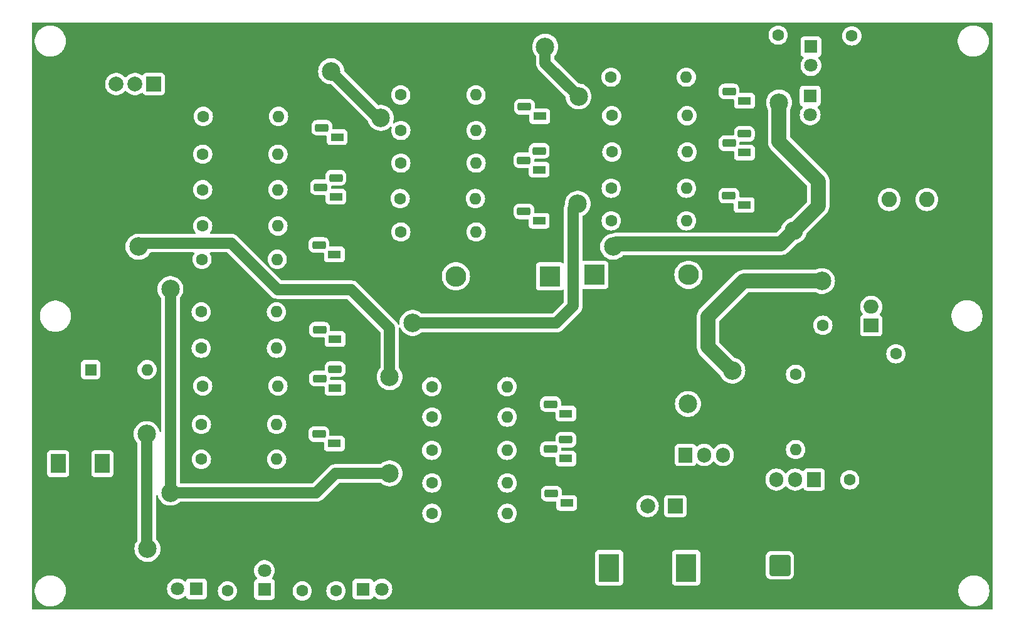
<source format=gtl>
G04 #@! TF.GenerationSoftware,KiCad,Pcbnew,8.0.8*
G04 #@! TF.CreationDate,2025-08-18T09:18:49-04:00*
G04 #@! TF.ProjectId,multimeter,6d756c74-696d-4657-9465-722e6b696361,rev?*
G04 #@! TF.SameCoordinates,Original*
G04 #@! TF.FileFunction,Copper,L1,Top*
G04 #@! TF.FilePolarity,Positive*
%FSLAX46Y46*%
G04 Gerber Fmt 4.6, Leading zero omitted, Abs format (unit mm)*
G04 Created by KiCad (PCBNEW 8.0.8) date 2025-08-18 09:18:49*
%MOMM*%
%LPD*%
G01*
G04 APERTURE LIST*
G04 Aperture macros list*
%AMRoundRect*
0 Rectangle with rounded corners*
0 $1 Rounding radius*
0 $2 $3 $4 $5 $6 $7 $8 $9 X,Y pos of 4 corners*
0 Add a 4 corners polygon primitive as box body*
4,1,4,$2,$3,$4,$5,$6,$7,$8,$9,$2,$3,0*
0 Add four circle primitives for the rounded corners*
1,1,$1+$1,$2,$3*
1,1,$1+$1,$4,$5*
1,1,$1+$1,$6,$7*
1,1,$1+$1,$8,$9*
0 Add four rect primitives between the rounded corners*
20,1,$1+$1,$2,$3,$4,$5,0*
20,1,$1+$1,$4,$5,$6,$7,0*
20,1,$1+$1,$6,$7,$8,$9,0*
20,1,$1+$1,$8,$9,$2,$3,0*%
G04 Aperture macros list end*
G04 #@! TA.AperFunction,ComponentPad*
%ADD10R,2.000000X2.000000*%
G04 #@! TD*
G04 #@! TA.AperFunction,ComponentPad*
%ADD11C,2.000000*%
G04 #@! TD*
G04 #@! TA.AperFunction,ComponentPad*
%ADD12C,1.600000*%
G04 #@! TD*
G04 #@! TA.AperFunction,ComponentPad*
%ADD13O,1.600000X1.600000*%
G04 #@! TD*
G04 #@! TA.AperFunction,ComponentPad*
%ADD14R,1.800000X1.100000*%
G04 #@! TD*
G04 #@! TA.AperFunction,ComponentPad*
%ADD15RoundRect,0.275000X0.625000X-0.275000X0.625000X0.275000X-0.625000X0.275000X-0.625000X-0.275000X0*%
G04 #@! TD*
G04 #@! TA.AperFunction,ComponentPad*
%ADD16R,1.905000X2.000000*%
G04 #@! TD*
G04 #@! TA.AperFunction,ComponentPad*
%ADD17O,1.905000X2.000000*%
G04 #@! TD*
G04 #@! TA.AperFunction,ComponentPad*
%ADD18R,1.800000X1.800000*%
G04 #@! TD*
G04 #@! TA.AperFunction,ComponentPad*
%ADD19C,1.800000*%
G04 #@! TD*
G04 #@! TA.AperFunction,ComponentPad*
%ADD20C,2.082800*%
G04 #@! TD*
G04 #@! TA.AperFunction,ComponentPad*
%ADD21RoundRect,0.250001X-1.149999X-1.149999X1.149999X-1.149999X1.149999X1.149999X-1.149999X1.149999X0*%
G04 #@! TD*
G04 #@! TA.AperFunction,ComponentPad*
%ADD22C,2.800000*%
G04 #@! TD*
G04 #@! TA.AperFunction,ComponentPad*
%ADD23R,2.800000X2.800000*%
G04 #@! TD*
G04 #@! TA.AperFunction,ComponentPad*
%ADD24O,2.800000X2.800000*%
G04 #@! TD*
G04 #@! TA.AperFunction,ComponentPad*
%ADD25R,2.800000X3.800000*%
G04 #@! TD*
G04 #@! TA.AperFunction,ComponentPad*
%ADD26R,2.000000X1.905000*%
G04 #@! TD*
G04 #@! TA.AperFunction,ComponentPad*
%ADD27O,2.000000X1.905000*%
G04 #@! TD*
G04 #@! TA.AperFunction,ComponentPad*
%ADD28R,1.600000X1.600000*%
G04 #@! TD*
G04 #@! TA.AperFunction,ComponentPad*
%ADD29R,2.000000X2.600000*%
G04 #@! TD*
G04 #@! TA.AperFunction,ComponentPad*
%ADD30R,2.600000X2.000000*%
G04 #@! TD*
G04 #@! TA.AperFunction,ViaPad*
%ADD31C,2.500000*%
G04 #@! TD*
G04 #@! TA.AperFunction,Conductor*
%ADD32C,1.500000*%
G04 #@! TD*
G04 #@! TA.AperFunction,Conductor*
%ADD33C,2.000000*%
G04 #@! TD*
G04 APERTURE END LIST*
D10*
X27110000Y80845000D03*
D11*
X24570000Y80845000D03*
X22030000Y80845000D03*
D12*
X117450000Y48275000D03*
D13*
X107290000Y48275000D03*
D12*
X60370000Y65375000D03*
D13*
X70530000Y65375000D03*
D14*
X82750000Y30275000D03*
D15*
X80680000Y31545000D03*
X82750000Y32815000D03*
D16*
X98890000Y30750000D03*
D17*
X101430000Y30750000D03*
X103970000Y30750000D03*
D18*
X42050000Y12605000D03*
D19*
X42050000Y15145000D03*
D12*
X33510000Y45175000D03*
D13*
X43670000Y45175000D03*
D14*
X82750000Y36335000D03*
D15*
X80680000Y37605000D03*
X82750000Y38875000D03*
D14*
X79220000Y76505000D03*
D15*
X77150000Y77775000D03*
X79220000Y79045000D03*
D12*
X88870000Y66775000D03*
D13*
X99030000Y66775000D03*
D12*
X111410000Y87445000D03*
D13*
X101250000Y87445000D03*
D20*
X126390000Y73045000D03*
X131470000Y73045000D03*
D21*
X111630000Y15845000D03*
D22*
X116630000Y15845000D03*
D12*
X127310000Y44415000D03*
D13*
X127310000Y34255000D03*
D14*
X106820000Y64505000D03*
D15*
X104750000Y65775000D03*
X106820000Y67045000D03*
D14*
X51580000Y39805000D03*
D15*
X49510000Y41075000D03*
X51580000Y42345000D03*
D14*
X106850000Y78575000D03*
D15*
X104780000Y79845000D03*
X106850000Y81115000D03*
D12*
X64650000Y39975000D03*
D13*
X74810000Y39975000D03*
D12*
X47150000Y12395000D03*
D13*
X47150000Y22555000D03*
D18*
X55360000Y12645000D03*
D19*
X57900000Y12645000D03*
D23*
X80600000Y54875000D03*
D24*
X67900000Y54875000D03*
D16*
X116250000Y27435000D03*
D17*
X113710000Y27435000D03*
X111170000Y27435000D03*
D10*
X97530000Y23845000D03*
D11*
X93780000Y23845000D03*
X90030000Y23845000D03*
D25*
X98980000Y15520000D03*
X88580000Y15520000D03*
D12*
X60470000Y74575000D03*
D13*
X70630000Y74575000D03*
D14*
X79150000Y62375000D03*
D15*
X77080000Y63645000D03*
X79150000Y64915000D03*
D12*
X60450000Y79375000D03*
D13*
X70610000Y79375000D03*
D14*
X51490000Y57835000D03*
D15*
X49420000Y59105000D03*
X51490000Y60375000D03*
D12*
X33710000Y40075000D03*
D13*
X43870000Y40075000D03*
D20*
X126390000Y65245000D03*
X131470000Y65245000D03*
D23*
X86600000Y55075000D03*
D24*
X99300000Y55075000D03*
D12*
X64670000Y26975000D03*
D13*
X74830000Y26975000D03*
D12*
X33710000Y61675000D03*
D13*
X43870000Y61675000D03*
D12*
X60470000Y60875000D03*
D13*
X70630000Y60875000D03*
D12*
X88950000Y76575000D03*
D13*
X99110000Y76575000D03*
D26*
X123970000Y48235000D03*
D27*
X123970000Y50775000D03*
X123970000Y53315000D03*
D12*
X121070000Y27395000D03*
D13*
X121070000Y37555000D03*
D12*
X33530000Y34875000D03*
D13*
X43690000Y34875000D03*
D12*
X88850000Y81775000D03*
D13*
X99010000Y81775000D03*
D12*
X64670000Y35875000D03*
D13*
X74830000Y35875000D03*
D14*
X51580000Y46405000D03*
D15*
X49510000Y47675000D03*
X51580000Y48945000D03*
D18*
X115830000Y85885000D03*
D19*
X115830000Y83345000D03*
D14*
X106850000Y71575000D03*
D15*
X104780000Y72845000D03*
X106850000Y74115000D03*
D12*
X64670000Y22875000D03*
D13*
X74830000Y22875000D03*
D12*
X121350000Y87345000D03*
D13*
X131510000Y87345000D03*
D12*
X113770000Y41655000D03*
D13*
X113770000Y31495000D03*
D28*
X18585000Y42275000D03*
D13*
X26205000Y42275000D03*
D18*
X115730000Y79215000D03*
D19*
X115730000Y76675000D03*
D12*
X51710000Y12415000D03*
D13*
X51710000Y22575000D03*
D12*
X88970000Y71675000D03*
D13*
X99130000Y71675000D03*
D18*
X32850000Y12675000D03*
D19*
X30310000Y12675000D03*
D12*
X88870000Y62375000D03*
D13*
X99030000Y62375000D03*
D14*
X51860000Y73665000D03*
D15*
X49790000Y74935000D03*
X51860000Y76205000D03*
D29*
X20180000Y29595000D03*
X14180000Y29595000D03*
D30*
X17180000Y24895000D03*
D12*
X60470000Y70175000D03*
D13*
X70630000Y70175000D03*
D14*
X51690000Y65635000D03*
D15*
X49620000Y66905000D03*
X51690000Y68175000D03*
D12*
X33710000Y71375000D03*
D13*
X43870000Y71375000D03*
D12*
X33530000Y30175000D03*
D13*
X43690000Y30175000D03*
D14*
X82850000Y24275000D03*
D15*
X80780000Y25545000D03*
X82850000Y26815000D03*
D12*
X33510000Y50075000D03*
D13*
X43670000Y50075000D03*
D12*
X33710000Y66575000D03*
D13*
X43870000Y66575000D03*
D12*
X37050000Y12395000D03*
D13*
X37050000Y22555000D03*
D12*
X33610000Y57175000D03*
D13*
X43770000Y57175000D03*
D12*
X33790000Y76475000D03*
D13*
X43950000Y76475000D03*
D12*
X64650000Y31375000D03*
D13*
X74810000Y31375000D03*
D14*
X79150000Y69275000D03*
D15*
X77080000Y70545000D03*
X79150000Y71815000D03*
D14*
X51480000Y32305000D03*
D15*
X49410000Y33575000D03*
X51480000Y34845000D03*
D31*
X58950000Y28275000D03*
X62050000Y48575000D03*
X84350000Y64675000D03*
X29350000Y53175000D03*
X29350000Y25675000D03*
X87250000Y43775000D03*
X125850000Y30675000D03*
X87550000Y28875000D03*
X17850000Y18575000D03*
X54950000Y62775000D03*
X21150000Y15775000D03*
X83150000Y70775000D03*
X123030000Y68145000D03*
X124450000Y13475000D03*
X48350000Y79975000D03*
X58050000Y21275000D03*
X55050000Y47775000D03*
X121130000Y72245000D03*
X110850000Y69575000D03*
X32950000Y21575000D03*
X83950000Y75675000D03*
X22350000Y18775000D03*
X53950000Y36875000D03*
X124080000Y59695000D03*
X110250000Y84075000D03*
X126350000Y19675000D03*
X129450000Y17875000D03*
X26250000Y18075000D03*
X58950000Y41275000D03*
X25050000Y58875000D03*
X26150000Y33575000D03*
X113530000Y61045000D03*
X99230000Y37645000D03*
X89130000Y58875000D03*
X111530000Y78345000D03*
X51050000Y82575000D03*
X57750000Y76275000D03*
X79950000Y85875000D03*
X84450000Y79175000D03*
X105230000Y42145000D03*
X117330000Y54245000D03*
D32*
X51650000Y28275000D02*
X49050000Y25675000D01*
X29350000Y25675000D02*
X29350000Y53175000D01*
X83750000Y50875000D02*
X81450000Y48575000D01*
X83750000Y64075000D02*
X83750000Y50875000D01*
X58950000Y28275000D02*
X51650000Y28275000D01*
X49050000Y25675000D02*
X29350000Y25675000D01*
X81450000Y48575000D02*
X62050000Y48575000D01*
X84350000Y64675000D02*
X83750000Y64075000D01*
X25650000Y59375000D02*
X37550000Y59375000D01*
X43850000Y53075000D02*
X53750000Y53075000D01*
X25150000Y58875000D02*
X25650000Y59375000D01*
X53750000Y53075000D02*
X58950000Y47875000D01*
X37550000Y59375000D02*
X43850000Y53075000D01*
X58950000Y47875000D02*
X58950000Y41275000D01*
X26150000Y18175000D02*
X26250000Y18075000D01*
X25050000Y58875000D02*
X25150000Y58875000D01*
X26150000Y33575000D02*
X26150000Y18175000D01*
D33*
X116830000Y67745000D02*
X111530000Y73045000D01*
X116830000Y64345000D02*
X116830000Y67745000D01*
X111730000Y59245000D02*
X113530000Y61045000D01*
X111530000Y73045000D02*
X111530000Y78345000D01*
X89130000Y58875000D02*
X89500000Y59245000D01*
X89500000Y59245000D02*
X111730000Y59245000D01*
X113530000Y61045000D02*
X116830000Y64345000D01*
D32*
X57350000Y76275000D02*
X51050000Y82575000D01*
X57750000Y76275000D02*
X57350000Y76275000D01*
X79950000Y85875000D02*
X79950000Y83675000D01*
X79950000Y83675000D02*
X84450000Y79175000D01*
D33*
X101930000Y49445000D02*
X101930000Y45345000D01*
X106730000Y54245000D02*
X101930000Y49445000D01*
X101930000Y45345000D02*
X105130000Y42145000D01*
X117330000Y54245000D02*
X106730000Y54245000D01*
X105130000Y42145000D02*
X105230000Y42145000D01*
G04 #@! TA.AperFunction,Conductor*
G36*
X140277539Y89164815D02*
G01*
X140323294Y89112011D01*
X140334500Y89060500D01*
X140334500Y10004500D01*
X140314815Y9937461D01*
X140262011Y9891706D01*
X140210500Y9880500D01*
X10759500Y9880500D01*
X10692461Y9900185D01*
X10646706Y9952989D01*
X10635500Y10004500D01*
X10635500Y12532667D01*
X11029500Y12532667D01*
X11029500Y12257332D01*
X11029501Y12257315D01*
X11065438Y11984344D01*
X11065441Y11984331D01*
X11136704Y11718369D01*
X11242075Y11463982D01*
X11242080Y11463971D01*
X11379754Y11225516D01*
X11547370Y11007073D01*
X11547376Y11007066D01*
X11742066Y10812376D01*
X11742073Y10812370D01*
X11960516Y10644754D01*
X12198971Y10507080D01*
X12198982Y10507075D01*
X12453369Y10401704D01*
X12663125Y10345500D01*
X12719334Y10330440D01*
X12719337Y10330439D01*
X12719344Y10330438D01*
X12992315Y10294501D01*
X12992320Y10294500D01*
X12992326Y10294500D01*
X12992333Y10294500D01*
X13267667Y10294500D01*
X13267674Y10294500D01*
X13267679Y10294500D01*
X13267684Y10294501D01*
X13540655Y10330438D01*
X13540660Y10330439D01*
X13540666Y10330440D01*
X13673649Y10366072D01*
X13806630Y10401704D01*
X14061017Y10507075D01*
X14061028Y10507080D01*
X14204407Y10589861D01*
X14299479Y10644751D01*
X14299483Y10644754D01*
X14517926Y10812370D01*
X14517933Y10812376D01*
X14712623Y11007066D01*
X14712629Y11007073D01*
X14851656Y11188258D01*
X14880249Y11225521D01*
X14989618Y11414953D01*
X15017919Y11463971D01*
X15017924Y11463982D01*
X15019808Y11468530D01*
X15123295Y11718368D01*
X15194560Y11984334D01*
X15230500Y12257326D01*
X15230500Y12532674D01*
X15211762Y12675006D01*
X28904700Y12675006D01*
X28904700Y12674993D01*
X28923864Y12443702D01*
X28923866Y12443691D01*
X28980842Y12218699D01*
X29074075Y12006151D01*
X29201016Y11811852D01*
X29279010Y11727128D01*
X29354607Y11645007D01*
X29358219Y11641084D01*
X29358222Y11641081D01*
X29541365Y11498535D01*
X29541371Y11498531D01*
X29745495Y11388064D01*
X29745504Y11388061D01*
X29965015Y11312702D01*
X30144799Y11282702D01*
X30193951Y11274500D01*
X30193952Y11274500D01*
X30426048Y11274500D01*
X30426049Y11274500D01*
X30485568Y11284432D01*
X30654984Y11312702D01*
X30874495Y11388061D01*
X30874504Y11388064D01*
X31078628Y11498531D01*
X31078634Y11498535D01*
X31261777Y11641081D01*
X31261780Y11641084D01*
X31261784Y11641087D01*
X31270132Y11650156D01*
X31330015Y11686146D01*
X31399853Y11684049D01*
X31457471Y11644526D01*
X31477544Y11609508D01*
X31506203Y11532670D01*
X31506206Y11532664D01*
X31592452Y11417455D01*
X31592455Y11417452D01*
X31707664Y11331206D01*
X31707671Y11331202D01*
X31842517Y11280908D01*
X31842516Y11280908D01*
X31902116Y11274501D01*
X31902119Y11274500D01*
X31902127Y11274500D01*
X31902134Y11274500D01*
X31902135Y11274500D01*
X33797870Y11274500D01*
X33797876Y11274501D01*
X33857483Y11280908D01*
X33992328Y11331202D01*
X33992335Y11331206D01*
X34107544Y11417452D01*
X34107547Y11417455D01*
X34193793Y11532664D01*
X34193797Y11532671D01*
X34244091Y11667517D01*
X34247274Y11697123D01*
X34250500Y11727127D01*
X34250500Y12395001D01*
X35744532Y12395001D01*
X35744532Y12394998D01*
X35764364Y12168313D01*
X35764366Y12168302D01*
X35823258Y11948511D01*
X35823261Y11948502D01*
X35919431Y11742267D01*
X35919432Y11742265D01*
X36049954Y11555858D01*
X36210858Y11394954D01*
X36397265Y11264432D01*
X36397267Y11264431D01*
X36603502Y11168261D01*
X36603511Y11168258D01*
X36823302Y11109366D01*
X36823313Y11109364D01*
X37049998Y11089532D01*
X37050000Y11089532D01*
X37050002Y11089532D01*
X37276686Y11109364D01*
X37276697Y11109366D01*
X37496488Y11168258D01*
X37496497Y11168261D01*
X37702732Y11264431D01*
X37702734Y11264432D01*
X37889141Y11394954D01*
X38050045Y11555858D01*
X38120951Y11657123D01*
X38180568Y11742266D01*
X38276739Y11948504D01*
X38335635Y12168308D01*
X38355468Y12395000D01*
X38335635Y12621692D01*
X38276739Y12841496D01*
X38180568Y13047734D01*
X38050047Y13234139D01*
X37889139Y13395047D01*
X37702734Y13525568D01*
X37496496Y13621739D01*
X37276692Y13680635D01*
X37106673Y13695509D01*
X37050002Y13700468D01*
X37049998Y13700468D01*
X36985230Y13694801D01*
X36823308Y13680635D01*
X36603504Y13621739D01*
X36397266Y13525568D01*
X36397265Y13525567D01*
X36210858Y13395045D01*
X36049954Y13234141D01*
X35919432Y13047734D01*
X35919431Y13047732D01*
X35823261Y12841497D01*
X35823258Y12841488D01*
X35764366Y12621697D01*
X35764364Y12621686D01*
X35744532Y12395001D01*
X34250500Y12395001D01*
X34250499Y13622872D01*
X34244091Y13682483D01*
X34193796Y13817331D01*
X34107546Y13932546D01*
X33992331Y14018796D01*
X33857483Y14069091D01*
X33797873Y14075500D01*
X31902128Y14075499D01*
X31853757Y14070299D01*
X31842516Y14069091D01*
X31707671Y14018797D01*
X31707664Y14018793D01*
X31592455Y13932547D01*
X31592452Y13932544D01*
X31506206Y13817335D01*
X31506203Y13817330D01*
X31477544Y13740491D01*
X31435672Y13684558D01*
X31370208Y13660141D01*
X31301935Y13674993D01*
X31270133Y13699843D01*
X31261784Y13708913D01*
X31078626Y13851470D01*
X30874503Y13961936D01*
X30654981Y14037298D01*
X30426049Y14075500D01*
X30193951Y14075500D01*
X29965019Y14037298D01*
X29965017Y14037297D01*
X29965015Y14037297D01*
X29872392Y14005499D01*
X29745497Y13961936D01*
X29541374Y13851470D01*
X29541372Y13851468D01*
X29541371Y13851468D01*
X29541365Y13851464D01*
X29360246Y13710493D01*
X29358216Y13708913D01*
X29201021Y13538153D01*
X29201019Y13538151D01*
X29201016Y13538147D01*
X29074075Y13343848D01*
X28980842Y13131300D01*
X28923866Y12906308D01*
X28923864Y12906297D01*
X28904700Y12675006D01*
X15211762Y12675006D01*
X15194560Y12805666D01*
X15123295Y13071632D01*
X15017923Y13326021D01*
X15017921Y13326026D01*
X15017919Y13326028D01*
X15014623Y13331735D01*
X14880249Y13564479D01*
X14712628Y13782928D01*
X14517928Y13977628D01*
X14299479Y14145249D01*
X14061021Y14282923D01*
X13806632Y14388295D01*
X13540666Y14459560D01*
X13267674Y14495500D01*
X12992326Y14495500D01*
X12719334Y14459560D01*
X12453368Y14388295D01*
X12198979Y14282923D01*
X12198976Y14282921D01*
X12198971Y14282919D01*
X12113778Y14233732D01*
X11960521Y14145249D01*
X11960516Y14145245D01*
X11742073Y13977629D01*
X11742066Y13977623D01*
X11547376Y13782933D01*
X11547370Y13782926D01*
X11401531Y13592864D01*
X11379751Y13564479D01*
X11349751Y13512517D01*
X11242080Y13326028D01*
X11242079Y13326026D01*
X11136704Y13071630D01*
X11130301Y13047732D01*
X11065440Y12805666D01*
X11065439Y12805660D01*
X11065438Y12805655D01*
X11029501Y12532684D01*
X11029500Y12532667D01*
X10635500Y12532667D01*
X10635500Y15145006D01*
X40644700Y15145006D01*
X40644700Y15144993D01*
X40663864Y14913702D01*
X40663866Y14913691D01*
X40720842Y14688699D01*
X40814075Y14476151D01*
X40941019Y14281849D01*
X41035802Y14178886D01*
X41066724Y14116231D01*
X41058863Y14046805D01*
X41014716Y13992650D01*
X40987904Y13978722D01*
X40907673Y13948798D01*
X40907664Y13948793D01*
X40792455Y13862547D01*
X40792452Y13862544D01*
X40706206Y13747335D01*
X40706202Y13747328D01*
X40655908Y13612482D01*
X40651569Y13572116D01*
X40649501Y13552876D01*
X40649500Y13552864D01*
X40649500Y11657129D01*
X40649501Y11657123D01*
X40655908Y11597516D01*
X40706202Y11462671D01*
X40706206Y11462664D01*
X40792452Y11347455D01*
X40792455Y11347452D01*
X40907664Y11261206D01*
X40907671Y11261202D01*
X41042517Y11210908D01*
X41042516Y11210908D01*
X41102116Y11204501D01*
X41102119Y11204500D01*
X41102127Y11204500D01*
X41102134Y11204500D01*
X41102135Y11204500D01*
X42997870Y11204500D01*
X42997876Y11204501D01*
X43057483Y11210908D01*
X43192328Y11261202D01*
X43192335Y11261206D01*
X43307544Y11347452D01*
X43307547Y11347455D01*
X43393793Y11462664D01*
X43393797Y11462671D01*
X43444091Y11597517D01*
X43445549Y11611081D01*
X43450500Y11657127D01*
X43450500Y12395001D01*
X45844532Y12395001D01*
X45844532Y12394998D01*
X45864364Y12168313D01*
X45864366Y12168302D01*
X45923258Y11948511D01*
X45923261Y11948502D01*
X46019431Y11742267D01*
X46019432Y11742265D01*
X46149954Y11555858D01*
X46310858Y11394954D01*
X46497265Y11264432D01*
X46497267Y11264431D01*
X46703502Y11168261D01*
X46703511Y11168258D01*
X46923302Y11109366D01*
X46923313Y11109364D01*
X47149998Y11089532D01*
X47150000Y11089532D01*
X47150002Y11089532D01*
X47376686Y11109364D01*
X47376697Y11109366D01*
X47596488Y11168258D01*
X47596497Y11168261D01*
X47802732Y11264431D01*
X47802734Y11264432D01*
X47989141Y11394954D01*
X48150045Y11555858D01*
X48220951Y11657123D01*
X48280568Y11742266D01*
X48376739Y11948504D01*
X48435635Y12168308D01*
X48455468Y12395000D01*
X48453718Y12415001D01*
X50404532Y12415001D01*
X50404532Y12414998D01*
X50424364Y12188313D01*
X50424366Y12188302D01*
X50483258Y11968511D01*
X50483261Y11968502D01*
X50579431Y11762267D01*
X50579432Y11762265D01*
X50709954Y11575858D01*
X50870858Y11414954D01*
X51057265Y11284432D01*
X51057267Y11284431D01*
X51263502Y11188261D01*
X51263511Y11188258D01*
X51483302Y11129366D01*
X51483313Y11129364D01*
X51709998Y11109532D01*
X51710000Y11109532D01*
X51710002Y11109532D01*
X51936686Y11129364D01*
X51936697Y11129366D01*
X52156488Y11188258D01*
X52156497Y11188261D01*
X52362732Y11284431D01*
X52362734Y11284432D01*
X52549141Y11414954D01*
X52710045Y11575858D01*
X52766947Y11657123D01*
X52840568Y11762266D01*
X52936739Y11968504D01*
X52995635Y12188308D01*
X53013718Y12395001D01*
X53015468Y12414998D01*
X53015468Y12415001D01*
X52997385Y12621686D01*
X52995635Y12641692D01*
X52936739Y12861496D01*
X52840568Y13067734D01*
X52710047Y13254139D01*
X52549139Y13415047D01*
X52362734Y13545568D01*
X52261308Y13592864D01*
X53959500Y13592864D01*
X53959500Y11697129D01*
X53959501Y11697123D01*
X53965908Y11637516D01*
X54016202Y11502671D01*
X54016206Y11502664D01*
X54102452Y11387455D01*
X54102455Y11387452D01*
X54217664Y11301206D01*
X54217671Y11301202D01*
X54352517Y11250908D01*
X54352516Y11250908D01*
X54412116Y11244501D01*
X54412119Y11244500D01*
X54412127Y11244500D01*
X54412134Y11244500D01*
X54412135Y11244500D01*
X56307870Y11244500D01*
X56307876Y11244501D01*
X56367483Y11250908D01*
X56502328Y11301202D01*
X56502335Y11301206D01*
X56617544Y11387452D01*
X56617547Y11387455D01*
X56703793Y11502664D01*
X56703797Y11502671D01*
X56732455Y11579507D01*
X56774326Y11635441D01*
X56839790Y11659858D01*
X56908063Y11645007D01*
X56939866Y11620158D01*
X56948218Y11611085D01*
X56948222Y11611081D01*
X57131365Y11468535D01*
X57131371Y11468531D01*
X57335495Y11358064D01*
X57335504Y11358061D01*
X57555015Y11282702D01*
X57738164Y11252140D01*
X57783951Y11244500D01*
X57783952Y11244500D01*
X58016048Y11244500D01*
X58016049Y11244500D01*
X58116163Y11261206D01*
X58244984Y11282702D01*
X58464495Y11358061D01*
X58464504Y11358064D01*
X58668628Y11468531D01*
X58668634Y11468535D01*
X58851777Y11611081D01*
X58851780Y11611084D01*
X58851781Y11611085D01*
X58851784Y11611087D01*
X59008979Y11781847D01*
X59008980Y11781849D01*
X59008983Y11781852D01*
X59135924Y11976151D01*
X59229157Y12188699D01*
X59286133Y12413691D01*
X59286135Y12413702D01*
X59295993Y12532667D01*
X135729500Y12532667D01*
X135729500Y12257332D01*
X135729501Y12257315D01*
X135765438Y11984344D01*
X135765441Y11984331D01*
X135836704Y11718369D01*
X135942075Y11463982D01*
X135942080Y11463971D01*
X136079754Y11225516D01*
X136247370Y11007073D01*
X136247376Y11007066D01*
X136442066Y10812376D01*
X136442073Y10812370D01*
X136660516Y10644754D01*
X136898971Y10507080D01*
X136898982Y10507075D01*
X137153369Y10401704D01*
X137363125Y10345500D01*
X137419334Y10330440D01*
X137419337Y10330439D01*
X137419344Y10330438D01*
X137692315Y10294501D01*
X137692320Y10294500D01*
X137692326Y10294500D01*
X137692333Y10294500D01*
X137967667Y10294500D01*
X137967674Y10294500D01*
X137967679Y10294500D01*
X137967684Y10294501D01*
X138240655Y10330438D01*
X138240660Y10330439D01*
X138240666Y10330440D01*
X138373649Y10366072D01*
X138506630Y10401704D01*
X138761017Y10507075D01*
X138761028Y10507080D01*
X138904407Y10589861D01*
X138999479Y10644751D01*
X138999483Y10644754D01*
X139217926Y10812370D01*
X139217933Y10812376D01*
X139412623Y11007066D01*
X139412629Y11007073D01*
X139551656Y11188258D01*
X139580249Y11225521D01*
X139689618Y11414953D01*
X139717919Y11463971D01*
X139717924Y11463982D01*
X139719808Y11468530D01*
X139823295Y11718368D01*
X139894560Y11984334D01*
X139930500Y12257326D01*
X139930500Y12532674D01*
X139894560Y12805666D01*
X139823295Y13071632D01*
X139717923Y13326021D01*
X139717921Y13326026D01*
X139717919Y13326028D01*
X139714623Y13331735D01*
X139580249Y13564479D01*
X139412628Y13782928D01*
X139217928Y13977628D01*
X138999479Y14145249D01*
X138761021Y14282923D01*
X138506632Y14388295D01*
X138240666Y14459560D01*
X137967674Y14495500D01*
X137692326Y14495500D01*
X137419334Y14459560D01*
X137153368Y14388295D01*
X136898979Y14282923D01*
X136898976Y14282921D01*
X136898971Y14282919D01*
X136813778Y14233732D01*
X136660521Y14145249D01*
X136660516Y14145245D01*
X136442073Y13977629D01*
X136442066Y13977623D01*
X136247376Y13782933D01*
X136247370Y13782926D01*
X136101531Y13592864D01*
X136079751Y13564479D01*
X136049751Y13512517D01*
X135942080Y13326028D01*
X135942079Y13326026D01*
X135836704Y13071630D01*
X135830301Y13047732D01*
X135765440Y12805666D01*
X135765439Y12805660D01*
X135765438Y12805655D01*
X135729501Y12532684D01*
X135729500Y12532667D01*
X59295993Y12532667D01*
X59305300Y12644993D01*
X59305300Y12645006D01*
X59286135Y12876297D01*
X59286133Y12876308D01*
X59229157Y13101300D01*
X59158468Y13262454D01*
X59135924Y13313849D01*
X59008979Y13508153D01*
X58851784Y13678913D01*
X58668626Y13821470D01*
X58464503Y13931936D01*
X58244981Y14007298D01*
X58016049Y14045500D01*
X57783951Y14045500D01*
X57555019Y14007298D01*
X57555017Y14007297D01*
X57555015Y14007297D01*
X57449487Y13971068D01*
X57335497Y13931936D01*
X57131374Y13821470D01*
X57131372Y13821468D01*
X57131371Y13821468D01*
X57131365Y13821464D01*
X56948222Y13678918D01*
X56948216Y13678913D01*
X56939867Y13669844D01*
X56879983Y13633853D01*
X56810145Y13635951D01*
X56752528Y13675473D01*
X56732455Y13710493D01*
X56703798Y13787326D01*
X56703797Y13787328D01*
X56703796Y13787331D01*
X56617546Y13902546D01*
X56502331Y13988796D01*
X56367483Y14039091D01*
X56307873Y14045500D01*
X54412128Y14045499D01*
X54363757Y14040299D01*
X54352516Y14039091D01*
X54217671Y13988797D01*
X54217664Y13988793D01*
X54102455Y13902547D01*
X54102452Y13902544D01*
X54016206Y13787335D01*
X54016202Y13787328D01*
X53965908Y13652482D01*
X53959501Y13592883D01*
X53959500Y13592864D01*
X52261308Y13592864D01*
X52156496Y13641739D01*
X51936692Y13700635D01*
X51766673Y13715509D01*
X51710002Y13720468D01*
X51709998Y13720468D01*
X51645230Y13714801D01*
X51483308Y13700635D01*
X51263504Y13641739D01*
X51057266Y13545568D01*
X51003823Y13508147D01*
X50870858Y13415045D01*
X50709954Y13254141D01*
X50579432Y13067734D01*
X50579431Y13067732D01*
X50483261Y12861497D01*
X50483258Y12861488D01*
X50424366Y12641697D01*
X50424364Y12641686D01*
X50404532Y12415001D01*
X48453718Y12415001D01*
X48435635Y12621692D01*
X48376739Y12841496D01*
X48280568Y13047734D01*
X48150047Y13234139D01*
X47989139Y13395047D01*
X47802734Y13525568D01*
X47596496Y13621739D01*
X47376692Y13680635D01*
X47206673Y13695509D01*
X47150002Y13700468D01*
X47149998Y13700468D01*
X47085230Y13694801D01*
X46923308Y13680635D01*
X46703504Y13621739D01*
X46497266Y13525568D01*
X46497265Y13525567D01*
X46310858Y13395045D01*
X46149954Y13234141D01*
X46019432Y13047734D01*
X46019431Y13047732D01*
X45923261Y12841497D01*
X45923258Y12841488D01*
X45864366Y12621697D01*
X45864364Y12621686D01*
X45844532Y12395001D01*
X43450500Y12395001D01*
X43450499Y13552872D01*
X43444091Y13612483D01*
X43393796Y13747331D01*
X43307546Y13862546D01*
X43192331Y13948796D01*
X43157103Y13961935D01*
X43112095Y13978722D01*
X43056161Y14020592D01*
X43031743Y14086056D01*
X43046594Y14154329D01*
X43064193Y14178881D01*
X43158979Y14281847D01*
X43158980Y14281849D01*
X43158983Y14281852D01*
X43285924Y14476151D01*
X43379157Y14688699D01*
X43436133Y14913691D01*
X43436135Y14913702D01*
X43455300Y15144993D01*
X43455300Y15145006D01*
X43436135Y15376297D01*
X43436133Y15376308D01*
X43379157Y15601300D01*
X43285924Y15813848D01*
X43285924Y15813849D01*
X43158979Y16008153D01*
X43001784Y16178913D01*
X42818626Y16321470D01*
X42614503Y16431936D01*
X42394981Y16507298D01*
X42166049Y16545500D01*
X41933951Y16545500D01*
X41705019Y16507298D01*
X41705017Y16507297D01*
X41705015Y16507297D01*
X41599487Y16471068D01*
X41485497Y16431936D01*
X41281374Y16321470D01*
X41281372Y16321468D01*
X41281371Y16321468D01*
X41281365Y16321464D01*
X41098222Y16178918D01*
X41098216Y16178913D01*
X40941021Y16008153D01*
X40941019Y16008151D01*
X40941016Y16008147D01*
X40814075Y15813848D01*
X40720842Y15601300D01*
X40663866Y15376308D01*
X40663864Y15376297D01*
X40644700Y15145006D01*
X10635500Y15145006D01*
X10635500Y30942864D01*
X12679500Y30942864D01*
X12679500Y28247129D01*
X12679501Y28247123D01*
X12685908Y28187516D01*
X12736202Y28052671D01*
X12736206Y28052664D01*
X12822452Y27937455D01*
X12822455Y27937452D01*
X12937664Y27851206D01*
X12937671Y27851202D01*
X13072517Y27800908D01*
X13072516Y27800908D01*
X13132116Y27794501D01*
X13132119Y27794500D01*
X13132127Y27794500D01*
X13132134Y27794500D01*
X13132135Y27794500D01*
X15227870Y27794500D01*
X15227876Y27794501D01*
X15287483Y27800908D01*
X15422328Y27851202D01*
X15422335Y27851206D01*
X15537544Y27937452D01*
X15537547Y27937455D01*
X15623793Y28052664D01*
X15623797Y28052671D01*
X15674091Y28187517D01*
X15675620Y28201741D01*
X15680500Y28247127D01*
X15680499Y30942864D01*
X18679500Y30942864D01*
X18679500Y28247129D01*
X18679501Y28247123D01*
X18685908Y28187516D01*
X18736202Y28052671D01*
X18736206Y28052664D01*
X18822452Y27937455D01*
X18822455Y27937452D01*
X18937664Y27851206D01*
X18937671Y27851202D01*
X19072517Y27800908D01*
X19072516Y27800908D01*
X19132116Y27794501D01*
X19132119Y27794500D01*
X19132127Y27794500D01*
X19132134Y27794500D01*
X19132135Y27794500D01*
X21227870Y27794500D01*
X21227876Y27794501D01*
X21287483Y27800908D01*
X21422328Y27851202D01*
X21422335Y27851206D01*
X21537544Y27937452D01*
X21537547Y27937455D01*
X21623793Y28052664D01*
X21623797Y28052671D01*
X21674091Y28187517D01*
X21675620Y28201741D01*
X21680500Y28247127D01*
X21680499Y30942872D01*
X21674091Y31002483D01*
X21623796Y31137331D01*
X21537546Y31252546D01*
X21422331Y31338796D01*
X21287483Y31389091D01*
X21227873Y31395500D01*
X19132128Y31395499D01*
X19083757Y31390299D01*
X19072516Y31389091D01*
X18937671Y31338797D01*
X18937664Y31338793D01*
X18822455Y31252547D01*
X18822452Y31252544D01*
X18736206Y31137335D01*
X18736202Y31137328D01*
X18685908Y31002482D01*
X18679501Y30942883D01*
X18679501Y30942876D01*
X18679500Y30942864D01*
X15680499Y30942864D01*
X15680499Y30942872D01*
X15674091Y31002483D01*
X15623796Y31137331D01*
X15537546Y31252546D01*
X15422331Y31338796D01*
X15287483Y31389091D01*
X15227873Y31395500D01*
X13132128Y31395499D01*
X13083757Y31390299D01*
X13072516Y31389091D01*
X12937671Y31338797D01*
X12937664Y31338793D01*
X12822455Y31252547D01*
X12822452Y31252544D01*
X12736206Y31137335D01*
X12736202Y31137328D01*
X12685908Y31002482D01*
X12679501Y30942883D01*
X12679501Y30942876D01*
X12679500Y30942864D01*
X10635500Y30942864D01*
X10635500Y33575004D01*
X24394592Y33575004D01*
X24394592Y33574995D01*
X24414196Y33313379D01*
X24414197Y33313374D01*
X24472576Y33057597D01*
X24472582Y33057578D01*
X24568432Y32813356D01*
X24699614Y32586143D01*
X24863194Y32381019D01*
X24866346Y32377623D01*
X24864753Y32376145D01*
X24895753Y32323483D01*
X24899500Y32293232D01*
X24899500Y19232499D01*
X24879815Y19165460D01*
X24872451Y19155192D01*
X24799614Y19063857D01*
X24668432Y18836643D01*
X24572582Y18592421D01*
X24572576Y18592402D01*
X24514197Y18336625D01*
X24514196Y18336620D01*
X24494592Y18075004D01*
X24494592Y18074995D01*
X24514196Y17813379D01*
X24514197Y17813374D01*
X24572576Y17557597D01*
X24572582Y17557578D01*
X24668432Y17313356D01*
X24799614Y17086143D01*
X24963198Y16881014D01*
X25155520Y16702567D01*
X25372302Y16554768D01*
X25372303Y16554767D01*
X25608674Y16440938D01*
X25608672Y16440938D01*
X25859376Y16363606D01*
X25859381Y16363605D01*
X25859385Y16363604D01*
X25957247Y16348853D01*
X26118812Y16324500D01*
X26118818Y16324500D01*
X26381187Y16324500D01*
X26515823Y16344794D01*
X26640615Y16363604D01*
X26640619Y16363605D01*
X26640623Y16363606D01*
X26891326Y16440938D01*
X27127696Y16554767D01*
X27127697Y16554768D01*
X27127700Y16554770D01*
X27127704Y16554772D01*
X27344479Y16702567D01*
X27536801Y16881014D01*
X27536805Y16881019D01*
X27700386Y17086143D01*
X27831568Y17313357D01*
X27892208Y17467864D01*
X86679500Y17467864D01*
X86679500Y13572129D01*
X86679501Y13572123D01*
X86685908Y13512516D01*
X86736202Y13377671D01*
X86736206Y13377664D01*
X86822452Y13262455D01*
X86822455Y13262452D01*
X86937664Y13176206D01*
X86937671Y13176202D01*
X87072517Y13125908D01*
X87072516Y13125908D01*
X87132116Y13119501D01*
X87132119Y13119500D01*
X87132127Y13119500D01*
X87132134Y13119500D01*
X87132135Y13119500D01*
X90027870Y13119500D01*
X90027876Y13119501D01*
X90087483Y13125908D01*
X90222328Y13176202D01*
X90222335Y13176206D01*
X90337544Y13262452D01*
X90337547Y13262455D01*
X90423793Y13377664D01*
X90423797Y13377671D01*
X90474091Y13512517D01*
X90475494Y13525568D01*
X90480500Y13572127D01*
X90480499Y17467864D01*
X97079500Y17467864D01*
X97079500Y13572129D01*
X97079501Y13572123D01*
X97085908Y13512516D01*
X97136202Y13377671D01*
X97136206Y13377664D01*
X97222452Y13262455D01*
X97222455Y13262452D01*
X97337664Y13176206D01*
X97337671Y13176202D01*
X97472517Y13125908D01*
X97472516Y13125908D01*
X97532116Y13119501D01*
X97532119Y13119500D01*
X97532127Y13119500D01*
X97532134Y13119500D01*
X97532135Y13119500D01*
X100427870Y13119500D01*
X100427876Y13119501D01*
X100487483Y13125908D01*
X100622328Y13176202D01*
X100622335Y13176206D01*
X100737544Y13262452D01*
X100737547Y13262455D01*
X100823793Y13377664D01*
X100823797Y13377671D01*
X100874091Y13512517D01*
X100875494Y13525568D01*
X100880500Y13572127D01*
X100880499Y17045015D01*
X109729500Y17045015D01*
X109729500Y14644984D01*
X109740000Y14542204D01*
X109740001Y14542203D01*
X109795186Y14375664D01*
X109795187Y14375662D01*
X109887286Y14226348D01*
X109887289Y14226344D01*
X110011344Y14102289D01*
X110011348Y14102286D01*
X110160662Y14010187D01*
X110160664Y14010186D01*
X110327203Y13955001D01*
X110327204Y13955000D01*
X110429984Y13944500D01*
X110429992Y13944500D01*
X112830015Y13944500D01*
X112932795Y13955000D01*
X112932797Y13955001D01*
X113016065Y13982593D01*
X113099335Y14010186D01*
X113099337Y14010187D01*
X113248651Y14102286D01*
X113248655Y14102289D01*
X113372710Y14226344D01*
X113372713Y14226348D01*
X113464812Y14375662D01*
X113464813Y14375664D01*
X113464814Y14375666D01*
X113519999Y14542203D01*
X113530500Y14644992D01*
X113530500Y17045008D01*
X113519999Y17147797D01*
X113464814Y17314334D01*
X113372711Y17463655D01*
X113248655Y17587711D01*
X113099334Y17679814D01*
X112932797Y17734999D01*
X112830008Y17745500D01*
X110429992Y17745500D01*
X110327203Y17734999D01*
X110160666Y17679814D01*
X110160664Y17679813D01*
X110160662Y17679812D01*
X110011348Y17587713D01*
X110011344Y17587710D01*
X109887289Y17463655D01*
X109887286Y17463651D01*
X109795187Y17314337D01*
X109795186Y17314335D01*
X109740001Y17147796D01*
X109740000Y17147795D01*
X109729500Y17045015D01*
X100880499Y17045015D01*
X100880499Y17467872D01*
X100874091Y17527483D01*
X100823796Y17662331D01*
X100737546Y17777546D01*
X100622331Y17863796D01*
X100487483Y17914091D01*
X100427873Y17920500D01*
X97532128Y17920499D01*
X97483757Y17915299D01*
X97472516Y17914091D01*
X97337671Y17863797D01*
X97337664Y17863793D01*
X97222455Y17777547D01*
X97222452Y17777544D01*
X97136206Y17662335D01*
X97136202Y17662328D01*
X97085908Y17527482D01*
X97079501Y17467883D01*
X97079501Y17467876D01*
X97079500Y17467864D01*
X90480499Y17467864D01*
X90480499Y17467872D01*
X90474091Y17527483D01*
X90423796Y17662331D01*
X90337546Y17777546D01*
X90222331Y17863796D01*
X90087483Y17914091D01*
X90027873Y17920500D01*
X87132128Y17920499D01*
X87083757Y17915299D01*
X87072516Y17914091D01*
X86937671Y17863797D01*
X86937664Y17863793D01*
X86822455Y17777547D01*
X86822452Y17777544D01*
X86736206Y17662335D01*
X86736202Y17662328D01*
X86685908Y17527482D01*
X86679501Y17467883D01*
X86679501Y17467876D01*
X86679500Y17467864D01*
X27892208Y17467864D01*
X27927420Y17557584D01*
X27985802Y17813370D01*
X28005408Y18075000D01*
X27985802Y18336630D01*
X27927420Y18592416D01*
X27831568Y18836643D01*
X27700386Y19063857D01*
X27536805Y19268981D01*
X27440157Y19358656D01*
X27404404Y19418682D01*
X27400500Y19449553D01*
X27400500Y22875001D01*
X63364532Y22875001D01*
X63364532Y22874998D01*
X63384364Y22648313D01*
X63384366Y22648302D01*
X63443258Y22428511D01*
X63443261Y22428502D01*
X63539431Y22222267D01*
X63539432Y22222265D01*
X63669954Y22035858D01*
X63830858Y21874954D01*
X64017265Y21744432D01*
X64017267Y21744431D01*
X64223502Y21648261D01*
X64223511Y21648258D01*
X64443302Y21589366D01*
X64443313Y21589364D01*
X64669998Y21569532D01*
X64670000Y21569532D01*
X64670002Y21569532D01*
X64896686Y21589364D01*
X64896697Y21589366D01*
X65116488Y21648258D01*
X65116497Y21648261D01*
X65322732Y21744431D01*
X65322734Y21744432D01*
X65509141Y21874954D01*
X65670045Y22035858D01*
X65800567Y22222265D01*
X65800568Y22222266D01*
X65896739Y22428504D01*
X65955635Y22648308D01*
X65975468Y22875000D01*
X65975468Y22875001D01*
X73524532Y22875001D01*
X73524532Y22874998D01*
X73544364Y22648313D01*
X73544366Y22648302D01*
X73603258Y22428511D01*
X73603261Y22428502D01*
X73699431Y22222267D01*
X73699432Y22222265D01*
X73829954Y22035858D01*
X73990858Y21874954D01*
X74177265Y21744432D01*
X74177267Y21744431D01*
X74383502Y21648261D01*
X74383511Y21648258D01*
X74603302Y21589366D01*
X74603313Y21589364D01*
X74829998Y21569532D01*
X74830000Y21569532D01*
X74830002Y21569532D01*
X75056686Y21589364D01*
X75056697Y21589366D01*
X75276488Y21648258D01*
X75276497Y21648261D01*
X75482732Y21744431D01*
X75482734Y21744432D01*
X75669141Y21874954D01*
X75830045Y22035858D01*
X75960567Y22222265D01*
X75960568Y22222266D01*
X76056739Y22428504D01*
X76115635Y22648308D01*
X76135468Y22875000D01*
X76115635Y23101692D01*
X76056739Y23321496D01*
X75960568Y23527734D01*
X75830047Y23714139D01*
X75669139Y23875047D01*
X75482734Y24005568D01*
X75276496Y24101739D01*
X75056692Y24160635D01*
X74886673Y24175509D01*
X74830002Y24180468D01*
X74829998Y24180468D01*
X74765230Y24174801D01*
X74603308Y24160635D01*
X74383504Y24101739D01*
X74177266Y24005568D01*
X74177265Y24005567D01*
X73990858Y23875045D01*
X73829954Y23714141D01*
X73699432Y23527734D01*
X73699431Y23527732D01*
X73603261Y23321497D01*
X73603258Y23321488D01*
X73544366Y23101697D01*
X73544364Y23101686D01*
X73524532Y22875001D01*
X65975468Y22875001D01*
X65955635Y23101692D01*
X65896739Y23321496D01*
X65800568Y23527734D01*
X65670047Y23714139D01*
X65509139Y23875047D01*
X65322734Y24005568D01*
X65116496Y24101739D01*
X64896692Y24160635D01*
X64726673Y24175509D01*
X64670002Y24180468D01*
X64669998Y24180468D01*
X64605230Y24174801D01*
X64443308Y24160635D01*
X64223504Y24101739D01*
X64017266Y24005568D01*
X64017265Y24005567D01*
X63830858Y23875045D01*
X63669954Y23714141D01*
X63539432Y23527734D01*
X63539431Y23527732D01*
X63443261Y23321497D01*
X63443258Y23321488D01*
X63384366Y23101697D01*
X63384364Y23101686D01*
X63364532Y22875001D01*
X27400500Y22875001D01*
X27400500Y25249113D01*
X27420185Y25316152D01*
X27472989Y25361907D01*
X27542147Y25371851D01*
X27605703Y25342826D01*
X27643477Y25284048D01*
X27645391Y25276705D01*
X27672576Y25157597D01*
X27672582Y25157578D01*
X27768432Y24913356D01*
X27899614Y24686143D01*
X28063198Y24481014D01*
X28255520Y24302567D01*
X28472302Y24154768D01*
X28472303Y24154767D01*
X28708674Y24040938D01*
X28708672Y24040938D01*
X28959376Y23963606D01*
X28959381Y23963605D01*
X28959385Y23963604D01*
X29057247Y23948853D01*
X29218812Y23924500D01*
X29218818Y23924500D01*
X29481187Y23924500D01*
X29615823Y23944794D01*
X29740615Y23963604D01*
X29740619Y23963605D01*
X29740623Y23963606D01*
X29991326Y24040938D01*
X30227696Y24154767D01*
X30227697Y24154768D01*
X30227700Y24154770D01*
X30227704Y24154772D01*
X30444479Y24302567D01*
X30540218Y24391399D01*
X30602749Y24422567D01*
X30624558Y24424500D01*
X49148422Y24424500D01*
X49342826Y24455290D01*
X49530030Y24516117D01*
X49705405Y24605476D01*
X49864646Y24721172D01*
X52131655Y26988181D01*
X52192978Y27021666D01*
X52219336Y27024500D01*
X57675442Y27024500D01*
X57742481Y27004815D01*
X57759780Y26991401D01*
X57777457Y26975000D01*
X57855520Y26902567D01*
X58072302Y26754768D01*
X58072303Y26754767D01*
X58308674Y26640938D01*
X58308672Y26640938D01*
X58559376Y26563606D01*
X58559381Y26563605D01*
X58559385Y26563604D01*
X58657247Y26548853D01*
X58818812Y26524500D01*
X58818818Y26524500D01*
X59081187Y26524500D01*
X59215823Y26544794D01*
X59340615Y26563604D01*
X59340619Y26563605D01*
X59340623Y26563606D01*
X59591326Y26640938D01*
X59827696Y26754767D01*
X59827697Y26754768D01*
X59827700Y26754770D01*
X59827704Y26754772D01*
X60044479Y26902567D01*
X60072249Y26928334D01*
X60122545Y26975001D01*
X63364532Y26975001D01*
X63364532Y26974998D01*
X63384364Y26748313D01*
X63384366Y26748302D01*
X63443258Y26528511D01*
X63443261Y26528502D01*
X63539431Y26322267D01*
X63539432Y26322265D01*
X63669954Y26135858D01*
X63830858Y25974954D01*
X64017265Y25844432D01*
X64017267Y25844431D01*
X64223502Y25748261D01*
X64223511Y25748258D01*
X64443302Y25689366D01*
X64443313Y25689364D01*
X64669998Y25669532D01*
X64670000Y25669532D01*
X64670002Y25669532D01*
X64896686Y25689364D01*
X64896697Y25689366D01*
X65116488Y25748258D01*
X65116497Y25748261D01*
X65322732Y25844431D01*
X65322734Y25844432D01*
X65509141Y25974954D01*
X65670045Y26135858D01*
X65760072Y26264431D01*
X65800568Y26322266D01*
X65896739Y26528504D01*
X65904069Y26555858D01*
X65933006Y26663856D01*
X65955635Y26748308D01*
X65975468Y26975000D01*
X65975468Y26975001D01*
X73524532Y26975001D01*
X73524532Y26974998D01*
X73544364Y26748313D01*
X73544366Y26748302D01*
X73603258Y26528511D01*
X73603261Y26528502D01*
X73699431Y26322267D01*
X73699432Y26322265D01*
X73829954Y26135858D01*
X73990858Y25974954D01*
X74177265Y25844432D01*
X74177267Y25844431D01*
X74383502Y25748261D01*
X74383511Y25748258D01*
X74603302Y25689366D01*
X74603313Y25689364D01*
X74829998Y25669532D01*
X74830000Y25669532D01*
X74830002Y25669532D01*
X75056686Y25689364D01*
X75056697Y25689366D01*
X75276488Y25748258D01*
X75276497Y25748261D01*
X75482732Y25844431D01*
X75482734Y25844432D01*
X75510049Y25863558D01*
X79379500Y25863558D01*
X79379500Y25226441D01*
X79394157Y25096351D01*
X79394159Y25096341D01*
X79451877Y24931395D01*
X79544853Y24783423D01*
X79668423Y24659853D01*
X79816395Y24566877D01*
X79981341Y24509159D01*
X79981351Y24509157D01*
X80111441Y24494500D01*
X81325500Y24494500D01*
X81392539Y24474815D01*
X81438294Y24422011D01*
X81449500Y24370500D01*
X81449500Y23677129D01*
X81449501Y23677123D01*
X81455908Y23617516D01*
X81506202Y23482671D01*
X81506206Y23482664D01*
X81592452Y23367455D01*
X81592455Y23367452D01*
X81707664Y23281206D01*
X81707671Y23281202D01*
X81842517Y23230908D01*
X81842516Y23230908D01*
X81902116Y23224501D01*
X81902119Y23224500D01*
X81902127Y23224500D01*
X81902134Y23224500D01*
X81902135Y23224500D01*
X83797870Y23224500D01*
X83797876Y23224501D01*
X83857483Y23230908D01*
X83992328Y23281202D01*
X83992335Y23281206D01*
X84107544Y23367452D01*
X84107547Y23367455D01*
X84193793Y23482664D01*
X84193797Y23482671D01*
X84244091Y23617517D01*
X84250500Y23677127D01*
X84250500Y23845005D01*
X92274357Y23845005D01*
X92274357Y23844994D01*
X92294890Y23597187D01*
X92294892Y23597175D01*
X92355936Y23356118D01*
X92455826Y23128393D01*
X92591833Y22920217D01*
X92760257Y22737261D01*
X92956493Y22584524D01*
X93175188Y22466172D01*
X93175197Y22466169D01*
X93410383Y22385429D01*
X93655665Y22344500D01*
X93904335Y22344500D01*
X94149616Y22385429D01*
X94384802Y22466169D01*
X94384811Y22466172D01*
X94603506Y22584524D01*
X94603509Y22584526D01*
X94799744Y22737262D01*
X94968164Y22920215D01*
X94968166Y22920217D01*
X95104173Y23128393D01*
X95204063Y23356118D01*
X95265107Y23597175D01*
X95265109Y23597187D01*
X95285643Y23844994D01*
X95285643Y23845005D01*
X95265109Y24092812D01*
X95265108Y24092815D01*
X95265108Y24092821D01*
X95204063Y24333881D01*
X95104173Y24561607D01*
X94968164Y24769785D01*
X94854862Y24892864D01*
X96029500Y24892864D01*
X96029500Y22797129D01*
X96029501Y22797123D01*
X96035908Y22737516D01*
X96086202Y22602671D01*
X96086206Y22602664D01*
X96172452Y22487455D01*
X96172455Y22487452D01*
X96287664Y22401206D01*
X96287671Y22401202D01*
X96422517Y22350908D01*
X96422516Y22350908D01*
X96482116Y22344501D01*
X96482119Y22344500D01*
X96482127Y22344500D01*
X96482134Y22344500D01*
X96482135Y22344500D01*
X98577870Y22344500D01*
X98577876Y22344501D01*
X98637483Y22350908D01*
X98772328Y22401202D01*
X98772335Y22401206D01*
X98887544Y22487452D01*
X98887547Y22487455D01*
X98973793Y22602664D01*
X98973797Y22602671D01*
X99024091Y22737517D01*
X99030500Y22797127D01*
X99030499Y24892872D01*
X99024091Y24952483D01*
X98973796Y25087331D01*
X98887546Y25202546D01*
X98772331Y25288796D01*
X98637483Y25339091D01*
X98577873Y25345500D01*
X96482128Y25345499D01*
X96433757Y25340299D01*
X96422516Y25339091D01*
X96287671Y25288797D01*
X96287664Y25288793D01*
X96172455Y25202547D01*
X96172452Y25202544D01*
X96086206Y25087335D01*
X96086202Y25087328D01*
X96035908Y24952482D01*
X96031702Y24913357D01*
X96029501Y24892876D01*
X96029500Y24892864D01*
X94854862Y24892864D01*
X94799744Y24952738D01*
X94603509Y25105474D01*
X94384810Y25223828D01*
X94149614Y25304571D01*
X93904335Y25345500D01*
X93655665Y25345500D01*
X93410386Y25304571D01*
X93175190Y25223828D01*
X92956491Y25105474D01*
X92760256Y24952738D01*
X92624245Y24804991D01*
X92591833Y24769782D01*
X92455826Y24561606D01*
X92355936Y24333881D01*
X92294892Y24092824D01*
X92294890Y24092812D01*
X92274357Y23845005D01*
X84250500Y23845005D01*
X84250499Y24872872D01*
X84244091Y24932483D01*
X84193796Y25067331D01*
X84107546Y25182546D01*
X83992331Y25268796D01*
X83857483Y25319091D01*
X83797873Y25325500D01*
X82304499Y25325499D01*
X82237461Y25345184D01*
X82191706Y25397987D01*
X82180500Y25449499D01*
X82180500Y25863554D01*
X82180499Y25863558D01*
X82165842Y25993648D01*
X82165841Y25993657D01*
X82108122Y26158606D01*
X82015147Y26306576D01*
X81891576Y26430147D01*
X81743606Y26523122D01*
X81578657Y26580841D01*
X81448555Y26595499D01*
X81448554Y26595500D01*
X81448552Y26595500D01*
X80111448Y26595500D01*
X80111446Y26595500D01*
X80111443Y26595499D01*
X80022750Y26585506D01*
X79981351Y26580842D01*
X79981349Y26580841D01*
X79981343Y26580841D01*
X79816394Y26523122D01*
X79668424Y26430147D01*
X79668423Y26430146D01*
X79544853Y26306576D01*
X79451877Y26158604D01*
X79394159Y25993658D01*
X79394157Y25993648D01*
X79379500Y25863558D01*
X75510049Y25863558D01*
X75669141Y25974954D01*
X75830045Y26135858D01*
X75920072Y26264431D01*
X75960568Y26322266D01*
X76056739Y26528504D01*
X76064069Y26555858D01*
X76093006Y26663856D01*
X76115635Y26748308D01*
X76135468Y26975000D01*
X76115635Y27201692D01*
X76056739Y27421496D01*
X75974968Y27596853D01*
X109717000Y27596853D01*
X109717000Y27273146D01*
X109752778Y27047253D01*
X109752778Y27047250D01*
X109823450Y26829744D01*
X109927283Y26625961D01*
X109998092Y26528502D01*
X110061714Y26440934D01*
X110061716Y26440932D01*
X110061716Y26440931D01*
X110223431Y26279216D01*
X110408461Y26144783D01*
X110612244Y26040950D01*
X110829751Y25970278D01*
X111010467Y25941655D01*
X111055646Y25934500D01*
X111055647Y25934500D01*
X111284353Y25934500D01*
X111284354Y25934500D01*
X111397299Y25952389D01*
X111510246Y25970278D01*
X111510249Y25970278D01*
X111727755Y26040950D01*
X111931538Y26144783D01*
X111963848Y26168258D01*
X112116566Y26279214D01*
X112278286Y26440934D01*
X112339682Y26525438D01*
X112395013Y26568103D01*
X112464626Y26574082D01*
X112526421Y26541476D01*
X112540318Y26525438D01*
X112601715Y26440932D01*
X112763431Y26279216D01*
X112948461Y26144783D01*
X113152244Y26040950D01*
X113369751Y25970278D01*
X113550467Y25941655D01*
X113595646Y25934500D01*
X113595647Y25934500D01*
X113824353Y25934500D01*
X113824354Y25934500D01*
X113937299Y25952389D01*
X114050246Y25970278D01*
X114050249Y25970278D01*
X114267755Y26040950D01*
X114471538Y26144783D01*
X114503848Y26168258D01*
X114654242Y26277525D01*
X114720046Y26301005D01*
X114788100Y26285180D01*
X114836795Y26235074D01*
X114843308Y26220541D01*
X114853703Y26192670D01*
X114853706Y26192664D01*
X114939952Y26077455D01*
X114939955Y26077452D01*
X115055164Y25991206D01*
X115055171Y25991202D01*
X115190017Y25940908D01*
X115190016Y25940908D01*
X115249616Y25934501D01*
X115249619Y25934500D01*
X115249627Y25934500D01*
X115249634Y25934500D01*
X115249635Y25934500D01*
X117250370Y25934500D01*
X117250376Y25934501D01*
X117309983Y25940908D01*
X117444828Y25991202D01*
X117444835Y25991206D01*
X117560044Y26077452D01*
X117560047Y26077455D01*
X117646293Y26192664D01*
X117646297Y26192671D01*
X117696591Y26327517D01*
X117703000Y26387127D01*
X117703000Y27395001D01*
X119764532Y27395001D01*
X119764532Y27394998D01*
X119784364Y27168313D01*
X119784366Y27168302D01*
X119843258Y26948511D01*
X119843261Y26948502D01*
X119939431Y26742267D01*
X119939432Y26742265D01*
X120069954Y26555858D01*
X120230858Y26394954D01*
X120417265Y26264432D01*
X120417267Y26264431D01*
X120623502Y26168261D01*
X120623511Y26168258D01*
X120843302Y26109366D01*
X120843313Y26109364D01*
X121069998Y26089532D01*
X121070000Y26089532D01*
X121070002Y26089532D01*
X121296686Y26109364D01*
X121296697Y26109366D01*
X121516488Y26168258D01*
X121516497Y26168261D01*
X121722732Y26264431D01*
X121722734Y26264432D01*
X121909141Y26394954D01*
X122070045Y26555858D01*
X122200567Y26742265D01*
X122200568Y26742266D01*
X122296739Y26948504D01*
X122355635Y27168308D01*
X122375468Y27395000D01*
X122355635Y27621692D01*
X122296739Y27841496D01*
X122200568Y28047734D01*
X122070047Y28234139D01*
X121909139Y28395047D01*
X121722734Y28525568D01*
X121516496Y28621739D01*
X121296692Y28680635D01*
X121126673Y28695509D01*
X121070002Y28700468D01*
X121069998Y28700468D01*
X121005230Y28694801D01*
X120843308Y28680635D01*
X120623504Y28621739D01*
X120417266Y28525568D01*
X120309844Y28450351D01*
X120230858Y28395045D01*
X120069954Y28234141D01*
X119939432Y28047734D01*
X119939431Y28047732D01*
X119843261Y27841497D01*
X119843258Y27841488D01*
X119784366Y27621697D01*
X119784364Y27621686D01*
X119764532Y27395001D01*
X117703000Y27395001D01*
X117702999Y28482872D01*
X117696591Y28542483D01*
X117646296Y28677331D01*
X117560046Y28792546D01*
X117444831Y28878796D01*
X117309983Y28929091D01*
X117250373Y28935500D01*
X115249628Y28935499D01*
X115201257Y28930299D01*
X115190016Y28929091D01*
X115055171Y28878797D01*
X115055164Y28878793D01*
X114939955Y28792547D01*
X114939952Y28792544D01*
X114853706Y28677335D01*
X114853702Y28677328D01*
X114843308Y28649459D01*
X114801437Y28593525D01*
X114735973Y28569108D01*
X114667700Y28583960D01*
X114654260Y28592460D01*
X114471538Y28725217D01*
X114267758Y28829048D01*
X114050245Y28899722D01*
X113824354Y28935500D01*
X113595646Y28935500D01*
X113369755Y28899722D01*
X113369752Y28899721D01*
X113369750Y28899721D01*
X113152244Y28829049D01*
X113152242Y28829048D01*
X112948462Y28725217D01*
X112763434Y28590786D01*
X112601714Y28429066D01*
X112540316Y28344559D01*
X112484988Y28301896D01*
X112415375Y28295917D01*
X112353580Y28328523D01*
X112339685Y28344556D01*
X112278286Y28429066D01*
X112116566Y28590786D01*
X111931538Y28725217D01*
X111727758Y28829048D01*
X111510245Y28899722D01*
X111284354Y28935500D01*
X111055646Y28935500D01*
X110829755Y28899722D01*
X110829752Y28899721D01*
X110829750Y28899721D01*
X110612244Y28829049D01*
X110612242Y28829048D01*
X110408462Y28725217D01*
X110223434Y28590786D01*
X110061714Y28429066D01*
X109939340Y28260633D01*
X109927283Y28244038D01*
X109823450Y28040255D01*
X109752778Y27822749D01*
X109752778Y27822746D01*
X109717000Y27596853D01*
X75974968Y27596853D01*
X75960568Y27627734D01*
X75830047Y27814139D01*
X75669139Y27975047D01*
X75482734Y28105568D01*
X75276496Y28201739D01*
X75056692Y28260635D01*
X74886673Y28275509D01*
X74830002Y28280468D01*
X74829998Y28280468D01*
X74767443Y28274995D01*
X74603308Y28260635D01*
X74383504Y28201739D01*
X74177266Y28105568D01*
X74177265Y28105567D01*
X73990858Y27975045D01*
X73829954Y27814141D01*
X73699432Y27627734D01*
X73699431Y27627732D01*
X73603261Y27421497D01*
X73603258Y27421488D01*
X73544366Y27201697D01*
X73544364Y27201686D01*
X73524532Y26975001D01*
X65975468Y26975001D01*
X65955635Y27201692D01*
X65896739Y27421496D01*
X65800568Y27627734D01*
X65670047Y27814139D01*
X65509139Y27975047D01*
X65322734Y28105568D01*
X65116496Y28201739D01*
X64896692Y28260635D01*
X64726673Y28275509D01*
X64670002Y28280468D01*
X64669998Y28280468D01*
X64607443Y28274995D01*
X64443308Y28260635D01*
X64223504Y28201739D01*
X64017266Y28105568D01*
X64017265Y28105567D01*
X63830858Y27975045D01*
X63669954Y27814141D01*
X63539432Y27627734D01*
X63539431Y27627732D01*
X63443261Y27421497D01*
X63443258Y27421488D01*
X63384366Y27201697D01*
X63384364Y27201686D01*
X63364532Y26975001D01*
X60122545Y26975001D01*
X60236801Y27081014D01*
X60236805Y27081019D01*
X60400386Y27286143D01*
X60531568Y27513357D01*
X60627420Y27757584D01*
X60685802Y28013370D01*
X60698852Y28187516D01*
X60705408Y28274995D01*
X60705408Y28275004D01*
X60685803Y28536620D01*
X60685802Y28536625D01*
X60685802Y28536630D01*
X60627420Y28792416D01*
X60531568Y29036643D01*
X60400386Y29263857D01*
X60236805Y29468981D01*
X60044479Y29647433D01*
X59827704Y29795228D01*
X59591323Y29909063D01*
X59340615Y29986396D01*
X59081182Y30025500D01*
X58818818Y30025500D01*
X58559385Y29986396D01*
X58308677Y29909063D01*
X58308673Y29909061D01*
X58072303Y29795232D01*
X58072302Y29795231D01*
X58072296Y29795228D01*
X57855521Y29647433D01*
X57795211Y29591473D01*
X57759783Y29558601D01*
X57697251Y29527433D01*
X57675442Y29525500D01*
X51551578Y29525500D01*
X51438969Y29507664D01*
X51357173Y29494709D01*
X51346149Y29491126D01*
X51320138Y29482676D01*
X51320126Y29482671D01*
X51320119Y29482669D01*
X51169975Y29433884D01*
X51088664Y29392454D01*
X50994595Y29344524D01*
X50994592Y29344522D01*
X50994590Y29344521D01*
X50982671Y29335861D01*
X50835354Y29228828D01*
X50835351Y29228825D01*
X48568345Y26961819D01*
X48507022Y26928334D01*
X48480664Y26925500D01*
X30724500Y26925500D01*
X30657461Y26945185D01*
X30611706Y26997989D01*
X30600500Y27049500D01*
X30600500Y30175001D01*
X32224532Y30175001D01*
X32224532Y30174998D01*
X32244364Y29948313D01*
X32244366Y29948302D01*
X32303258Y29728511D01*
X32303261Y29728502D01*
X32399431Y29522267D01*
X32399432Y29522265D01*
X32529954Y29335858D01*
X32690858Y29174954D01*
X32877265Y29044432D01*
X32877267Y29044431D01*
X33083502Y28948261D01*
X33083511Y28948258D01*
X33303302Y28889366D01*
X33303313Y28889364D01*
X33529998Y28869532D01*
X33530000Y28869532D01*
X33530002Y28869532D01*
X33756686Y28889364D01*
X33756697Y28889366D01*
X33976488Y28948258D01*
X33976497Y28948261D01*
X34182732Y29044431D01*
X34182734Y29044432D01*
X34369141Y29174954D01*
X34530045Y29335858D01*
X34623258Y29468981D01*
X34660568Y29522266D01*
X34756739Y29728504D01*
X34815635Y29948308D01*
X34835468Y30175000D01*
X34835468Y30175001D01*
X42384532Y30175001D01*
X42384532Y30174998D01*
X42404364Y29948313D01*
X42404366Y29948302D01*
X42463258Y29728511D01*
X42463261Y29728502D01*
X42559431Y29522267D01*
X42559432Y29522265D01*
X42689954Y29335858D01*
X42850858Y29174954D01*
X43037265Y29044432D01*
X43037267Y29044431D01*
X43243502Y28948261D01*
X43243511Y28948258D01*
X43463302Y28889366D01*
X43463313Y28889364D01*
X43689998Y28869532D01*
X43690000Y28869532D01*
X43690002Y28869532D01*
X43916686Y28889364D01*
X43916697Y28889366D01*
X44136488Y28948258D01*
X44136497Y28948261D01*
X44342732Y29044431D01*
X44342734Y29044432D01*
X44529141Y29174954D01*
X44690045Y29335858D01*
X44783258Y29468981D01*
X44820568Y29522266D01*
X44916739Y29728504D01*
X44975635Y29948308D01*
X44995468Y30175000D01*
X44975635Y30401692D01*
X44916739Y30621496D01*
X44820568Y30827734D01*
X44690047Y31014139D01*
X44529139Y31175047D01*
X44342734Y31305568D01*
X44136496Y31401739D01*
X43916692Y31460635D01*
X43746673Y31475509D01*
X43690002Y31480468D01*
X43689998Y31480468D01*
X43625230Y31474801D01*
X43463308Y31460635D01*
X43243504Y31401739D01*
X43037266Y31305568D01*
X42961542Y31252546D01*
X42850858Y31175045D01*
X42689954Y31014141D01*
X42559432Y30827734D01*
X42559431Y30827732D01*
X42463261Y30621497D01*
X42463258Y30621488D01*
X42404366Y30401697D01*
X42404364Y30401686D01*
X42384532Y30175001D01*
X34835468Y30175001D01*
X34815635Y30401692D01*
X34756739Y30621496D01*
X34660568Y30827734D01*
X34530047Y31014139D01*
X34369139Y31175047D01*
X34182734Y31305568D01*
X33976496Y31401739D01*
X33756692Y31460635D01*
X33586673Y31475509D01*
X33530002Y31480468D01*
X33529998Y31480468D01*
X33465230Y31474801D01*
X33303308Y31460635D01*
X33083504Y31401739D01*
X32877266Y31305568D01*
X32801542Y31252546D01*
X32690858Y31175045D01*
X32529954Y31014141D01*
X32399432Y30827734D01*
X32399431Y30827732D01*
X32303261Y30621497D01*
X32303258Y30621488D01*
X32244366Y30401697D01*
X32244364Y30401686D01*
X32224532Y30175001D01*
X30600500Y30175001D01*
X30600500Y34875001D01*
X32224532Y34875001D01*
X32224532Y34874998D01*
X32244364Y34648313D01*
X32244366Y34648302D01*
X32303258Y34428511D01*
X32303261Y34428502D01*
X32399431Y34222267D01*
X32399432Y34222265D01*
X32529954Y34035858D01*
X32690858Y33874954D01*
X32877265Y33744432D01*
X32877267Y33744431D01*
X33083502Y33648261D01*
X33083511Y33648258D01*
X33303302Y33589366D01*
X33303313Y33589364D01*
X33529998Y33569532D01*
X33530000Y33569532D01*
X33530002Y33569532D01*
X33756686Y33589364D01*
X33756697Y33589366D01*
X33976488Y33648258D01*
X33976497Y33648261D01*
X34182732Y33744431D01*
X34182734Y33744432D01*
X34369141Y33874954D01*
X34530045Y34035858D01*
X34660567Y34222265D01*
X34660568Y34222266D01*
X34756739Y34428504D01*
X34815635Y34648308D01*
X34835468Y34875000D01*
X34835468Y34875001D01*
X42384532Y34875001D01*
X42384532Y34874998D01*
X42404364Y34648313D01*
X42404366Y34648302D01*
X42463258Y34428511D01*
X42463261Y34428502D01*
X42559431Y34222267D01*
X42559432Y34222265D01*
X42689954Y34035858D01*
X42850858Y33874954D01*
X43037265Y33744432D01*
X43037267Y33744431D01*
X43243502Y33648261D01*
X43243511Y33648258D01*
X43463302Y33589366D01*
X43463313Y33589364D01*
X43689998Y33569532D01*
X43690000Y33569532D01*
X43690002Y33569532D01*
X43916686Y33589364D01*
X43916697Y33589366D01*
X44136488Y33648258D01*
X44136497Y33648261D01*
X44342732Y33744431D01*
X44342734Y33744432D01*
X44529141Y33874954D01*
X44547745Y33893558D01*
X48009500Y33893558D01*
X48009500Y33256441D01*
X48024157Y33126351D01*
X48024159Y33126341D01*
X48081877Y32961395D01*
X48174853Y32813423D01*
X48298423Y32689853D01*
X48446395Y32596877D01*
X48611341Y32539159D01*
X48611351Y32539157D01*
X48741441Y32524500D01*
X49955500Y32524500D01*
X50022539Y32504815D01*
X50068294Y32452011D01*
X50079500Y32400500D01*
X50079500Y31707129D01*
X50079501Y31707123D01*
X50085908Y31647516D01*
X50136202Y31512671D01*
X50136206Y31512664D01*
X50222452Y31397455D01*
X50222455Y31397452D01*
X50337664Y31311206D01*
X50337671Y31311202D01*
X50472517Y31260908D01*
X50472516Y31260908D01*
X50532116Y31254501D01*
X50532119Y31254500D01*
X50532127Y31254500D01*
X50532134Y31254500D01*
X50532135Y31254500D01*
X52427870Y31254500D01*
X52427876Y31254501D01*
X52487483Y31260908D01*
X52622328Y31311202D01*
X52622335Y31311206D01*
X52707554Y31375001D01*
X63344532Y31375001D01*
X63344532Y31374998D01*
X63364364Y31148313D01*
X63364366Y31148302D01*
X63423258Y30928511D01*
X63423261Y30928502D01*
X63519431Y30722267D01*
X63519432Y30722265D01*
X63649954Y30535858D01*
X63810858Y30374954D01*
X63997265Y30244432D01*
X63997267Y30244431D01*
X64203502Y30148261D01*
X64203511Y30148258D01*
X64423302Y30089366D01*
X64423313Y30089364D01*
X64649998Y30069532D01*
X64650000Y30069532D01*
X64650002Y30069532D01*
X64876686Y30089364D01*
X64876697Y30089366D01*
X65096488Y30148258D01*
X65096497Y30148261D01*
X65302732Y30244431D01*
X65302734Y30244432D01*
X65489141Y30374954D01*
X65650045Y30535858D01*
X65780567Y30722265D01*
X65780568Y30722266D01*
X65876739Y30928504D01*
X65935635Y31148308D01*
X65952301Y31338797D01*
X65955468Y31374998D01*
X65955468Y31375001D01*
X73504532Y31375001D01*
X73504532Y31374998D01*
X73524364Y31148313D01*
X73524366Y31148302D01*
X73583258Y30928511D01*
X73583261Y30928502D01*
X73679431Y30722267D01*
X73679432Y30722265D01*
X73809954Y30535858D01*
X73970858Y30374954D01*
X74157265Y30244432D01*
X74157267Y30244431D01*
X74363502Y30148261D01*
X74363511Y30148258D01*
X74583302Y30089366D01*
X74583313Y30089364D01*
X74809998Y30069532D01*
X74810000Y30069532D01*
X74810002Y30069532D01*
X75036686Y30089364D01*
X75036697Y30089366D01*
X75256488Y30148258D01*
X75256497Y30148261D01*
X75462732Y30244431D01*
X75462734Y30244432D01*
X75649141Y30374954D01*
X75810045Y30535858D01*
X75940567Y30722265D01*
X75940568Y30722266D01*
X76036739Y30928504D01*
X76095635Y31148308D01*
X76112301Y31338797D01*
X76115468Y31374998D01*
X76115468Y31375001D01*
X76106241Y31480468D01*
X76095635Y31601692D01*
X76036739Y31821496D01*
X76017125Y31863558D01*
X79279500Y31863558D01*
X79279500Y31226441D01*
X79294157Y31096351D01*
X79294159Y31096341D01*
X79351877Y30931395D01*
X79444853Y30783423D01*
X79568423Y30659853D01*
X79716395Y30566877D01*
X79881341Y30509159D01*
X79881351Y30509157D01*
X80011441Y30494500D01*
X81225500Y30494500D01*
X81292539Y30474815D01*
X81338294Y30422011D01*
X81349500Y30370500D01*
X81349500Y29677129D01*
X81349501Y29677123D01*
X81355908Y29617516D01*
X81406202Y29482671D01*
X81406206Y29482664D01*
X81492452Y29367455D01*
X81492455Y29367452D01*
X81607664Y29281206D01*
X81607671Y29281202D01*
X81742517Y29230908D01*
X81742516Y29230908D01*
X81802116Y29224501D01*
X81802119Y29224500D01*
X81802127Y29224500D01*
X81802134Y29224500D01*
X81802135Y29224500D01*
X83697870Y29224500D01*
X83697876Y29224501D01*
X83757483Y29230908D01*
X83892328Y29281202D01*
X83892335Y29281206D01*
X84007544Y29367452D01*
X84007547Y29367455D01*
X84093793Y29482664D01*
X84093797Y29482671D01*
X84144091Y29617517D01*
X84150500Y29677127D01*
X84150499Y30872872D01*
X84144091Y30932483D01*
X84093796Y31067331D01*
X84007546Y31182546D01*
X83892331Y31268796D01*
X83757483Y31319091D01*
X83697873Y31325500D01*
X82204499Y31325499D01*
X82137461Y31345184D01*
X82091706Y31397987D01*
X82080500Y31449499D01*
X82080500Y31640500D01*
X82100185Y31707539D01*
X82152989Y31753294D01*
X82204500Y31764500D01*
X83418558Y31764500D01*
X83548648Y31779157D01*
X83548658Y31779159D01*
X83602113Y31797864D01*
X97437000Y31797864D01*
X97437000Y29702129D01*
X97437001Y29702123D01*
X97443408Y29642516D01*
X97493702Y29507671D01*
X97493706Y29507664D01*
X97579952Y29392455D01*
X97579954Y29392454D01*
X97695164Y29306206D01*
X97695171Y29306202D01*
X97830017Y29255908D01*
X97830016Y29255908D01*
X97889616Y29249501D01*
X97889619Y29249500D01*
X97889627Y29249500D01*
X97889634Y29249500D01*
X97889635Y29249500D01*
X99890370Y29249500D01*
X99890376Y29249501D01*
X99949983Y29255908D01*
X100084828Y29306202D01*
X100084835Y29306206D01*
X100200046Y29392454D01*
X100200047Y29392455D01*
X100286293Y29507664D01*
X100286296Y29507669D01*
X100291740Y29522266D01*
X100296690Y29535539D01*
X100338561Y29591473D01*
X100404024Y29615891D01*
X100472298Y29601040D01*
X100485759Y29592525D01*
X100668461Y29459783D01*
X100872244Y29355950D01*
X101089751Y29285278D01*
X101270467Y29256655D01*
X101315646Y29249500D01*
X101315647Y29249500D01*
X101544353Y29249500D01*
X101544354Y29249500D01*
X101657299Y29267389D01*
X101770246Y29285278D01*
X101770249Y29285278D01*
X101987755Y29355950D01*
X102191538Y29459783D01*
X102223038Y29482669D01*
X102376566Y29594214D01*
X102538286Y29755934D01*
X102599682Y29840438D01*
X102655013Y29883103D01*
X102724626Y29889082D01*
X102786421Y29856476D01*
X102800318Y29840438D01*
X102861715Y29755932D01*
X103023431Y29594216D01*
X103208461Y29459783D01*
X103412244Y29355950D01*
X103629751Y29285278D01*
X103810467Y29256655D01*
X103855646Y29249500D01*
X103855647Y29249500D01*
X104084353Y29249500D01*
X104084354Y29249500D01*
X104197299Y29267389D01*
X104310246Y29285278D01*
X104310249Y29285278D01*
X104527755Y29355950D01*
X104731538Y29459783D01*
X104763038Y29482669D01*
X104916566Y29594214D01*
X105078286Y29755934D01*
X105212717Y29940962D01*
X105316548Y30144742D01*
X105316549Y30144744D01*
X105387221Y30362250D01*
X105387221Y30362253D01*
X105387222Y30362255D01*
X105423000Y30588146D01*
X105423000Y30911854D01*
X105387222Y31137745D01*
X105383788Y31148313D01*
X105316549Y31355255D01*
X105316548Y31355255D01*
X105316548Y31355258D01*
X105245345Y31495001D01*
X112464532Y31495001D01*
X112464532Y31494998D01*
X112484364Y31268313D01*
X112484366Y31268302D01*
X112543258Y31048511D01*
X112543261Y31048502D01*
X112639431Y30842267D01*
X112639432Y30842265D01*
X112769954Y30655858D01*
X112930858Y30494954D01*
X113117265Y30364432D01*
X113117267Y30364431D01*
X113323502Y30268261D01*
X113323511Y30268258D01*
X113543302Y30209366D01*
X113543313Y30209364D01*
X113769998Y30189532D01*
X113770000Y30189532D01*
X113770002Y30189532D01*
X113996686Y30209364D01*
X113996697Y30209366D01*
X114216488Y30268258D01*
X114216497Y30268261D01*
X114422732Y30364431D01*
X114422734Y30364432D01*
X114609141Y30494954D01*
X114770045Y30655858D01*
X114890391Y30827732D01*
X114900568Y30842266D01*
X114996739Y31048504D01*
X115009560Y31096351D01*
X115023481Y31148308D01*
X115055635Y31268308D01*
X115072461Y31460633D01*
X115075468Y31494998D01*
X115075468Y31495001D01*
X115066134Y31601686D01*
X115055635Y31721692D01*
X114996739Y31941496D01*
X114900568Y32147734D01*
X114770047Y32334139D01*
X114609139Y32495047D01*
X114422734Y32625568D01*
X114216496Y32721739D01*
X113996692Y32780635D01*
X113826673Y32795509D01*
X113770002Y32800468D01*
X113769998Y32800468D01*
X113705230Y32794801D01*
X113543308Y32780635D01*
X113323504Y32721739D01*
X113117266Y32625568D01*
X113060961Y32586143D01*
X112930858Y32495045D01*
X112769954Y32334141D01*
X112639432Y32147734D01*
X112639431Y32147732D01*
X112543261Y31941497D01*
X112543258Y31941488D01*
X112484366Y31721697D01*
X112484364Y31721686D01*
X112464532Y31495001D01*
X105245345Y31495001D01*
X105212717Y31559038D01*
X105078286Y31744066D01*
X104916566Y31905786D01*
X104731538Y32040217D01*
X104527758Y32144048D01*
X104310245Y32214722D01*
X104084354Y32250500D01*
X103855646Y32250500D01*
X103629755Y32214722D01*
X103629752Y32214721D01*
X103629750Y32214721D01*
X103412244Y32144049D01*
X103412242Y32144048D01*
X103208462Y32040217D01*
X103023434Y31905786D01*
X102861714Y31744066D01*
X102800316Y31659559D01*
X102744988Y31616896D01*
X102675375Y31610917D01*
X102613580Y31643523D01*
X102599685Y31659556D01*
X102538286Y31744066D01*
X102376566Y31905786D01*
X102191538Y32040217D01*
X101987758Y32144048D01*
X101770245Y32214722D01*
X101544354Y32250500D01*
X101315646Y32250500D01*
X101089755Y32214722D01*
X101089752Y32214721D01*
X101089750Y32214721D01*
X100872244Y32144049D01*
X100872242Y32144048D01*
X100668462Y32040217D01*
X100485755Y31907472D01*
X100419953Y31883994D01*
X100351899Y31899819D01*
X100303204Y31949925D01*
X100296690Y31964462D01*
X100286297Y31992328D01*
X100286296Y31992331D01*
X100200046Y32107546D01*
X100084831Y32193796D01*
X99949983Y32244091D01*
X99890373Y32250500D01*
X97889628Y32250499D01*
X97841257Y32245299D01*
X97830016Y32244091D01*
X97695171Y32193797D01*
X97695164Y32193793D01*
X97579955Y32107547D01*
X97579952Y32107544D01*
X97493706Y31992335D01*
X97493702Y31992328D01*
X97443408Y31857482D01*
X97437001Y31797883D01*
X97437000Y31797864D01*
X83602113Y31797864D01*
X83713604Y31836877D01*
X83756058Y31863552D01*
X83861576Y31929853D01*
X83985147Y32053424D01*
X84078122Y32201394D01*
X84135841Y32366343D01*
X84136822Y32375045D01*
X84150499Y32496441D01*
X84150500Y32496445D01*
X84150500Y33133554D01*
X84150499Y33133558D01*
X84148746Y33149113D01*
X84135841Y33263657D01*
X84078122Y33428606D01*
X83985147Y33576576D01*
X83861576Y33700147D01*
X83713606Y33793122D01*
X83548657Y33850841D01*
X83418555Y33865499D01*
X83418554Y33865500D01*
X83418552Y33865500D01*
X82081448Y33865500D01*
X82081446Y33865500D01*
X82081443Y33865499D01*
X81992750Y33855506D01*
X81951351Y33850842D01*
X81951349Y33850841D01*
X81951343Y33850841D01*
X81786394Y33793122D01*
X81638424Y33700147D01*
X81638423Y33700146D01*
X81514853Y33576576D01*
X81421877Y33428604D01*
X81364159Y33263658D01*
X81364157Y33263648D01*
X81349500Y33133558D01*
X81349500Y32719500D01*
X81329815Y32652461D01*
X81277011Y32606706D01*
X81225500Y32595500D01*
X80011446Y32595500D01*
X80011443Y32595499D01*
X79928401Y32586143D01*
X79881351Y32580842D01*
X79881349Y32580841D01*
X79881343Y32580841D01*
X79716394Y32523122D01*
X79568424Y32430147D01*
X79444853Y32306576D01*
X79386772Y32214139D01*
X79351877Y32158604D01*
X79294159Y31993658D01*
X79294157Y31993648D01*
X79279500Y31863558D01*
X76017125Y31863558D01*
X75940568Y32027734D01*
X75810047Y32214139D01*
X75649139Y32375047D01*
X75462734Y32505568D01*
X75256496Y32601739D01*
X75036692Y32660635D01*
X74866673Y32675509D01*
X74810002Y32680468D01*
X74809998Y32680468D01*
X74745230Y32674801D01*
X74583308Y32660635D01*
X74363504Y32601739D01*
X74157266Y32505568D01*
X74080778Y32452011D01*
X73970858Y32375045D01*
X73809954Y32214141D01*
X73679432Y32027734D01*
X73679431Y32027732D01*
X73583261Y31821497D01*
X73583258Y31821488D01*
X73524366Y31601697D01*
X73524364Y31601686D01*
X73504532Y31375001D01*
X65955468Y31375001D01*
X65946241Y31480468D01*
X65935635Y31601692D01*
X65876739Y31821496D01*
X65780568Y32027734D01*
X65650047Y32214139D01*
X65489139Y32375047D01*
X65302734Y32505568D01*
X65096496Y32601739D01*
X64876692Y32660635D01*
X64706673Y32675509D01*
X64650002Y32680468D01*
X64649998Y32680468D01*
X64585230Y32674801D01*
X64423308Y32660635D01*
X64203504Y32601739D01*
X63997266Y32505568D01*
X63920778Y32452011D01*
X63810858Y32375045D01*
X63649954Y32214141D01*
X63519432Y32027734D01*
X63519431Y32027732D01*
X63423261Y31821497D01*
X63423258Y31821488D01*
X63364366Y31601697D01*
X63364364Y31601686D01*
X63344532Y31375001D01*
X52707554Y31375001D01*
X52737544Y31397452D01*
X52737547Y31397455D01*
X52823793Y31512664D01*
X52823797Y31512671D01*
X52874091Y31647517D01*
X52875386Y31659561D01*
X52880500Y31707127D01*
X52880499Y32902872D01*
X52874091Y32962483D01*
X52823796Y33097331D01*
X52737546Y33212546D01*
X52622331Y33298796D01*
X52487483Y33349091D01*
X52427873Y33355500D01*
X50934499Y33355499D01*
X50867461Y33375184D01*
X50821706Y33427987D01*
X50810500Y33479499D01*
X50810500Y33893554D01*
X50810499Y33893558D01*
X50795842Y34023648D01*
X50795841Y34023657D01*
X50738122Y34188606D01*
X50645147Y34336576D01*
X50521576Y34460147D01*
X50373606Y34553122D01*
X50208657Y34610841D01*
X50078555Y34625499D01*
X50078554Y34625500D01*
X50078552Y34625500D01*
X48741448Y34625500D01*
X48741446Y34625500D01*
X48741443Y34625499D01*
X48652750Y34615506D01*
X48611351Y34610842D01*
X48611349Y34610841D01*
X48611343Y34610841D01*
X48446394Y34553122D01*
X48298424Y34460147D01*
X48174853Y34336576D01*
X48103029Y34222267D01*
X48081877Y34188604D01*
X48024159Y34023658D01*
X48024157Y34023648D01*
X48009500Y33893558D01*
X44547745Y33893558D01*
X44690045Y34035858D01*
X44820567Y34222265D01*
X44820568Y34222266D01*
X44916739Y34428504D01*
X44975635Y34648308D01*
X44995468Y34875000D01*
X44975635Y35101692D01*
X44916739Y35321496D01*
X44820568Y35527734D01*
X44690047Y35714139D01*
X44529185Y35875001D01*
X63364532Y35875001D01*
X63364532Y35874998D01*
X63384364Y35648313D01*
X63384366Y35648302D01*
X63443258Y35428511D01*
X63443261Y35428502D01*
X63539431Y35222267D01*
X63539432Y35222265D01*
X63669954Y35035858D01*
X63830858Y34874954D01*
X64017265Y34744432D01*
X64017267Y34744431D01*
X64223502Y34648261D01*
X64223511Y34648258D01*
X64443302Y34589366D01*
X64443313Y34589364D01*
X64669998Y34569532D01*
X64670000Y34569532D01*
X64670002Y34569532D01*
X64896686Y34589364D01*
X64896697Y34589366D01*
X65116488Y34648258D01*
X65116497Y34648261D01*
X65322732Y34744431D01*
X65322734Y34744432D01*
X65509141Y34874954D01*
X65670045Y35035858D01*
X65800567Y35222265D01*
X65800568Y35222266D01*
X65896739Y35428504D01*
X65955635Y35648308D01*
X65975468Y35875000D01*
X65975468Y35875001D01*
X73524532Y35875001D01*
X73524532Y35874998D01*
X73544364Y35648313D01*
X73544366Y35648302D01*
X73603258Y35428511D01*
X73603261Y35428502D01*
X73699431Y35222267D01*
X73699432Y35222265D01*
X73829954Y35035858D01*
X73990858Y34874954D01*
X74177265Y34744432D01*
X74177267Y34744431D01*
X74383502Y34648261D01*
X74383511Y34648258D01*
X74603302Y34589366D01*
X74603313Y34589364D01*
X74829998Y34569532D01*
X74830000Y34569532D01*
X74830002Y34569532D01*
X75056686Y34589364D01*
X75056697Y34589366D01*
X75276488Y34648258D01*
X75276497Y34648261D01*
X75482732Y34744431D01*
X75482734Y34744432D01*
X75669141Y34874954D01*
X75830045Y35035858D01*
X75960567Y35222265D01*
X75960568Y35222266D01*
X76056739Y35428504D01*
X76115635Y35648308D01*
X76135468Y35875000D01*
X76115635Y36101692D01*
X76056739Y36321496D01*
X75960568Y36527734D01*
X75830047Y36714139D01*
X75669139Y36875047D01*
X75482734Y37005568D01*
X75276496Y37101739D01*
X75056692Y37160635D01*
X74886673Y37175509D01*
X74830002Y37180468D01*
X74829998Y37180468D01*
X74765230Y37174801D01*
X74603308Y37160635D01*
X74383504Y37101739D01*
X74177266Y37005568D01*
X74073442Y36932870D01*
X73990858Y36875045D01*
X73829954Y36714141D01*
X73699432Y36527734D01*
X73699431Y36527732D01*
X73603261Y36321497D01*
X73603258Y36321488D01*
X73544366Y36101697D01*
X73544364Y36101686D01*
X73524532Y35875001D01*
X65975468Y35875001D01*
X65955635Y36101692D01*
X65896739Y36321496D01*
X65800568Y36527734D01*
X65670047Y36714139D01*
X65509139Y36875047D01*
X65322734Y37005568D01*
X65116496Y37101739D01*
X64896692Y37160635D01*
X64726673Y37175509D01*
X64670002Y37180468D01*
X64669998Y37180468D01*
X64605230Y37174801D01*
X64443308Y37160635D01*
X64223504Y37101739D01*
X64017266Y37005568D01*
X63913442Y36932870D01*
X63830858Y36875045D01*
X63669954Y36714141D01*
X63539432Y36527734D01*
X63539431Y36527732D01*
X63443261Y36321497D01*
X63443258Y36321488D01*
X63384366Y36101697D01*
X63384364Y36101686D01*
X63364532Y35875001D01*
X44529185Y35875001D01*
X44529139Y35875047D01*
X44342734Y36005568D01*
X44136496Y36101739D01*
X43916692Y36160635D01*
X43746673Y36175509D01*
X43690002Y36180468D01*
X43689998Y36180468D01*
X43625230Y36174801D01*
X43463308Y36160635D01*
X43243504Y36101739D01*
X43037266Y36005568D01*
X43037265Y36005567D01*
X42850858Y35875045D01*
X42689954Y35714141D01*
X42559432Y35527734D01*
X42559431Y35527732D01*
X42463261Y35321497D01*
X42463258Y35321488D01*
X42404366Y35101697D01*
X42404364Y35101686D01*
X42384532Y34875001D01*
X34835468Y34875001D01*
X34815635Y35101692D01*
X34756739Y35321496D01*
X34660568Y35527734D01*
X34530047Y35714139D01*
X34369139Y35875047D01*
X34182734Y36005568D01*
X33976496Y36101739D01*
X33756692Y36160635D01*
X33586673Y36175509D01*
X33530002Y36180468D01*
X33529998Y36180468D01*
X33465230Y36174801D01*
X33303308Y36160635D01*
X33083504Y36101739D01*
X32877266Y36005568D01*
X32877265Y36005567D01*
X32690858Y35875045D01*
X32529954Y35714141D01*
X32399432Y35527734D01*
X32399431Y35527732D01*
X32303261Y35321497D01*
X32303258Y35321488D01*
X32244366Y35101697D01*
X32244364Y35101686D01*
X32224532Y34875001D01*
X30600500Y34875001D01*
X30600500Y37923558D01*
X79279500Y37923558D01*
X79279500Y37286441D01*
X79294157Y37156351D01*
X79294159Y37156341D01*
X79351877Y36991395D01*
X79444853Y36843423D01*
X79568423Y36719853D01*
X79716395Y36626877D01*
X79881341Y36569159D01*
X79881351Y36569157D01*
X80011441Y36554500D01*
X81225500Y36554500D01*
X81292539Y36534815D01*
X81338294Y36482011D01*
X81349500Y36430500D01*
X81349500Y35737129D01*
X81349501Y35737123D01*
X81355908Y35677516D01*
X81406202Y35542671D01*
X81406206Y35542664D01*
X81492452Y35427455D01*
X81492455Y35427452D01*
X81607664Y35341206D01*
X81607671Y35341202D01*
X81742517Y35290908D01*
X81742516Y35290908D01*
X81802116Y35284501D01*
X81802119Y35284500D01*
X81802127Y35284500D01*
X81802134Y35284500D01*
X81802135Y35284500D01*
X83697870Y35284500D01*
X83697876Y35284501D01*
X83757483Y35290908D01*
X83892328Y35341202D01*
X83892335Y35341206D01*
X84007544Y35427452D01*
X84007547Y35427455D01*
X84093793Y35542664D01*
X84093797Y35542671D01*
X84144091Y35677517D01*
X84148028Y35714139D01*
X84150500Y35737127D01*
X84150499Y36932872D01*
X84144091Y36992483D01*
X84093796Y37127331D01*
X84007546Y37242546D01*
X83892331Y37328796D01*
X83757483Y37379091D01*
X83697873Y37385500D01*
X82204499Y37385499D01*
X82137461Y37405184D01*
X82091706Y37457987D01*
X82080500Y37509499D01*
X82080500Y37645004D01*
X97474592Y37645004D01*
X97474592Y37644995D01*
X97494196Y37383379D01*
X97494197Y37383374D01*
X97552576Y37127597D01*
X97552582Y37127578D01*
X97648432Y36883356D01*
X97779614Y36656143D01*
X97943198Y36451014D01*
X98135520Y36272567D01*
X98352302Y36124768D01*
X98352303Y36124767D01*
X98588674Y36010938D01*
X98588672Y36010938D01*
X98839376Y35933606D01*
X98839381Y35933605D01*
X98839385Y35933604D01*
X98937247Y35918853D01*
X99098812Y35894500D01*
X99098818Y35894500D01*
X99361187Y35894500D01*
X99495823Y35914794D01*
X99620615Y35933604D01*
X99620619Y35933605D01*
X99620623Y35933606D01*
X99871326Y36010938D01*
X100107696Y36124767D01*
X100107697Y36124768D01*
X100107700Y36124770D01*
X100107704Y36124772D01*
X100324479Y36272567D01*
X100516801Y36451014D01*
X100541520Y36482011D01*
X100680386Y36656143D01*
X100811568Y36883357D01*
X100907420Y37127584D01*
X100965802Y37383370D01*
X100985408Y37645000D01*
X100965802Y37906630D01*
X100907420Y38162416D01*
X100811568Y38406643D01*
X100680386Y38633857D01*
X100516805Y38838981D01*
X100510931Y38844431D01*
X100453785Y38897455D01*
X100324479Y39017433D01*
X100107704Y39165228D01*
X99871323Y39279063D01*
X99620615Y39356396D01*
X99361182Y39395500D01*
X99098818Y39395500D01*
X98839385Y39356396D01*
X98588677Y39279063D01*
X98588673Y39279061D01*
X98352303Y39165232D01*
X98352302Y39165231D01*
X98352296Y39165228D01*
X98135521Y39017433D01*
X98135520Y39017432D01*
X97943198Y38838985D01*
X97943195Y38838981D01*
X97779614Y38633857D01*
X97648432Y38406643D01*
X97552582Y38162421D01*
X97552576Y38162402D01*
X97494197Y37906625D01*
X97494196Y37906620D01*
X97474592Y37645004D01*
X82080500Y37645004D01*
X82080500Y37923554D01*
X82080499Y37923558D01*
X82065842Y38053648D01*
X82065841Y38053657D01*
X82008122Y38218606D01*
X81915147Y38366576D01*
X81791576Y38490147D01*
X81643606Y38583122D01*
X81478657Y38640841D01*
X81348555Y38655499D01*
X81348554Y38655500D01*
X81348552Y38655500D01*
X80011448Y38655500D01*
X80011446Y38655500D01*
X80011443Y38655499D01*
X79922750Y38645506D01*
X79881351Y38640842D01*
X79881349Y38640841D01*
X79881343Y38640841D01*
X79716394Y38583122D01*
X79568424Y38490147D01*
X79568423Y38490146D01*
X79444853Y38366576D01*
X79351877Y38218604D01*
X79294159Y38053658D01*
X79294157Y38053648D01*
X79279500Y37923558D01*
X30600500Y37923558D01*
X30600500Y40075001D01*
X32404532Y40075001D01*
X32404532Y40074998D01*
X32424364Y39848313D01*
X32424366Y39848302D01*
X32483258Y39628511D01*
X32483261Y39628502D01*
X32579431Y39422267D01*
X32579432Y39422265D01*
X32709954Y39235858D01*
X32870858Y39074954D01*
X33057265Y38944432D01*
X33057267Y38944431D01*
X33263502Y38848261D01*
X33263511Y38848258D01*
X33483302Y38789366D01*
X33483313Y38789364D01*
X33709998Y38769532D01*
X33710000Y38769532D01*
X33710002Y38769532D01*
X33936686Y38789364D01*
X33936697Y38789366D01*
X34156488Y38848258D01*
X34156497Y38848261D01*
X34362732Y38944431D01*
X34362734Y38944432D01*
X34549141Y39074954D01*
X34710045Y39235858D01*
X34770548Y39322266D01*
X34840568Y39422266D01*
X34936739Y39628504D01*
X34995635Y39848308D01*
X35015468Y40075000D01*
X35015468Y40075001D01*
X42564532Y40075001D01*
X42564532Y40074998D01*
X42584364Y39848313D01*
X42584366Y39848302D01*
X42643258Y39628511D01*
X42643261Y39628502D01*
X42739431Y39422267D01*
X42739432Y39422265D01*
X42869954Y39235858D01*
X43030858Y39074954D01*
X43217265Y38944432D01*
X43217267Y38944431D01*
X43423502Y38848261D01*
X43423511Y38848258D01*
X43643302Y38789366D01*
X43643313Y38789364D01*
X43869998Y38769532D01*
X43870000Y38769532D01*
X43870002Y38769532D01*
X44096686Y38789364D01*
X44096697Y38789366D01*
X44316488Y38848258D01*
X44316497Y38848261D01*
X44522732Y38944431D01*
X44522734Y38944432D01*
X44709141Y39074954D01*
X44870045Y39235858D01*
X44930548Y39322266D01*
X45000568Y39422266D01*
X45096739Y39628504D01*
X45155635Y39848308D01*
X45175468Y40075000D01*
X45155635Y40301692D01*
X45096739Y40521496D01*
X45000568Y40727734D01*
X44870047Y40914139D01*
X44709139Y41075047D01*
X44522734Y41205568D01*
X44316496Y41301739D01*
X44096692Y41360635D01*
X43926673Y41375509D01*
X43870002Y41380468D01*
X43869998Y41380468D01*
X43805230Y41374801D01*
X43643308Y41360635D01*
X43423504Y41301739D01*
X43217266Y41205568D01*
X43146679Y41156143D01*
X43030858Y41075045D01*
X42869954Y40914141D01*
X42739432Y40727734D01*
X42739431Y40727732D01*
X42643261Y40521497D01*
X42643258Y40521488D01*
X42584366Y40301697D01*
X42584364Y40301686D01*
X42564532Y40075001D01*
X35015468Y40075001D01*
X34995635Y40301692D01*
X34936739Y40521496D01*
X34840568Y40727734D01*
X34710047Y40914139D01*
X34549139Y41075047D01*
X34362734Y41205568D01*
X34156496Y41301739D01*
X33936692Y41360635D01*
X33766673Y41375509D01*
X33710002Y41380468D01*
X33709998Y41380468D01*
X33645230Y41374801D01*
X33483308Y41360635D01*
X33263504Y41301739D01*
X33057266Y41205568D01*
X32986679Y41156143D01*
X32870858Y41075045D01*
X32709954Y40914141D01*
X32579432Y40727734D01*
X32579431Y40727732D01*
X32483261Y40521497D01*
X32483258Y40521488D01*
X32424366Y40301697D01*
X32424364Y40301686D01*
X32404532Y40075001D01*
X30600500Y40075001D01*
X30600500Y41393558D01*
X48109500Y41393558D01*
X48109500Y40756441D01*
X48124157Y40626351D01*
X48124159Y40626341D01*
X48181877Y40461395D01*
X48274853Y40313423D01*
X48398423Y40189853D01*
X48546395Y40096877D01*
X48711341Y40039159D01*
X48711351Y40039157D01*
X48841441Y40024500D01*
X50055500Y40024500D01*
X50122539Y40004815D01*
X50168294Y39952011D01*
X50179500Y39900500D01*
X50179500Y39207129D01*
X50179501Y39207123D01*
X50185908Y39147516D01*
X50236202Y39012671D01*
X50236206Y39012664D01*
X50322452Y38897455D01*
X50322455Y38897452D01*
X50437664Y38811206D01*
X50437671Y38811202D01*
X50572517Y38760908D01*
X50572516Y38760908D01*
X50632116Y38754501D01*
X50632119Y38754500D01*
X50632127Y38754500D01*
X50632134Y38754500D01*
X50632135Y38754500D01*
X52527870Y38754500D01*
X52527876Y38754501D01*
X52587483Y38760908D01*
X52722328Y38811202D01*
X52722335Y38811206D01*
X52837544Y38897452D01*
X52837547Y38897455D01*
X52923793Y39012664D01*
X52923797Y39012671D01*
X52974091Y39147517D01*
X52975995Y39165228D01*
X52980500Y39207127D01*
X52980499Y40402872D01*
X52974091Y40462483D01*
X52923796Y40597331D01*
X52837546Y40712546D01*
X52722331Y40798796D01*
X52587483Y40849091D01*
X52527873Y40855500D01*
X51034499Y40855499D01*
X50967461Y40875184D01*
X50921706Y40927987D01*
X50910500Y40979499D01*
X50910500Y41170500D01*
X50930185Y41237539D01*
X50982989Y41283294D01*
X51034500Y41294500D01*
X52248558Y41294500D01*
X52378648Y41309157D01*
X52378658Y41309159D01*
X52543604Y41366877D01*
X52565235Y41380468D01*
X52691576Y41459853D01*
X52815147Y41583424D01*
X52908122Y41731394D01*
X52965841Y41896343D01*
X52980500Y42026448D01*
X52980500Y42663552D01*
X52965841Y42793657D01*
X52908122Y42958606D01*
X52815147Y43106576D01*
X52691576Y43230147D01*
X52543606Y43323122D01*
X52378657Y43380841D01*
X52248555Y43395499D01*
X52248554Y43395500D01*
X52248552Y43395500D01*
X50911448Y43395500D01*
X50911446Y43395500D01*
X50911443Y43395499D01*
X50822750Y43385506D01*
X50781351Y43380842D01*
X50781349Y43380841D01*
X50781343Y43380841D01*
X50616394Y43323122D01*
X50468424Y43230147D01*
X50468423Y43230146D01*
X50344853Y43106576D01*
X50251877Y42958604D01*
X50194159Y42793658D01*
X50194157Y42793648D01*
X50179500Y42663558D01*
X50179500Y42249500D01*
X50159815Y42182461D01*
X50107011Y42136706D01*
X50055500Y42125500D01*
X48841446Y42125500D01*
X48841443Y42125499D01*
X48752750Y42115506D01*
X48711351Y42110842D01*
X48711349Y42110841D01*
X48711343Y42110841D01*
X48546394Y42053122D01*
X48398424Y41960147D01*
X48398423Y41960146D01*
X48274853Y41836576D01*
X48181877Y41688604D01*
X48124159Y41523658D01*
X48124157Y41523648D01*
X48109500Y41393558D01*
X30600500Y41393558D01*
X30600500Y45175001D01*
X32204532Y45175001D01*
X32204532Y45174998D01*
X32224364Y44948313D01*
X32224366Y44948302D01*
X32283258Y44728511D01*
X32283261Y44728502D01*
X32379431Y44522267D01*
X32379432Y44522265D01*
X32509954Y44335858D01*
X32670858Y44174954D01*
X32857265Y44044432D01*
X32857267Y44044431D01*
X33063502Y43948261D01*
X33063511Y43948258D01*
X33283302Y43889366D01*
X33283313Y43889364D01*
X33509998Y43869532D01*
X33510000Y43869532D01*
X33510002Y43869532D01*
X33736686Y43889364D01*
X33736697Y43889366D01*
X33956488Y43948258D01*
X33956497Y43948261D01*
X34162732Y44044431D01*
X34162734Y44044432D01*
X34349141Y44174954D01*
X34510045Y44335858D01*
X34640567Y44522265D01*
X34640568Y44522266D01*
X34736739Y44728504D01*
X34795635Y44948308D01*
X34815468Y45175000D01*
X34815468Y45175001D01*
X42364532Y45175001D01*
X42364532Y45174998D01*
X42384364Y44948313D01*
X42384366Y44948302D01*
X42443258Y44728511D01*
X42443261Y44728502D01*
X42539431Y44522267D01*
X42539432Y44522265D01*
X42669954Y44335858D01*
X42830858Y44174954D01*
X43017265Y44044432D01*
X43017267Y44044431D01*
X43223502Y43948261D01*
X43223511Y43948258D01*
X43443302Y43889366D01*
X43443313Y43889364D01*
X43669998Y43869532D01*
X43670000Y43869532D01*
X43670002Y43869532D01*
X43896686Y43889364D01*
X43896697Y43889366D01*
X44116488Y43948258D01*
X44116497Y43948261D01*
X44322732Y44044431D01*
X44322734Y44044432D01*
X44509141Y44174954D01*
X44670045Y44335858D01*
X44800567Y44522265D01*
X44800568Y44522266D01*
X44896739Y44728504D01*
X44955635Y44948308D01*
X44975468Y45175000D01*
X44955635Y45401692D01*
X44896739Y45621496D01*
X44800568Y45827734D01*
X44670047Y46014139D01*
X44509139Y46175047D01*
X44322734Y46305568D01*
X44116496Y46401739D01*
X43896692Y46460635D01*
X43726673Y46475509D01*
X43670002Y46480468D01*
X43669998Y46480468D01*
X43605230Y46474801D01*
X43443308Y46460635D01*
X43223504Y46401739D01*
X43017266Y46305568D01*
X43017265Y46305567D01*
X42830858Y46175045D01*
X42669954Y46014141D01*
X42539432Y45827734D01*
X42539431Y45827732D01*
X42443261Y45621497D01*
X42443258Y45621488D01*
X42384366Y45401697D01*
X42384364Y45401686D01*
X42364532Y45175001D01*
X34815468Y45175001D01*
X34795635Y45401692D01*
X34736739Y45621496D01*
X34640568Y45827734D01*
X34510047Y46014139D01*
X34349139Y46175047D01*
X34162734Y46305568D01*
X33956496Y46401739D01*
X33736692Y46460635D01*
X33566673Y46475509D01*
X33510002Y46480468D01*
X33509998Y46480468D01*
X33445230Y46474801D01*
X33283308Y46460635D01*
X33063504Y46401739D01*
X32857266Y46305568D01*
X32857265Y46305567D01*
X32670858Y46175045D01*
X32509954Y46014141D01*
X32379432Y45827734D01*
X32379431Y45827732D01*
X32283261Y45621497D01*
X32283258Y45621488D01*
X32224366Y45401697D01*
X32224364Y45401686D01*
X32204532Y45175001D01*
X30600500Y45175001D01*
X30600500Y47993558D01*
X48109500Y47993558D01*
X48109500Y47356441D01*
X48124157Y47226351D01*
X48124159Y47226341D01*
X48181877Y47061395D01*
X48274853Y46913423D01*
X48398423Y46789853D01*
X48546395Y46696877D01*
X48711341Y46639159D01*
X48711351Y46639157D01*
X48841441Y46624500D01*
X50055500Y46624500D01*
X50122539Y46604815D01*
X50168294Y46552011D01*
X50179500Y46500500D01*
X50179500Y45807129D01*
X50179501Y45807123D01*
X50185908Y45747516D01*
X50236202Y45612671D01*
X50236206Y45612664D01*
X50322452Y45497455D01*
X50322455Y45497452D01*
X50437664Y45411206D01*
X50437671Y45411202D01*
X50572517Y45360908D01*
X50572516Y45360908D01*
X50632116Y45354501D01*
X50632119Y45354500D01*
X50632127Y45354500D01*
X50632134Y45354500D01*
X50632135Y45354500D01*
X52527870Y45354500D01*
X52527876Y45354501D01*
X52587483Y45360908D01*
X52722328Y45411202D01*
X52722335Y45411206D01*
X52837544Y45497452D01*
X52837547Y45497455D01*
X52923793Y45612664D01*
X52923797Y45612671D01*
X52974091Y45747517D01*
X52980500Y45807127D01*
X52980499Y47002872D01*
X52974091Y47062483D01*
X52923796Y47197331D01*
X52837546Y47312546D01*
X52722331Y47398796D01*
X52587483Y47449091D01*
X52527873Y47455500D01*
X51034499Y47455499D01*
X50967461Y47475184D01*
X50921706Y47527987D01*
X50910500Y47579499D01*
X50910500Y47993554D01*
X50910499Y47993558D01*
X50904330Y48048308D01*
X50895841Y48123657D01*
X50838122Y48288606D01*
X50745147Y48436576D01*
X50621576Y48560147D01*
X50473606Y48653122D01*
X50308657Y48710841D01*
X50178555Y48725499D01*
X50178554Y48725500D01*
X50178552Y48725500D01*
X48841448Y48725500D01*
X48841446Y48725500D01*
X48841443Y48725499D01*
X48752750Y48715506D01*
X48711351Y48710842D01*
X48711349Y48710841D01*
X48711343Y48710841D01*
X48546394Y48653122D01*
X48398424Y48560147D01*
X48398423Y48560146D01*
X48274853Y48436576D01*
X48181877Y48288604D01*
X48124159Y48123658D01*
X48124157Y48123648D01*
X48109500Y47993558D01*
X30600500Y47993558D01*
X30600500Y50075001D01*
X32204532Y50075001D01*
X32204532Y50074998D01*
X32224364Y49848313D01*
X32224366Y49848302D01*
X32283258Y49628511D01*
X32283261Y49628502D01*
X32379431Y49422267D01*
X32379432Y49422265D01*
X32509954Y49235858D01*
X32670858Y49074954D01*
X32857265Y48944432D01*
X32857267Y48944431D01*
X33063502Y48848261D01*
X33063511Y48848258D01*
X33283302Y48789366D01*
X33283313Y48789364D01*
X33509998Y48769532D01*
X33510000Y48769532D01*
X33510002Y48769532D01*
X33736686Y48789364D01*
X33736697Y48789366D01*
X33956488Y48848258D01*
X33956497Y48848261D01*
X34162732Y48944431D01*
X34162734Y48944432D01*
X34349141Y49074954D01*
X34510045Y49235858D01*
X34640567Y49422265D01*
X34640568Y49422266D01*
X34736739Y49628504D01*
X34737855Y49632667D01*
X34773300Y49764952D01*
X34795635Y49848308D01*
X34810743Y50020996D01*
X34815468Y50074998D01*
X34815468Y50075001D01*
X42364532Y50075001D01*
X42364532Y50074998D01*
X42384364Y49848313D01*
X42384366Y49848302D01*
X42443258Y49628511D01*
X42443261Y49628502D01*
X42539431Y49422267D01*
X42539432Y49422265D01*
X42669954Y49235858D01*
X42830858Y49074954D01*
X43017265Y48944432D01*
X43017267Y48944431D01*
X43223502Y48848261D01*
X43223511Y48848258D01*
X43443302Y48789366D01*
X43443313Y48789364D01*
X43669998Y48769532D01*
X43670000Y48769532D01*
X43670002Y48769532D01*
X43896686Y48789364D01*
X43896697Y48789366D01*
X44116488Y48848258D01*
X44116497Y48848261D01*
X44322732Y48944431D01*
X44322734Y48944432D01*
X44509141Y49074954D01*
X44670045Y49235858D01*
X44800567Y49422265D01*
X44800568Y49422266D01*
X44896739Y49628504D01*
X44897855Y49632667D01*
X44933300Y49764952D01*
X44955635Y49848308D01*
X44970743Y50020996D01*
X44975468Y50074998D01*
X44975468Y50075001D01*
X44963023Y50217244D01*
X44955635Y50301692D01*
X44896739Y50521496D01*
X44800568Y50727734D01*
X44670047Y50914139D01*
X44509139Y51075047D01*
X44322734Y51205568D01*
X44116496Y51301739D01*
X43896692Y51360635D01*
X43706245Y51377297D01*
X43670002Y51380468D01*
X43669998Y51380468D01*
X43605230Y51374801D01*
X43443308Y51360635D01*
X43223504Y51301739D01*
X43017266Y51205568D01*
X43017265Y51205567D01*
X42830858Y51075045D01*
X42669954Y50914141D01*
X42539432Y50727734D01*
X42539431Y50727732D01*
X42443261Y50521497D01*
X42443258Y50521488D01*
X42384366Y50301697D01*
X42384364Y50301686D01*
X42364532Y50075001D01*
X34815468Y50075001D01*
X34803023Y50217244D01*
X34795635Y50301692D01*
X34736739Y50521496D01*
X34640568Y50727734D01*
X34510047Y50914139D01*
X34349139Y51075047D01*
X34162734Y51205568D01*
X33956496Y51301739D01*
X33736692Y51360635D01*
X33546245Y51377297D01*
X33510002Y51380468D01*
X33509998Y51380468D01*
X33445230Y51374801D01*
X33283308Y51360635D01*
X33063504Y51301739D01*
X32857266Y51205568D01*
X32857265Y51205567D01*
X32670858Y51075045D01*
X32509954Y50914141D01*
X32379432Y50727734D01*
X32379431Y50727732D01*
X32283261Y50521497D01*
X32283258Y50521488D01*
X32224366Y50301697D01*
X32224364Y50301686D01*
X32204532Y50075001D01*
X30600500Y50075001D01*
X30600500Y51893232D01*
X30620185Y51960271D01*
X30634207Y51977109D01*
X30633654Y51977623D01*
X30636805Y51981019D01*
X30748573Y52121172D01*
X30800386Y52186143D01*
X30931568Y52413357D01*
X31027420Y52657584D01*
X31085802Y52913370D01*
X31090383Y52974501D01*
X31105408Y53174995D01*
X31105408Y53175004D01*
X31085803Y53436620D01*
X31085802Y53436625D01*
X31085802Y53436630D01*
X31027420Y53692416D01*
X30931568Y53936643D01*
X30800386Y54163857D01*
X30636805Y54368981D01*
X30444479Y54547433D01*
X30227704Y54695228D01*
X29991323Y54809063D01*
X29740615Y54886396D01*
X29481182Y54925500D01*
X29218818Y54925500D01*
X28959385Y54886396D01*
X28708677Y54809063D01*
X28708673Y54809061D01*
X28472303Y54695232D01*
X28472302Y54695231D01*
X28472296Y54695228D01*
X28255521Y54547433D01*
X28255520Y54547432D01*
X28063198Y54368985D01*
X28063195Y54368981D01*
X27899614Y54163857D01*
X27795415Y53983379D01*
X27768432Y53936643D01*
X27672582Y53692421D01*
X27672576Y53692402D01*
X27614197Y53436625D01*
X27614196Y53436620D01*
X27594592Y53175004D01*
X27594592Y53174995D01*
X27614196Y52913379D01*
X27614197Y52913374D01*
X27672576Y52657597D01*
X27672582Y52657578D01*
X27768432Y52413356D01*
X27899614Y52186143D01*
X28063194Y51981019D01*
X28066346Y51977623D01*
X28064753Y51976145D01*
X28095753Y51923483D01*
X28099500Y51893232D01*
X28099500Y34000886D01*
X28079815Y33933847D01*
X28027011Y33888092D01*
X27957853Y33878148D01*
X27894297Y33907173D01*
X27856523Y33965951D01*
X27854609Y33973294D01*
X27827423Y34092402D01*
X27827420Y34092416D01*
X27731568Y34336643D01*
X27600386Y34563857D01*
X27436805Y34768981D01*
X27244479Y34947433D01*
X27027704Y35095228D01*
X27014281Y35101692D01*
X26998274Y35109400D01*
X26791323Y35209063D01*
X26540615Y35286396D01*
X26281182Y35325500D01*
X26018818Y35325500D01*
X25759385Y35286396D01*
X25508677Y35209063D01*
X25508673Y35209061D01*
X25272303Y35095232D01*
X25272302Y35095231D01*
X25272296Y35095228D01*
X25055521Y34947433D01*
X25055520Y34947432D01*
X24863198Y34768985D01*
X24863195Y34768981D01*
X24699614Y34563857D01*
X24621472Y34428511D01*
X24568432Y34336643D01*
X24472582Y34092421D01*
X24472576Y34092402D01*
X24414197Y33836625D01*
X24414196Y33836620D01*
X24394592Y33575004D01*
X10635500Y33575004D01*
X10635500Y43122864D01*
X17284500Y43122864D01*
X17284500Y41427129D01*
X17284501Y41427123D01*
X17290908Y41367516D01*
X17341202Y41232671D01*
X17341206Y41232664D01*
X17427452Y41117455D01*
X17427455Y41117452D01*
X17542664Y41031206D01*
X17542671Y41031202D01*
X17677517Y40980908D01*
X17677516Y40980908D01*
X17737116Y40974501D01*
X17737119Y40974500D01*
X17737127Y40974500D01*
X17737134Y40974500D01*
X17737135Y40974500D01*
X19432870Y40974500D01*
X19432876Y40974501D01*
X19492483Y40980908D01*
X19627328Y41031202D01*
X19627335Y41031206D01*
X19742544Y41117452D01*
X19742547Y41117455D01*
X19828793Y41232664D01*
X19828797Y41232671D01*
X19879091Y41367517D01*
X19881890Y41393552D01*
X19885500Y41427127D01*
X19885499Y42275001D01*
X24899532Y42275001D01*
X24899532Y42274998D01*
X24919364Y42048313D01*
X24919366Y42048302D01*
X24978258Y41828511D01*
X24978261Y41828502D01*
X25074431Y41622267D01*
X25074432Y41622265D01*
X25204954Y41435858D01*
X25365858Y41274954D01*
X25552265Y41144432D01*
X25552267Y41144431D01*
X25758502Y41048261D01*
X25758511Y41048258D01*
X25978302Y40989366D01*
X25978313Y40989364D01*
X26204998Y40969532D01*
X26205000Y40969532D01*
X26205002Y40969532D01*
X26431686Y40989364D01*
X26431697Y40989366D01*
X26651488Y41048258D01*
X26651497Y41048261D01*
X26857732Y41144431D01*
X26857734Y41144432D01*
X27044141Y41274954D01*
X27205045Y41435858D01*
X27237839Y41482693D01*
X27335568Y41622266D01*
X27431739Y41828504D01*
X27490635Y42048308D01*
X27510468Y42275000D01*
X27490635Y42501692D01*
X27431739Y42721496D01*
X27335568Y42927734D01*
X27205047Y43114139D01*
X27044139Y43275047D01*
X26857734Y43405568D01*
X26651496Y43501739D01*
X26431692Y43560635D01*
X26261673Y43575509D01*
X26205002Y43580468D01*
X26204998Y43580468D01*
X26140230Y43574801D01*
X25978308Y43560635D01*
X25758504Y43501739D01*
X25552266Y43405568D01*
X25457175Y43338985D01*
X25365858Y43275045D01*
X25204954Y43114141D01*
X25074432Y42927734D01*
X25074431Y42927732D01*
X24978261Y42721497D01*
X24978258Y42721488D01*
X24919366Y42501697D01*
X24919364Y42501686D01*
X24899532Y42275001D01*
X19885499Y42275001D01*
X19885499Y43122872D01*
X19879091Y43182483D01*
X19828796Y43317331D01*
X19742546Y43432546D01*
X19627331Y43518796D01*
X19492483Y43569091D01*
X19432873Y43575500D01*
X17737128Y43575499D01*
X17688757Y43570299D01*
X17677516Y43569091D01*
X17542671Y43518797D01*
X17542664Y43518793D01*
X17427455Y43432547D01*
X17427452Y43432544D01*
X17341206Y43317335D01*
X17341202Y43317328D01*
X17290908Y43182482D01*
X17285681Y43133857D01*
X17284501Y43122876D01*
X17284500Y43122864D01*
X10635500Y43122864D01*
X10635500Y49632667D01*
X11729500Y49632667D01*
X11729500Y49357332D01*
X11729501Y49357315D01*
X11765438Y49084344D01*
X11765439Y49084337D01*
X11765440Y49084334D01*
X11767954Y49074953D01*
X11836704Y48818369D01*
X11942075Y48563982D01*
X11942080Y48563971D01*
X12079754Y48325516D01*
X12247370Y48107073D01*
X12247376Y48107066D01*
X12442066Y47912376D01*
X12442073Y47912370D01*
X12660516Y47744754D01*
X12898971Y47607080D01*
X12898982Y47607075D01*
X13153369Y47501704D01*
X13325808Y47455500D01*
X13419334Y47430440D01*
X13419337Y47430439D01*
X13419344Y47430438D01*
X13692315Y47394501D01*
X13692320Y47394500D01*
X13692326Y47394500D01*
X13692333Y47394500D01*
X13967667Y47394500D01*
X13967674Y47394500D01*
X13967679Y47394500D01*
X13967684Y47394501D01*
X14240655Y47430438D01*
X14240660Y47430439D01*
X14240666Y47430440D01*
X14407654Y47475184D01*
X14506630Y47501704D01*
X14761017Y47607075D01*
X14761028Y47607080D01*
X14904407Y47689861D01*
X14999479Y47744751D01*
X15064641Y47794751D01*
X15217926Y47912370D01*
X15217933Y47912376D01*
X15412623Y48107066D01*
X15412629Y48107073D01*
X15511099Y48235403D01*
X15580249Y48325521D01*
X15681962Y48501692D01*
X15717919Y48563971D01*
X15717924Y48563982D01*
X15722488Y48575000D01*
X15823295Y48818368D01*
X15894560Y49084334D01*
X15930500Y49357326D01*
X15930500Y49632674D01*
X15894560Y49905666D01*
X15823295Y50171632D01*
X15717923Y50426021D01*
X15580249Y50664479D01*
X15412628Y50882928D01*
X15217928Y51077628D01*
X14999479Y51245249D01*
X14761021Y51382923D01*
X14506632Y51488295D01*
X14240666Y51559560D01*
X13967674Y51595500D01*
X13692326Y51595500D01*
X13419334Y51559560D01*
X13153368Y51488295D01*
X12898979Y51382923D01*
X12898976Y51382921D01*
X12898971Y51382919D01*
X12813778Y51333732D01*
X12660521Y51245249D01*
X12608806Y51205567D01*
X12442073Y51077629D01*
X12442066Y51077623D01*
X12247376Y50882933D01*
X12247372Y50882928D01*
X12079751Y50664479D01*
X12032232Y50582174D01*
X11942080Y50426028D01*
X11942075Y50426017D01*
X11836704Y50171630D01*
X11801072Y50038649D01*
X11765440Y49905666D01*
X11765439Y49905660D01*
X11765438Y49905655D01*
X11729501Y49632684D01*
X11729500Y49632667D01*
X10635500Y49632667D01*
X10635500Y58875004D01*
X23294592Y58875004D01*
X23294592Y58874995D01*
X23314196Y58613379D01*
X23314197Y58613374D01*
X23372576Y58357597D01*
X23372582Y58357578D01*
X23468432Y58113356D01*
X23599614Y57886143D01*
X23763198Y57681014D01*
X23955520Y57502567D01*
X24172302Y57354768D01*
X24172303Y57354767D01*
X24408674Y57240938D01*
X24408672Y57240938D01*
X24659376Y57163606D01*
X24659381Y57163605D01*
X24659385Y57163604D01*
X24757247Y57148853D01*
X24918812Y57124500D01*
X24918818Y57124500D01*
X25181187Y57124500D01*
X25315823Y57144794D01*
X25440615Y57163604D01*
X25440619Y57163605D01*
X25440623Y57163606D01*
X25656826Y57230296D01*
X25691323Y57240937D01*
X25691326Y57240938D01*
X25927696Y57354767D01*
X25927697Y57354768D01*
X25927700Y57354770D01*
X25927704Y57354772D01*
X26144479Y57502567D01*
X26336801Y57681014D01*
X26387429Y57744500D01*
X26500386Y57886143D01*
X26602206Y58062501D01*
X26652772Y58110715D01*
X26709592Y58124500D01*
X32449028Y58124500D01*
X32516067Y58104815D01*
X32561822Y58052011D01*
X32571766Y57982853D01*
X32550603Y57929377D01*
X32479432Y57827734D01*
X32479431Y57827732D01*
X32383261Y57621497D01*
X32383258Y57621488D01*
X32324366Y57401697D01*
X32324364Y57401686D01*
X32304532Y57175001D01*
X32304532Y57174998D01*
X32324364Y56948313D01*
X32324366Y56948302D01*
X32383258Y56728511D01*
X32383261Y56728502D01*
X32479431Y56522267D01*
X32479432Y56522265D01*
X32609954Y56335858D01*
X32770858Y56174954D01*
X32957265Y56044432D01*
X32957267Y56044431D01*
X33163502Y55948261D01*
X33163511Y55948258D01*
X33383302Y55889366D01*
X33383313Y55889364D01*
X33609998Y55869532D01*
X33610000Y55869532D01*
X33610002Y55869532D01*
X33836686Y55889364D01*
X33836697Y55889366D01*
X34056488Y55948258D01*
X34056497Y55948261D01*
X34262732Y56044431D01*
X34262734Y56044432D01*
X34449141Y56174954D01*
X34610045Y56335858D01*
X34737110Y56517328D01*
X34740568Y56522266D01*
X34836739Y56728504D01*
X34895635Y56948308D01*
X34915468Y57175000D01*
X34895635Y57401692D01*
X34836739Y57621496D01*
X34740568Y57827734D01*
X34669396Y57929378D01*
X34647070Y57995583D01*
X34664080Y58063350D01*
X34715028Y58111163D01*
X34770972Y58124500D01*
X36980664Y58124500D01*
X37047703Y58104815D01*
X37068345Y58088181D01*
X43035351Y52121174D01*
X43194594Y52005476D01*
X43369970Y51916117D01*
X43471015Y51883286D01*
X43471014Y51883285D01*
X43557175Y51855290D01*
X43751578Y51824500D01*
X43751583Y51824500D01*
X43948416Y51824500D01*
X53180664Y51824500D01*
X53247703Y51804815D01*
X53268345Y51788181D01*
X57663181Y47393345D01*
X57696666Y47332022D01*
X57699500Y47305664D01*
X57699500Y42556767D01*
X57679815Y42489728D01*
X57665701Y42472988D01*
X57666353Y42472384D01*
X57663201Y42468987D01*
X57663195Y42468981D01*
X57499614Y42263857D01*
X57368432Y42036643D01*
X57286744Y41828504D01*
X57272582Y41792421D01*
X57272576Y41792402D01*
X57214197Y41536625D01*
X57214196Y41536620D01*
X57194592Y41275004D01*
X57194592Y41274995D01*
X57214196Y41013379D01*
X57214197Y41013374D01*
X57272576Y40757597D01*
X57272582Y40757578D01*
X57368432Y40513356D01*
X57499614Y40286143D01*
X57663198Y40081014D01*
X57855520Y39902567D01*
X58072302Y39754768D01*
X58072303Y39754767D01*
X58308674Y39640938D01*
X58308672Y39640938D01*
X58559376Y39563606D01*
X58559381Y39563605D01*
X58559385Y39563604D01*
X58657247Y39548853D01*
X58818812Y39524500D01*
X58818818Y39524500D01*
X59081187Y39524500D01*
X59215823Y39544794D01*
X59340615Y39563604D01*
X59340619Y39563605D01*
X59340623Y39563606D01*
X59591326Y39640938D01*
X59827696Y39754767D01*
X59827697Y39754768D01*
X59827700Y39754770D01*
X59827704Y39754772D01*
X60044479Y39902567D01*
X60097767Y39952011D01*
X60122545Y39975001D01*
X63344532Y39975001D01*
X63344532Y39974998D01*
X63364364Y39748313D01*
X63364366Y39748302D01*
X63423258Y39528511D01*
X63423261Y39528502D01*
X63519431Y39322267D01*
X63519432Y39322265D01*
X63649954Y39135858D01*
X63810858Y38974954D01*
X63997265Y38844432D01*
X63997267Y38844431D01*
X64203502Y38748261D01*
X64203511Y38748258D01*
X64423302Y38689366D01*
X64423313Y38689364D01*
X64649998Y38669532D01*
X64650000Y38669532D01*
X64650002Y38669532D01*
X64876686Y38689364D01*
X64876697Y38689366D01*
X65096488Y38748258D01*
X65096497Y38748261D01*
X65302732Y38844431D01*
X65302734Y38844432D01*
X65489141Y38974954D01*
X65650045Y39135858D01*
X65699945Y39207123D01*
X65780568Y39322266D01*
X65876739Y39528504D01*
X65935635Y39748308D01*
X65955468Y39975000D01*
X65955468Y39975001D01*
X73504532Y39975001D01*
X73504532Y39974998D01*
X73524364Y39748313D01*
X73524366Y39748302D01*
X73583258Y39528511D01*
X73583261Y39528502D01*
X73679431Y39322267D01*
X73679432Y39322265D01*
X73809954Y39135858D01*
X73970858Y38974954D01*
X74157265Y38844432D01*
X74157267Y38844431D01*
X74363502Y38748261D01*
X74363511Y38748258D01*
X74583302Y38689366D01*
X74583313Y38689364D01*
X74809998Y38669532D01*
X74810000Y38669532D01*
X74810002Y38669532D01*
X75036686Y38689364D01*
X75036697Y38689366D01*
X75256488Y38748258D01*
X75256497Y38748261D01*
X75462732Y38844431D01*
X75462734Y38844432D01*
X75649141Y38974954D01*
X75810045Y39135858D01*
X75859945Y39207123D01*
X75940568Y39322266D01*
X76036739Y39528504D01*
X76095635Y39748308D01*
X76115468Y39975000D01*
X76095635Y40201692D01*
X76036739Y40421496D01*
X75940568Y40627734D01*
X75810047Y40814139D01*
X75649139Y40975047D01*
X75462734Y41105568D01*
X75256496Y41201739D01*
X75036692Y41260635D01*
X74866673Y41275509D01*
X74810002Y41280468D01*
X74809998Y41280468D01*
X74747443Y41274995D01*
X74583308Y41260635D01*
X74416415Y41215916D01*
X74388778Y41208511D01*
X74363504Y41201739D01*
X74157266Y41105568D01*
X74075418Y41048258D01*
X73970858Y40975045D01*
X73809954Y40814141D01*
X73679432Y40627734D01*
X73679431Y40627732D01*
X73583261Y40421497D01*
X73583258Y40421488D01*
X73524366Y40201697D01*
X73524364Y40201686D01*
X73504532Y39975001D01*
X65955468Y39975001D01*
X65935635Y40201692D01*
X65876739Y40421496D01*
X65780568Y40627734D01*
X65650047Y40814139D01*
X65489139Y40975047D01*
X65302734Y41105568D01*
X65096496Y41201739D01*
X64876692Y41260635D01*
X64706673Y41275509D01*
X64650002Y41280468D01*
X64649998Y41280468D01*
X64587443Y41274995D01*
X64423308Y41260635D01*
X64256415Y41215916D01*
X64228778Y41208511D01*
X64203504Y41201739D01*
X63997266Y41105568D01*
X63915418Y41048258D01*
X63810858Y40975045D01*
X63649954Y40814141D01*
X63519432Y40627734D01*
X63519431Y40627732D01*
X63423261Y40421497D01*
X63423258Y40421488D01*
X63364366Y40201697D01*
X63364364Y40201686D01*
X63344532Y39975001D01*
X60122545Y39975001D01*
X60236801Y40081014D01*
X60323597Y40189853D01*
X60400386Y40286143D01*
X60531568Y40513357D01*
X60627420Y40757584D01*
X60685802Y41013370D01*
X60685803Y41013379D01*
X60705408Y41274995D01*
X60705408Y41275004D01*
X60685803Y41536620D01*
X60685802Y41536625D01*
X60685802Y41536630D01*
X60627420Y41792416D01*
X60531568Y42036643D01*
X60400386Y42263857D01*
X60236805Y42468981D01*
X60236791Y42468993D01*
X60233647Y42472384D01*
X60235473Y42474078D01*
X60204624Y42525055D01*
X60200500Y42556767D01*
X60200500Y47840681D01*
X60220185Y47907720D01*
X60272989Y47953475D01*
X60342147Y47963419D01*
X60405703Y47934394D01*
X60439928Y47885984D01*
X60468433Y47813354D01*
X60599614Y47586143D01*
X60763198Y47381014D01*
X60955520Y47202567D01*
X61172302Y47054768D01*
X61172303Y47054767D01*
X61408674Y46940938D01*
X61408672Y46940938D01*
X61659376Y46863606D01*
X61659381Y46863605D01*
X61659385Y46863604D01*
X61757247Y46848853D01*
X61918812Y46824500D01*
X61918818Y46824500D01*
X62181187Y46824500D01*
X62315823Y46844794D01*
X62440615Y46863604D01*
X62440619Y46863605D01*
X62440623Y46863606D01*
X62691326Y46940938D01*
X62927696Y47054767D01*
X62927697Y47054768D01*
X62927700Y47054770D01*
X62927704Y47054772D01*
X63144479Y47202567D01*
X63240218Y47291399D01*
X63302749Y47322567D01*
X63324558Y47324500D01*
X81548422Y47324500D01*
X81742826Y47355290D01*
X81930030Y47416117D01*
X82105405Y47505476D01*
X82264646Y47621172D01*
X84206571Y49563097D01*
X100429500Y49563097D01*
X100429500Y45226902D01*
X100466446Y44993631D01*
X100539433Y44769003D01*
X100646657Y44558565D01*
X100785484Y44367488D01*
X100785485Y44367487D01*
X103551849Y41601122D01*
X103579596Y41558744D01*
X103648431Y41383358D01*
X103648433Y41383354D01*
X103779614Y41156143D01*
X103943198Y40951014D01*
X104135520Y40772567D01*
X104223555Y40712546D01*
X104347954Y40627732D01*
X104352302Y40624768D01*
X104352303Y40624767D01*
X104588674Y40510938D01*
X104588672Y40510938D01*
X104839376Y40433606D01*
X104839381Y40433605D01*
X104839385Y40433604D01*
X104919715Y40421496D01*
X105098812Y40394500D01*
X105098818Y40394500D01*
X105361187Y40394500D01*
X105495823Y40414794D01*
X105620615Y40433604D01*
X105620619Y40433605D01*
X105620623Y40433606D01*
X105871326Y40510938D01*
X106107696Y40624767D01*
X106107697Y40624768D01*
X106107700Y40624770D01*
X106107704Y40624772D01*
X106324479Y40772567D01*
X106369283Y40814139D01*
X106516801Y40951014D01*
X106566535Y41013379D01*
X106680386Y41156143D01*
X106811568Y41383357D01*
X106907420Y41627584D01*
X106913678Y41655001D01*
X112464532Y41655001D01*
X112464532Y41654998D01*
X112484364Y41428313D01*
X112484366Y41428302D01*
X112543258Y41208511D01*
X112543261Y41208502D01*
X112639431Y41002267D01*
X112639432Y41002265D01*
X112769954Y40815858D01*
X112930858Y40654954D01*
X113117265Y40524432D01*
X113117267Y40524431D01*
X113323502Y40428261D01*
X113323511Y40428258D01*
X113543302Y40369366D01*
X113543313Y40369364D01*
X113769998Y40349532D01*
X113770000Y40349532D01*
X113770002Y40349532D01*
X113996686Y40369364D01*
X113996697Y40369366D01*
X114216488Y40428258D01*
X114216497Y40428261D01*
X114422732Y40524431D01*
X114422734Y40524432D01*
X114609141Y40654954D01*
X114770045Y40815858D01*
X114864685Y40951019D01*
X114900568Y41002266D01*
X114996739Y41208504D01*
X115003215Y41232671D01*
X115014556Y41275000D01*
X115055635Y41428308D01*
X115073069Y41627578D01*
X115075468Y41654998D01*
X115075468Y41655001D01*
X115063447Y41792402D01*
X115055635Y41881692D01*
X114996739Y42101496D01*
X114900568Y42307734D01*
X114770047Y42494139D01*
X114609139Y42655047D01*
X114422734Y42785568D01*
X114216496Y42881739D01*
X113996692Y42940635D01*
X113826673Y42955509D01*
X113770002Y42960468D01*
X113769998Y42960468D01*
X113705230Y42954801D01*
X113543308Y42940635D01*
X113323504Y42881739D01*
X113117266Y42785568D01*
X112977693Y42687839D01*
X112930858Y42655045D01*
X112769954Y42494141D01*
X112639432Y42307734D01*
X112639431Y42307732D01*
X112543261Y42101497D01*
X112543258Y42101488D01*
X112484366Y41881697D01*
X112484364Y41881686D01*
X112464532Y41655001D01*
X106913678Y41655001D01*
X106965802Y41883370D01*
X106966775Y41896351D01*
X106985408Y42144995D01*
X106985408Y42145004D01*
X106965803Y42406620D01*
X106965802Y42406625D01*
X106965802Y42406630D01*
X106907420Y42662416D01*
X106811568Y42906643D01*
X106680386Y43133857D01*
X106516805Y43338981D01*
X106324479Y43517433D01*
X106107704Y43665228D01*
X105871323Y43779063D01*
X105620615Y43856396D01*
X105608075Y43858285D01*
X105566782Y43864510D01*
X105503425Y43893965D01*
X105497597Y43899428D01*
X104982024Y44415001D01*
X126004532Y44415001D01*
X126004532Y44414998D01*
X126024364Y44188313D01*
X126024366Y44188302D01*
X126083258Y43968511D01*
X126083261Y43968502D01*
X126179431Y43762267D01*
X126179432Y43762265D01*
X126309954Y43575858D01*
X126470858Y43414954D01*
X126657265Y43284432D01*
X126657267Y43284431D01*
X126863502Y43188261D01*
X126863511Y43188258D01*
X127083302Y43129366D01*
X127083313Y43129364D01*
X127309998Y43109532D01*
X127310000Y43109532D01*
X127310002Y43109532D01*
X127536686Y43129364D01*
X127536697Y43129366D01*
X127756488Y43188258D01*
X127756497Y43188261D01*
X127962732Y43284431D01*
X127962734Y43284432D01*
X128149141Y43414954D01*
X128310045Y43575858D01*
X128440567Y43762265D01*
X128440568Y43762266D01*
X128536739Y43968504D01*
X128595635Y44188308D01*
X128615468Y44415000D01*
X128595635Y44641692D01*
X128536739Y44861496D01*
X128440568Y45067734D01*
X128310047Y45254139D01*
X128149139Y45415047D01*
X127962734Y45545568D01*
X127756496Y45641739D01*
X127536692Y45700635D01*
X127366673Y45715509D01*
X127310002Y45720468D01*
X127309998Y45720468D01*
X127245230Y45714801D01*
X127083308Y45700635D01*
X126863504Y45641739D01*
X126657266Y45545568D01*
X126588549Y45497452D01*
X126470858Y45415045D01*
X126309954Y45254141D01*
X126179432Y45067734D01*
X126179431Y45067732D01*
X126083261Y44861497D01*
X126083258Y44861488D01*
X126024366Y44641697D01*
X126024364Y44641686D01*
X126004532Y44415001D01*
X104982024Y44415001D01*
X103466817Y45930209D01*
X103433334Y45991530D01*
X103430500Y46017888D01*
X103430500Y48275001D01*
X116144532Y48275001D01*
X116144532Y48274998D01*
X116164364Y48048313D01*
X116164366Y48048302D01*
X116223258Y47828511D01*
X116223261Y47828502D01*
X116319431Y47622267D01*
X116319432Y47622265D01*
X116449954Y47435858D01*
X116610858Y47274954D01*
X116797265Y47144432D01*
X116797267Y47144431D01*
X117003502Y47048261D01*
X117003511Y47048258D01*
X117223302Y46989366D01*
X117223313Y46989364D01*
X117449998Y46969532D01*
X117450000Y46969532D01*
X117450002Y46969532D01*
X117676686Y46989364D01*
X117676697Y46989366D01*
X117896488Y47048258D01*
X117896497Y47048261D01*
X118102732Y47144431D01*
X118102734Y47144432D01*
X118289141Y47274954D01*
X118450045Y47435858D01*
X118496151Y47501705D01*
X118580568Y47622266D01*
X118676739Y47828504D01*
X118735635Y48048308D01*
X118755468Y48275000D01*
X118735635Y48501692D01*
X118676739Y48721496D01*
X118580568Y48927734D01*
X118450047Y49114139D01*
X118289139Y49275047D01*
X118102734Y49405568D01*
X117896496Y49501739D01*
X117676692Y49560635D01*
X117506673Y49575509D01*
X117450002Y49580468D01*
X117449998Y49580468D01*
X117385230Y49574801D01*
X117223308Y49560635D01*
X117003504Y49501739D01*
X116797266Y49405568D01*
X116797265Y49405567D01*
X116610858Y49275045D01*
X116449954Y49114141D01*
X116319432Y48927734D01*
X116319431Y48927732D01*
X116223261Y48721497D01*
X116223258Y48721488D01*
X116164366Y48501697D01*
X116164364Y48501686D01*
X116144532Y48275001D01*
X103430500Y48275001D01*
X103430500Y48772111D01*
X103450185Y48839150D01*
X103466819Y48859792D01*
X105496380Y50889353D01*
X122469500Y50889353D01*
X122469500Y50660646D01*
X122505278Y50434753D01*
X122505278Y50434750D01*
X122575950Y50217244D01*
X122679783Y50013461D01*
X122812525Y49830759D01*
X122836005Y49764952D01*
X122820180Y49696898D01*
X122770074Y49648203D01*
X122755544Y49641692D01*
X122731364Y49632674D01*
X122727669Y49631296D01*
X122727664Y49631293D01*
X122612455Y49545047D01*
X122612452Y49545044D01*
X122526206Y49429835D01*
X122526202Y49429828D01*
X122475908Y49294982D01*
X122473765Y49275045D01*
X122469501Y49235376D01*
X122469500Y49235364D01*
X122469500Y47234629D01*
X122469501Y47234623D01*
X122475908Y47175016D01*
X122526202Y47040171D01*
X122526206Y47040164D01*
X122612452Y46924955D01*
X122612455Y46924952D01*
X122727664Y46838706D01*
X122727671Y46838702D01*
X122862517Y46788408D01*
X122862516Y46788408D01*
X122922116Y46782001D01*
X122922119Y46782000D01*
X122922127Y46782000D01*
X122922134Y46782000D01*
X122922135Y46782000D01*
X125017870Y46782000D01*
X125017876Y46782001D01*
X125077483Y46788408D01*
X125212328Y46838702D01*
X125212335Y46838706D01*
X125327544Y46924952D01*
X125327547Y46924955D01*
X125413793Y47040164D01*
X125413797Y47040171D01*
X125464091Y47175017D01*
X125470500Y47234627D01*
X125470499Y49235372D01*
X125464091Y49294983D01*
X125413796Y49429831D01*
X125327546Y49545046D01*
X125212331Y49631296D01*
X125184460Y49641690D01*
X125129720Y49682667D01*
X134804500Y49682667D01*
X134804500Y49407332D01*
X134804501Y49407315D01*
X134840438Y49134344D01*
X134840439Y49134337D01*
X134840440Y49134334D01*
X134851672Y49092416D01*
X134911704Y48868369D01*
X135017075Y48613982D01*
X135017080Y48613971D01*
X135154754Y48375516D01*
X135322370Y48157073D01*
X135322376Y48157066D01*
X135517066Y47962376D01*
X135517073Y47962370D01*
X135735516Y47794754D01*
X135973971Y47657080D01*
X135973982Y47657075D01*
X136228369Y47551704D01*
X136414975Y47501704D01*
X136494334Y47480440D01*
X136494337Y47480439D01*
X136494344Y47480438D01*
X136767315Y47444501D01*
X136767320Y47444500D01*
X136767326Y47444500D01*
X136767333Y47444500D01*
X137042667Y47444500D01*
X137042674Y47444500D01*
X137042679Y47444500D01*
X137042684Y47444501D01*
X137315655Y47480438D01*
X137315660Y47480439D01*
X137315666Y47480440D01*
X137493115Y47527987D01*
X137581630Y47551704D01*
X137836017Y47657075D01*
X137836028Y47657080D01*
X137979407Y47739861D01*
X138074479Y47794751D01*
X138098727Y47813357D01*
X138292926Y47962370D01*
X138292933Y47962376D01*
X138487623Y48157066D01*
X138487629Y48157073D01*
X138655245Y48375516D01*
X138655249Y48375521D01*
X138744672Y48530406D01*
X138792919Y48613971D01*
X138792924Y48613982D01*
X138898295Y48868368D01*
X138969560Y49134334D01*
X139005500Y49407326D01*
X139005500Y49682674D01*
X138969560Y49955666D01*
X138898295Y50221632D01*
X138792923Y50476021D01*
X138655249Y50714479D01*
X138487628Y50932928D01*
X138292928Y51127628D01*
X138074479Y51295249D01*
X137836021Y51432923D01*
X137581632Y51538295D01*
X137315666Y51609560D01*
X137042674Y51645500D01*
X136767326Y51645500D01*
X136494334Y51609560D01*
X136228368Y51538295D01*
X135973979Y51432923D01*
X135973976Y51432921D01*
X135973971Y51432919D01*
X135904785Y51392974D01*
X135735521Y51295249D01*
X135735516Y51295245D01*
X135517073Y51127629D01*
X135517066Y51127623D01*
X135322376Y50932933D01*
X135322370Y50932926D01*
X135284004Y50882926D01*
X135154751Y50714479D01*
X135099861Y50619407D01*
X135017080Y50476028D01*
X135017075Y50476017D01*
X134911704Y50221630D01*
X134898307Y50171630D01*
X134840440Y49955666D01*
X134840439Y49955660D01*
X134840438Y49955655D01*
X134804501Y49682684D01*
X134804500Y49682667D01*
X125129720Y49682667D01*
X125128527Y49683560D01*
X125104108Y49749023D01*
X125118958Y49817297D01*
X125127465Y49830746D01*
X125260217Y50013462D01*
X125364048Y50217242D01*
X125364049Y50217244D01*
X125434721Y50434750D01*
X125434721Y50434753D01*
X125434722Y50434755D01*
X125470500Y50660646D01*
X125470500Y50889354D01*
X125434722Y51115245D01*
X125405374Y51205568D01*
X125364049Y51332755D01*
X125364048Y51332755D01*
X125364048Y51332758D01*
X125260217Y51536538D01*
X125125786Y51721566D01*
X124964066Y51883286D01*
X124779038Y52017717D01*
X124575258Y52121548D01*
X124357745Y52192222D01*
X124131854Y52228000D01*
X123808146Y52228000D01*
X123582255Y52192222D01*
X123582252Y52192221D01*
X123582250Y52192221D01*
X123364744Y52121549D01*
X123364742Y52121548D01*
X123160962Y52017717D01*
X122975934Y51883286D01*
X122814214Y51721566D01*
X122696508Y51559558D01*
X122679783Y51536538D01*
X122575950Y51332755D01*
X122505278Y51115249D01*
X122505278Y51115246D01*
X122469500Y50889353D01*
X105496380Y50889353D01*
X107315208Y52708181D01*
X107376531Y52741666D01*
X107402889Y52744500D01*
X116385111Y52744500D01*
X116447708Y52726119D01*
X116448272Y52727095D01*
X116452301Y52724769D01*
X116688674Y52610938D01*
X116688672Y52610938D01*
X116939376Y52533606D01*
X116939381Y52533605D01*
X116939385Y52533604D01*
X117037247Y52518853D01*
X117198812Y52494500D01*
X117198818Y52494500D01*
X117461187Y52494500D01*
X117595823Y52514794D01*
X117720615Y52533604D01*
X117720619Y52533605D01*
X117720623Y52533606D01*
X117971326Y52610938D01*
X118207696Y52724767D01*
X118207697Y52724768D01*
X118207700Y52724770D01*
X118207704Y52724772D01*
X118424479Y52872567D01*
X118616801Y53051014D01*
X118618190Y53052756D01*
X118780386Y53256143D01*
X118911568Y53483357D01*
X119007420Y53727584D01*
X119065802Y53983370D01*
X119065803Y53983379D01*
X119085408Y54244995D01*
X119085408Y54245004D01*
X119065803Y54506620D01*
X119065802Y54506625D01*
X119065802Y54506630D01*
X119007420Y54762416D01*
X118911568Y55006643D01*
X118780386Y55233857D01*
X118616805Y55438981D01*
X118424479Y55617433D01*
X118207704Y55765228D01*
X117971323Y55879063D01*
X117720615Y55956396D01*
X117461182Y55995500D01*
X117198818Y55995500D01*
X116939385Y55956396D01*
X116688677Y55879063D01*
X116452296Y55765228D01*
X116452287Y55765222D01*
X116448272Y55762905D01*
X116447307Y55764576D01*
X116388509Y55745547D01*
X116385111Y55745500D01*
X106611903Y55745500D01*
X106466109Y55722408D01*
X106378631Y55708553D01*
X106154008Y55635568D01*
X105943566Y55528343D01*
X105752490Y55389517D01*
X105752488Y55389515D01*
X100785484Y50422511D01*
X100646655Y50231432D01*
X100582412Y50105345D01*
X100539433Y50020996D01*
X100466446Y49796368D01*
X100429500Y49563097D01*
X84206571Y49563097D01*
X84703828Y50060354D01*
X84819524Y50219595D01*
X84873485Y50325500D01*
X84908882Y50394969D01*
X84921810Y50434755D01*
X84969709Y50582174D01*
X84982745Y50664479D01*
X85000500Y50776577D01*
X85000500Y53052756D01*
X85020185Y53119795D01*
X85072989Y53165550D01*
X85137752Y53176045D01*
X85152127Y53174500D01*
X85152134Y53174500D01*
X85152135Y53174500D01*
X88047870Y53174500D01*
X88047876Y53174501D01*
X88107483Y53180908D01*
X88242328Y53231202D01*
X88242335Y53231206D01*
X88357544Y53317452D01*
X88357547Y53317455D01*
X88443793Y53432664D01*
X88443797Y53432671D01*
X88494091Y53567517D01*
X88500500Y53627127D01*
X88500499Y55075001D01*
X97394645Y55075001D01*
X97394645Y55074998D01*
X97414039Y54803839D01*
X97414040Y54803832D01*
X97471823Y54538206D01*
X97471825Y54538199D01*
X97519326Y54410843D01*
X97566830Y54283480D01*
X97697109Y54044892D01*
X97697110Y54044891D01*
X97860028Y53827259D01*
X97860038Y53827247D01*
X98052247Y53635038D01*
X98052259Y53635028D01*
X98269891Y53472110D01*
X98269892Y53472109D01*
X98508481Y53341830D01*
X98508480Y53341830D01*
X98573841Y53317452D01*
X98763199Y53246825D01*
X98763202Y53246824D01*
X98763206Y53246823D01*
X99028832Y53189040D01*
X99028839Y53189039D01*
X99299999Y53169645D01*
X99300000Y53169645D01*
X99300001Y53169645D01*
X99571160Y53189039D01*
X99571167Y53189040D01*
X99836793Y53246823D01*
X99836794Y53246823D01*
X99836801Y53246825D01*
X100041920Y53323330D01*
X100091519Y53341830D01*
X100330107Y53472109D01*
X100330108Y53472110D01*
X100330109Y53472110D01*
X100330113Y53472113D01*
X100547742Y53635029D01*
X100547746Y53635033D01*
X100547752Y53635038D01*
X100739961Y53827247D01*
X100739966Y53827253D01*
X100739971Y53827258D01*
X100902887Y54044887D01*
X100902890Y54044892D01*
X101033169Y54283480D01*
X101033172Y54283487D01*
X101128175Y54538199D01*
X101185961Y54803840D01*
X101205355Y55075000D01*
X101185961Y55346160D01*
X101128175Y55611801D01*
X101033172Y55866513D01*
X101026320Y55879061D01*
X100902890Y56105107D01*
X100902887Y56105113D01*
X100739971Y56322742D01*
X100547742Y56514971D01*
X100330113Y56677887D01*
X100091518Y56808169D01*
X100091517Y56808169D01*
X100091513Y56808172D01*
X99836801Y56903175D01*
X99571160Y56960961D01*
X99318100Y56979060D01*
X99300001Y56980355D01*
X99299999Y56980355D01*
X99280605Y56978967D01*
X99028840Y56960961D01*
X98763199Y56903175D01*
X98508487Y56808172D01*
X98508484Y56808170D01*
X98508480Y56808169D01*
X98269892Y56677890D01*
X98269887Y56677887D01*
X98052258Y56514971D01*
X98052253Y56514966D01*
X98052247Y56514961D01*
X97860038Y56322752D01*
X97860033Y56322746D01*
X97860029Y56322742D01*
X97697113Y56105113D01*
X97697110Y56105109D01*
X97697110Y56105108D01*
X97697109Y56105107D01*
X97566830Y55866519D01*
X97566828Y55866513D01*
X97471825Y55611801D01*
X97471823Y55611794D01*
X97471823Y55611793D01*
X97414040Y55346167D01*
X97414039Y55346160D01*
X97394645Y55075001D01*
X88500499Y55075001D01*
X88500499Y56522872D01*
X88494091Y56582483D01*
X88443796Y56717331D01*
X88357546Y56832546D01*
X88242331Y56918796D01*
X88107483Y56969091D01*
X88047873Y56975500D01*
X85152128Y56975499D01*
X85137757Y56973954D01*
X85068999Y56986357D01*
X85017860Y57033966D01*
X85000500Y57097243D01*
X85000500Y58875004D01*
X87374592Y58875004D01*
X87374592Y58874995D01*
X87394196Y58613379D01*
X87394197Y58613374D01*
X87452576Y58357597D01*
X87452582Y58357578D01*
X87548432Y58113356D01*
X87679614Y57886143D01*
X87843198Y57681014D01*
X88035520Y57502567D01*
X88252302Y57354768D01*
X88252303Y57354767D01*
X88488674Y57240938D01*
X88488672Y57240938D01*
X88739376Y57163606D01*
X88739381Y57163605D01*
X88739385Y57163604D01*
X88837247Y57148853D01*
X88998812Y57124500D01*
X88998818Y57124500D01*
X89261187Y57124500D01*
X89395823Y57144794D01*
X89520615Y57163604D01*
X89520619Y57163605D01*
X89520623Y57163606D01*
X89736826Y57230296D01*
X89771323Y57240937D01*
X89771326Y57240938D01*
X90007696Y57354767D01*
X90007697Y57354768D01*
X90007700Y57354770D01*
X90007704Y57354772D01*
X90224479Y57502567D01*
X90416800Y57681013D01*
X90416805Y57681019D01*
X90430197Y57697813D01*
X90487385Y57737953D01*
X90527144Y57744500D01*
X111848097Y57744500D01*
X112081368Y57781446D01*
X112305996Y57854433D01*
X112516434Y57961657D01*
X112544449Y57982011D01*
X112707510Y58100483D01*
X113927813Y59320786D01*
X113978944Y59351596D01*
X114171326Y59410938D01*
X114407696Y59524767D01*
X114407697Y59524768D01*
X114407700Y59524770D01*
X114407704Y59524772D01*
X114624479Y59672567D01*
X114816801Y59851014D01*
X114835892Y59874953D01*
X114980386Y60056143D01*
X115111568Y60283357D01*
X115207420Y60527584D01*
X115208858Y60533882D01*
X115220843Y60586395D01*
X115221003Y60587095D01*
X115254213Y60647185D01*
X117974519Y63367491D01*
X117974523Y63367496D01*
X118113340Y63558563D01*
X118113343Y63558567D01*
X118194259Y63717374D01*
X118220566Y63769003D01*
X118293553Y63993631D01*
X118330500Y64226902D01*
X118330500Y65245000D01*
X124843332Y65245000D01*
X124862373Y65003050D01*
X124919029Y64767057D01*
X125011906Y64542831D01*
X125138719Y64335890D01*
X125296341Y64151341D01*
X125480890Y63993719D01*
X125687831Y63866906D01*
X125912057Y63774029D01*
X126148051Y63717373D01*
X126148050Y63717373D01*
X126390000Y63698332D01*
X126631949Y63717373D01*
X126867942Y63774029D01*
X127092168Y63866906D01*
X127157797Y63907123D01*
X127299109Y63993719D01*
X127483659Y64151341D01*
X127641281Y64335891D01*
X127768091Y64542827D01*
X127775064Y64559660D01*
X127801350Y64623122D01*
X127860969Y64767053D01*
X127917626Y65003048D01*
X127936668Y65245000D01*
X129923332Y65245000D01*
X129942373Y65003050D01*
X129999029Y64767057D01*
X130091906Y64542831D01*
X130218719Y64335890D01*
X130376341Y64151341D01*
X130560890Y63993719D01*
X130767831Y63866906D01*
X130992057Y63774029D01*
X131228051Y63717373D01*
X131228050Y63717373D01*
X131470000Y63698332D01*
X131711949Y63717373D01*
X131947942Y63774029D01*
X132172168Y63866906D01*
X132237797Y63907123D01*
X132379109Y63993719D01*
X132563659Y64151341D01*
X132721281Y64335891D01*
X132848091Y64542827D01*
X132855064Y64559660D01*
X132881350Y64623122D01*
X132940969Y64767053D01*
X132997626Y65003048D01*
X133016668Y65245000D01*
X132997626Y65486952D01*
X132940969Y65722947D01*
X132848091Y65947173D01*
X132721281Y66154109D01*
X132563659Y66338659D01*
X132379109Y66496281D01*
X132172173Y66623091D01*
X131947947Y66715969D01*
X131711952Y66772626D01*
X131470000Y66791668D01*
X131228048Y66772626D01*
X130992053Y66715969D01*
X130858466Y66660635D01*
X130767831Y66623093D01*
X130767829Y66623091D01*
X130767827Y66623091D01*
X130560891Y66496281D01*
X130376341Y66338659D01*
X130269992Y66214141D01*
X130218719Y66154109D01*
X130091906Y65947168D01*
X129999029Y65722942D01*
X129942373Y65486949D01*
X129923332Y65245000D01*
X127936668Y65245000D01*
X127917626Y65486952D01*
X127860969Y65722947D01*
X127768091Y65947173D01*
X127641281Y66154109D01*
X127483659Y66338659D01*
X127299109Y66496281D01*
X127092173Y66623091D01*
X126867947Y66715969D01*
X126631952Y66772626D01*
X126390000Y66791668D01*
X126148048Y66772626D01*
X125912053Y66715969D01*
X125778466Y66660635D01*
X125687831Y66623093D01*
X125687829Y66623091D01*
X125687827Y66623091D01*
X125480891Y66496281D01*
X125296341Y66338659D01*
X125189992Y66214141D01*
X125138719Y66154109D01*
X125011906Y65947168D01*
X124919029Y65722942D01*
X124862373Y65486949D01*
X124843332Y65245000D01*
X118330500Y65245000D01*
X118330500Y67863097D01*
X118293553Y68096368D01*
X118249838Y68230908D01*
X118220568Y68320992D01*
X118113343Y68531433D01*
X117974517Y68722510D01*
X117807510Y68889517D01*
X113066819Y73630208D01*
X113033334Y73691531D01*
X113030500Y73717889D01*
X113030500Y76675006D01*
X114324700Y76675006D01*
X114324700Y76674993D01*
X114343864Y76443702D01*
X114343866Y76443691D01*
X114400842Y76218699D01*
X114494075Y76006151D01*
X114621016Y75811852D01*
X114778219Y75641084D01*
X114778222Y75641081D01*
X114961365Y75498535D01*
X114961371Y75498531D01*
X115165495Y75388064D01*
X115165504Y75388061D01*
X115385015Y75312702D01*
X115544178Y75286143D01*
X115613951Y75274500D01*
X115613952Y75274500D01*
X115846048Y75274500D01*
X115846049Y75274500D01*
X115915822Y75286143D01*
X116074984Y75312702D01*
X116294495Y75388061D01*
X116294504Y75388064D01*
X116498628Y75498531D01*
X116498634Y75498535D01*
X116681777Y75641081D01*
X116681780Y75641084D01*
X116681784Y75641087D01*
X116838979Y75811847D01*
X116838980Y75811849D01*
X116838983Y75811852D01*
X116965924Y76006151D01*
X117059157Y76218699D01*
X117116133Y76443691D01*
X117116135Y76443702D01*
X117135300Y76674993D01*
X117135300Y76675006D01*
X117116135Y76906297D01*
X117116133Y76906308D01*
X117089007Y77013424D01*
X117059157Y77131300D01*
X116965924Y77343849D01*
X116838979Y77538153D01*
X116744194Y77641116D01*
X116713275Y77703766D01*
X116721135Y77773193D01*
X116765282Y77827348D01*
X116792094Y77841277D01*
X116872328Y77871202D01*
X116872335Y77871206D01*
X116987544Y77957452D01*
X116987547Y77957455D01*
X117073793Y78072664D01*
X117073797Y78072671D01*
X117124091Y78207517D01*
X117125826Y78223658D01*
X117130500Y78267127D01*
X117130499Y80162872D01*
X117124091Y80222483D01*
X117073796Y80357331D01*
X116987546Y80472546D01*
X116872331Y80558796D01*
X116737483Y80609091D01*
X116677873Y80615500D01*
X114782128Y80615499D01*
X114733757Y80610299D01*
X114722516Y80609091D01*
X114587671Y80558797D01*
X114587664Y80558793D01*
X114472455Y80472547D01*
X114472452Y80472544D01*
X114386206Y80357335D01*
X114386202Y80357328D01*
X114335908Y80222482D01*
X114329606Y80163857D01*
X114329501Y80162876D01*
X114329500Y80162864D01*
X114329500Y78267129D01*
X114329501Y78267123D01*
X114335908Y78207516D01*
X114386202Y78072671D01*
X114386206Y78072664D01*
X114472452Y77957455D01*
X114472455Y77957452D01*
X114587664Y77871206D01*
X114587669Y77871203D01*
X114667906Y77841277D01*
X114723839Y77799405D01*
X114748256Y77733941D01*
X114733404Y77665668D01*
X114715805Y77641116D01*
X114621021Y77538153D01*
X114621019Y77538151D01*
X114621016Y77538147D01*
X114494075Y77343848D01*
X114400842Y77131300D01*
X114343866Y76906308D01*
X114343864Y76906297D01*
X114324700Y76675006D01*
X113030500Y76675006D01*
X113030500Y77409717D01*
X113047113Y77471717D01*
X113087077Y77540938D01*
X113111568Y77583357D01*
X113207420Y77827584D01*
X113265802Y78083370D01*
X113265803Y78083379D01*
X113285408Y78344995D01*
X113285408Y78345004D01*
X113265803Y78606620D01*
X113265802Y78606625D01*
X113265802Y78606630D01*
X113207420Y78862416D01*
X113111568Y79106643D01*
X112980386Y79333857D01*
X112816805Y79538981D01*
X112624479Y79717433D01*
X112407704Y79865228D01*
X112171323Y79979063D01*
X111920615Y80056396D01*
X111661182Y80095500D01*
X111398818Y80095500D01*
X111139385Y80056396D01*
X110888677Y79979063D01*
X110888673Y79979061D01*
X110652303Y79865232D01*
X110652302Y79865231D01*
X110652296Y79865228D01*
X110435521Y79717433D01*
X110435520Y79717432D01*
X110243198Y79538985D01*
X110243195Y79538981D01*
X110079614Y79333857D01*
X109948432Y79106643D01*
X109872582Y78913379D01*
X109852582Y78862421D01*
X109852576Y78862402D01*
X109794197Y78606625D01*
X109794196Y78606620D01*
X109774592Y78345004D01*
X109774592Y78344995D01*
X109794196Y78083379D01*
X109794197Y78083374D01*
X109852576Y77827597D01*
X109852582Y77827578D01*
X109948432Y77583356D01*
X110012887Y77471717D01*
X110029500Y77409717D01*
X110029500Y72926902D01*
X110066446Y72693631D01*
X110139433Y72469003D01*
X110246657Y72258565D01*
X110385484Y72067488D01*
X110385485Y72067487D01*
X115293181Y67159792D01*
X115326666Y67098469D01*
X115329500Y67072111D01*
X115329500Y65017889D01*
X115309815Y64950850D01*
X115293181Y64930208D01*
X113132185Y62769212D01*
X113081054Y62738402D01*
X112968558Y62703702D01*
X112888689Y62679067D01*
X112888685Y62679065D01*
X112888677Y62679063D01*
X112853335Y62662043D01*
X112652303Y62565232D01*
X112652302Y62565231D01*
X112652296Y62565228D01*
X112435521Y62417433D01*
X112435520Y62417432D01*
X112243198Y62238985D01*
X112243195Y62238981D01*
X112079614Y62033857D01*
X112003309Y61901692D01*
X111948432Y61806643D01*
X111852581Y61562420D01*
X111838995Y61502898D01*
X111805785Y61442812D01*
X111144792Y60781819D01*
X111083469Y60748334D01*
X111057111Y60745500D01*
X89381903Y60745500D01*
X89148631Y60708553D01*
X89116119Y60697989D01*
X88924008Y60635568D01*
X88924005Y60635566D01*
X88924003Y60635566D01*
X88882440Y60614388D01*
X88844629Y60602259D01*
X88739385Y60586396D01*
X88488677Y60509063D01*
X88488673Y60509061D01*
X88252303Y60395232D01*
X88252302Y60395231D01*
X88252296Y60395228D01*
X88035521Y60247433D01*
X88035520Y60247432D01*
X87843198Y60068985D01*
X87843195Y60068981D01*
X87679614Y59863857D01*
X87595752Y59718604D01*
X87548432Y59636643D01*
X87452582Y59392421D01*
X87452576Y59392402D01*
X87394197Y59136625D01*
X87394196Y59136620D01*
X87374592Y58875004D01*
X85000500Y58875004D01*
X85000500Y62375001D01*
X87564532Y62375001D01*
X87564532Y62374998D01*
X87584364Y62148313D01*
X87584366Y62148302D01*
X87643258Y61928511D01*
X87643261Y61928502D01*
X87739431Y61722267D01*
X87739432Y61722265D01*
X87869954Y61535858D01*
X88030858Y61374954D01*
X88217265Y61244432D01*
X88217267Y61244431D01*
X88423502Y61148261D01*
X88423511Y61148258D01*
X88643302Y61089366D01*
X88643313Y61089364D01*
X88869998Y61069532D01*
X88870000Y61069532D01*
X88870002Y61069532D01*
X89096686Y61089364D01*
X89096697Y61089366D01*
X89316488Y61148258D01*
X89316497Y61148261D01*
X89522732Y61244431D01*
X89522734Y61244432D01*
X89709141Y61374954D01*
X89870045Y61535858D01*
X89997242Y61717516D01*
X90000568Y61722266D01*
X90096739Y61928504D01*
X90155635Y62148308D01*
X90175468Y62375000D01*
X90175468Y62375001D01*
X97724532Y62375001D01*
X97724532Y62374998D01*
X97744364Y62148313D01*
X97744366Y62148302D01*
X97803258Y61928511D01*
X97803261Y61928502D01*
X97899431Y61722267D01*
X97899432Y61722265D01*
X98029954Y61535858D01*
X98190858Y61374954D01*
X98377265Y61244432D01*
X98377267Y61244431D01*
X98583502Y61148261D01*
X98583511Y61148258D01*
X98803302Y61089366D01*
X98803313Y61089364D01*
X99029998Y61069532D01*
X99030000Y61069532D01*
X99030002Y61069532D01*
X99256686Y61089364D01*
X99256697Y61089366D01*
X99476488Y61148258D01*
X99476497Y61148261D01*
X99682732Y61244431D01*
X99682734Y61244432D01*
X99869141Y61374954D01*
X100030045Y61535858D01*
X100157242Y61717516D01*
X100160568Y61722266D01*
X100256739Y61928504D01*
X100315635Y62148308D01*
X100335468Y62375000D01*
X100315635Y62601692D01*
X100256739Y62821496D01*
X100160568Y63027734D01*
X100030047Y63214139D01*
X99869139Y63375047D01*
X99682734Y63505568D01*
X99476496Y63601739D01*
X99256692Y63660635D01*
X99086673Y63675509D01*
X99030002Y63680468D01*
X99029998Y63680468D01*
X98965230Y63674801D01*
X98803308Y63660635D01*
X98583504Y63601739D01*
X98377266Y63505568D01*
X98304334Y63454501D01*
X98190858Y63375045D01*
X98029954Y63214141D01*
X97899432Y63027734D01*
X97899431Y63027732D01*
X97803261Y62821497D01*
X97803258Y62821488D01*
X97744366Y62601697D01*
X97744364Y62601686D01*
X97724532Y62375001D01*
X90175468Y62375001D01*
X90155635Y62601692D01*
X90096739Y62821496D01*
X90000568Y63027734D01*
X89870047Y63214139D01*
X89709139Y63375047D01*
X89522734Y63505568D01*
X89316496Y63601739D01*
X89096692Y63660635D01*
X88926673Y63675509D01*
X88870002Y63680468D01*
X88869998Y63680468D01*
X88805230Y63674801D01*
X88643308Y63660635D01*
X88423504Y63601739D01*
X88217266Y63505568D01*
X88144334Y63454501D01*
X88030858Y63375045D01*
X87869954Y63214141D01*
X87739432Y63027734D01*
X87739431Y63027732D01*
X87643261Y62821497D01*
X87643258Y62821488D01*
X87584366Y62601697D01*
X87584364Y62601686D01*
X87564532Y62375001D01*
X85000500Y62375001D01*
X85000500Y62967441D01*
X85020185Y63034480D01*
X85070698Y63079161D01*
X85227699Y63154769D01*
X85227701Y63154771D01*
X85227704Y63154772D01*
X85444479Y63302567D01*
X85514451Y63367491D01*
X85636801Y63481014D01*
X85636805Y63481019D01*
X85800386Y63686143D01*
X85931568Y63913357D01*
X86027420Y64157584D01*
X86085802Y64413370D01*
X86093830Y64520500D01*
X86105408Y64674995D01*
X86105408Y64675004D01*
X86085803Y64936620D01*
X86085802Y64936625D01*
X86085802Y64936630D01*
X86027420Y65192416D01*
X85931568Y65436643D01*
X85800386Y65663857D01*
X85636805Y65868981D01*
X85636615Y65869157D01*
X85574407Y65926878D01*
X85444479Y66047433D01*
X85227704Y66195228D01*
X84991323Y66309063D01*
X84740615Y66386396D01*
X84481182Y66425500D01*
X84218818Y66425500D01*
X83959385Y66386396D01*
X83708677Y66309063D01*
X83708673Y66309061D01*
X83472303Y66195232D01*
X83472302Y66195231D01*
X83472296Y66195228D01*
X83255521Y66047433D01*
X83255520Y66047432D01*
X83063198Y65868985D01*
X83031736Y65829533D01*
X82899614Y65663857D01*
X82779866Y65456448D01*
X82768432Y65436643D01*
X82672582Y65192421D01*
X82672576Y65192402D01*
X82614197Y64936625D01*
X82614196Y64936620D01*
X82594592Y64675004D01*
X82594592Y64674996D01*
X82599466Y64609954D01*
X82591463Y64560036D01*
X82592621Y64559660D01*
X82579898Y64520501D01*
X82579898Y64520499D01*
X82530290Y64367826D01*
X82499500Y64173422D01*
X82499500Y56774001D01*
X82479815Y56706962D01*
X82427011Y56661207D01*
X82357853Y56651263D01*
X82301189Y56674734D01*
X82242331Y56718796D01*
X82107483Y56769091D01*
X82047873Y56775500D01*
X79152128Y56775499D01*
X79103757Y56770299D01*
X79092516Y56769091D01*
X78957671Y56718797D01*
X78957664Y56718793D01*
X78842455Y56632547D01*
X78842452Y56632544D01*
X78756206Y56517335D01*
X78756202Y56517328D01*
X78705908Y56382482D01*
X78699501Y56322883D01*
X78699500Y56322864D01*
X78699500Y53427129D01*
X78699501Y53427123D01*
X78705908Y53367516D01*
X78756202Y53232671D01*
X78756206Y53232664D01*
X78842452Y53117455D01*
X78842455Y53117452D01*
X78957664Y53031206D01*
X78957671Y53031202D01*
X79092517Y52980908D01*
X79092516Y52980908D01*
X79152116Y52974501D01*
X79152119Y52974500D01*
X79152127Y52974500D01*
X79152134Y52974500D01*
X79152135Y52974500D01*
X82047870Y52974500D01*
X82047876Y52974501D01*
X82107483Y52980908D01*
X82242328Y53031202D01*
X82242331Y53031204D01*
X82301189Y53075265D01*
X82366653Y53099682D01*
X82434926Y53084830D01*
X82484332Y53035425D01*
X82499500Y52975998D01*
X82499500Y51444336D01*
X82479815Y51377297D01*
X82463181Y51356655D01*
X80968345Y49861819D01*
X80907022Y49828334D01*
X80880664Y49825500D01*
X63324558Y49825500D01*
X63257519Y49845185D01*
X63240217Y49858601D01*
X63236749Y49861819D01*
X63144479Y49947433D01*
X62927704Y50095228D01*
X62691323Y50209063D01*
X62440615Y50286396D01*
X62181182Y50325500D01*
X61918818Y50325500D01*
X61659385Y50286396D01*
X61408677Y50209063D01*
X61408673Y50209061D01*
X61172303Y50095232D01*
X61172302Y50095231D01*
X61172296Y50095228D01*
X60955521Y49947433D01*
X60955520Y49947432D01*
X60763198Y49768985D01*
X60763195Y49768981D01*
X60599614Y49563857D01*
X60508226Y49405568D01*
X60468432Y49336643D01*
X60372582Y49092421D01*
X60372576Y49092402D01*
X60314197Y48836625D01*
X60314196Y48836620D01*
X60294592Y48575004D01*
X60294592Y48574995D01*
X60299807Y48505400D01*
X60285187Y48437077D01*
X60235950Y48387504D01*
X60167728Y48372421D01*
X60102181Y48396615D01*
X60065669Y48439840D01*
X60034151Y48501697D01*
X60019524Y48530405D01*
X59987121Y48575004D01*
X59958804Y48613980D01*
X59930365Y48653122D01*
X59903829Y48689645D01*
X54564646Y54028828D01*
X54405405Y54144524D01*
X54230026Y54233884D01*
X54042826Y54294709D01*
X53848422Y54325500D01*
X53848417Y54325500D01*
X44419336Y54325500D01*
X44352297Y54345185D01*
X44331655Y54361819D01*
X43818473Y54875001D01*
X65994645Y54875001D01*
X65994645Y54874998D01*
X66014039Y54603839D01*
X66014040Y54603832D01*
X66070305Y54345185D01*
X66071825Y54338199D01*
X66110733Y54233884D01*
X66166830Y54083480D01*
X66297109Y53844892D01*
X66297110Y53844891D01*
X66460028Y53627259D01*
X66460038Y53627247D01*
X66652247Y53435038D01*
X66652259Y53435028D01*
X66869891Y53272110D01*
X66869892Y53272109D01*
X67108481Y53141830D01*
X67108480Y53141830D01*
X67173841Y53117452D01*
X67363199Y53046825D01*
X67363202Y53046824D01*
X67363206Y53046823D01*
X67628832Y52989040D01*
X67628839Y52989039D01*
X67899999Y52969645D01*
X67900000Y52969645D01*
X67900001Y52969645D01*
X68171160Y52989039D01*
X68171167Y52989040D01*
X68436793Y53046823D01*
X68436794Y53046823D01*
X68436801Y53046825D01*
X68641920Y53123330D01*
X68691519Y53141830D01*
X68930107Y53272109D01*
X68930108Y53272110D01*
X68930109Y53272110D01*
X68930113Y53272113D01*
X69147742Y53435029D01*
X69147746Y53435033D01*
X69147752Y53435038D01*
X69339961Y53627247D01*
X69339966Y53627253D01*
X69339971Y53627258D01*
X69502887Y53844887D01*
X69502890Y53844892D01*
X69633169Y54083480D01*
X69655937Y54144523D01*
X69728175Y54338199D01*
X69785961Y54603840D01*
X69805355Y54875000D01*
X69785961Y55146160D01*
X69728175Y55411801D01*
X69633172Y55666513D01*
X69502887Y55905113D01*
X69339971Y56122742D01*
X69147742Y56314971D01*
X68930113Y56477887D01*
X68691518Y56608169D01*
X68691517Y56608169D01*
X68691513Y56608172D01*
X68436801Y56703175D01*
X68171160Y56760961D01*
X67918100Y56779060D01*
X67900001Y56780355D01*
X67899999Y56780355D01*
X67880605Y56778967D01*
X67628840Y56760961D01*
X67363199Y56703175D01*
X67108487Y56608172D01*
X67108484Y56608170D01*
X67108480Y56608169D01*
X66869892Y56477890D01*
X66869887Y56477887D01*
X66652258Y56314971D01*
X66652253Y56314966D01*
X66652247Y56314961D01*
X66460038Y56122752D01*
X66460033Y56122746D01*
X66460029Y56122742D01*
X66297113Y55905113D01*
X66297110Y55905109D01*
X66297110Y55905108D01*
X66297109Y55905107D01*
X66166830Y55666519D01*
X66166828Y55666513D01*
X66071825Y55411801D01*
X66071823Y55411794D01*
X66071823Y55411793D01*
X66014040Y55146167D01*
X66014039Y55146160D01*
X65994645Y54875001D01*
X43818473Y54875001D01*
X41518473Y57175001D01*
X42464532Y57175001D01*
X42464532Y57174998D01*
X42484364Y56948313D01*
X42484366Y56948302D01*
X42543258Y56728511D01*
X42543261Y56728502D01*
X42639431Y56522267D01*
X42639432Y56522265D01*
X42769954Y56335858D01*
X42930858Y56174954D01*
X43117265Y56044432D01*
X43117267Y56044431D01*
X43323502Y55948261D01*
X43323511Y55948258D01*
X43543302Y55889366D01*
X43543313Y55889364D01*
X43769998Y55869532D01*
X43770000Y55869532D01*
X43770002Y55869532D01*
X43996686Y55889364D01*
X43996697Y55889366D01*
X44216488Y55948258D01*
X44216497Y55948261D01*
X44422732Y56044431D01*
X44422734Y56044432D01*
X44609141Y56174954D01*
X44770045Y56335858D01*
X44897110Y56517328D01*
X44900568Y56522266D01*
X44996739Y56728504D01*
X45055635Y56948308D01*
X45075468Y57175000D01*
X45055635Y57401692D01*
X44996739Y57621496D01*
X44900568Y57827734D01*
X44770047Y58014139D01*
X44609139Y58175047D01*
X44422734Y58305568D01*
X44216496Y58401739D01*
X43996692Y58460635D01*
X43826673Y58475509D01*
X43770002Y58480468D01*
X43769998Y58480468D01*
X43705230Y58474801D01*
X43543308Y58460635D01*
X43323504Y58401739D01*
X43117266Y58305568D01*
X43117265Y58305567D01*
X42930858Y58175045D01*
X42769954Y58014141D01*
X42639432Y57827734D01*
X42639431Y57827732D01*
X42543261Y57621497D01*
X42543258Y57621488D01*
X42484366Y57401697D01*
X42484364Y57401686D01*
X42464532Y57175001D01*
X41518473Y57175001D01*
X41452536Y57240938D01*
X39269916Y59423558D01*
X48019500Y59423558D01*
X48019500Y58786441D01*
X48034157Y58656351D01*
X48034159Y58656341D01*
X48091877Y58491395D01*
X48184853Y58343423D01*
X48308423Y58219853D01*
X48456395Y58126877D01*
X48621341Y58069159D01*
X48621351Y58069157D01*
X48751441Y58054500D01*
X49965500Y58054500D01*
X50032539Y58034815D01*
X50078294Y57982011D01*
X50089500Y57930500D01*
X50089500Y57237129D01*
X50089501Y57237123D01*
X50095908Y57177516D01*
X50146202Y57042671D01*
X50146206Y57042664D01*
X50232452Y56927455D01*
X50232455Y56927452D01*
X50347664Y56841206D01*
X50347671Y56841202D01*
X50482517Y56790908D01*
X50482516Y56790908D01*
X50542116Y56784501D01*
X50542119Y56784500D01*
X50542127Y56784500D01*
X50542134Y56784500D01*
X50542135Y56784500D01*
X52437870Y56784500D01*
X52437876Y56784501D01*
X52497483Y56790908D01*
X52632328Y56841202D01*
X52632335Y56841206D01*
X52747544Y56927452D01*
X52747547Y56927455D01*
X52833793Y57042664D01*
X52833797Y57042671D01*
X52884091Y57177517D01*
X52890500Y57237127D01*
X52890499Y58432872D01*
X52884091Y58492483D01*
X52833796Y58627331D01*
X52747546Y58742546D01*
X52632331Y58828796D01*
X52497483Y58879091D01*
X52437873Y58885500D01*
X50944499Y58885499D01*
X50877461Y58905184D01*
X50831706Y58957987D01*
X50820500Y59009499D01*
X50820500Y59423554D01*
X50820499Y59423558D01*
X50805842Y59553648D01*
X50805841Y59553657D01*
X50748122Y59718606D01*
X50655147Y59866576D01*
X50531576Y59990147D01*
X50383606Y60083122D01*
X50218657Y60140841D01*
X50088555Y60155499D01*
X50088554Y60155500D01*
X50088552Y60155500D01*
X48751448Y60155500D01*
X48751446Y60155500D01*
X48751443Y60155499D01*
X48662750Y60145506D01*
X48621351Y60140842D01*
X48621349Y60140841D01*
X48621343Y60140841D01*
X48456394Y60083122D01*
X48308424Y59990147D01*
X48184853Y59866576D01*
X48108106Y59744432D01*
X48091877Y59718604D01*
X48034159Y59553658D01*
X48034157Y59553648D01*
X48019500Y59423558D01*
X39269916Y59423558D01*
X38364646Y60328828D01*
X38205405Y60444524D01*
X38030026Y60533884D01*
X37842826Y60594709D01*
X37829037Y60596893D01*
X37648422Y60625500D01*
X37648417Y60625500D01*
X34799049Y60625500D01*
X34732010Y60645185D01*
X34686255Y60697989D01*
X34676311Y60767147D01*
X34705336Y60830703D01*
X34709220Y60834875D01*
X34710043Y60835855D01*
X34840567Y61022265D01*
X34840568Y61022266D01*
X34936739Y61228504D01*
X34995635Y61448308D01*
X35015468Y61675000D01*
X35015468Y61675001D01*
X42564532Y61675001D01*
X42564532Y61674998D01*
X42584364Y61448313D01*
X42584366Y61448302D01*
X42643258Y61228511D01*
X42643261Y61228502D01*
X42739431Y61022267D01*
X42739432Y61022265D01*
X42869954Y60835858D01*
X43030858Y60674954D01*
X43217265Y60544432D01*
X43217267Y60544431D01*
X43423502Y60448261D01*
X43423511Y60448258D01*
X43643302Y60389366D01*
X43643313Y60389364D01*
X43869998Y60369532D01*
X43870000Y60369532D01*
X43870002Y60369532D01*
X44096686Y60389364D01*
X44096697Y60389366D01*
X44316488Y60448258D01*
X44316497Y60448261D01*
X44522732Y60544431D01*
X44522734Y60544432D01*
X44709141Y60674954D01*
X44870045Y60835858D01*
X44897453Y60875001D01*
X59164532Y60875001D01*
X59164532Y60874998D01*
X59184364Y60648313D01*
X59184366Y60648302D01*
X59243258Y60428511D01*
X59243261Y60428502D01*
X59339431Y60222267D01*
X59339432Y60222265D01*
X59469954Y60035858D01*
X59630858Y59874954D01*
X59817265Y59744432D01*
X59817267Y59744431D01*
X60023502Y59648261D01*
X60023511Y59648258D01*
X60243302Y59589366D01*
X60243313Y59589364D01*
X60469998Y59569532D01*
X60470000Y59569532D01*
X60470002Y59569532D01*
X60696686Y59589364D01*
X60696697Y59589366D01*
X60916488Y59648258D01*
X60916497Y59648261D01*
X61122732Y59744431D01*
X61122734Y59744432D01*
X61309141Y59874954D01*
X61470045Y60035858D01*
X61600567Y60222265D01*
X61600568Y60222266D01*
X61696739Y60428504D01*
X61755635Y60648308D01*
X61775468Y60875000D01*
X61775468Y60875001D01*
X69324532Y60875001D01*
X69324532Y60874998D01*
X69344364Y60648313D01*
X69344366Y60648302D01*
X69403258Y60428511D01*
X69403261Y60428502D01*
X69499431Y60222267D01*
X69499432Y60222265D01*
X69629954Y60035858D01*
X69790858Y59874954D01*
X69977265Y59744432D01*
X69977267Y59744431D01*
X70183502Y59648261D01*
X70183511Y59648258D01*
X70403302Y59589366D01*
X70403313Y59589364D01*
X70629998Y59569532D01*
X70630000Y59569532D01*
X70630002Y59569532D01*
X70856686Y59589364D01*
X70856697Y59589366D01*
X71076488Y59648258D01*
X71076497Y59648261D01*
X71282732Y59744431D01*
X71282734Y59744432D01*
X71469141Y59874954D01*
X71630045Y60035858D01*
X71760567Y60222265D01*
X71760568Y60222266D01*
X71856739Y60428504D01*
X71915635Y60648308D01*
X71935468Y60875000D01*
X71915635Y61101692D01*
X71856739Y61321496D01*
X71760568Y61527734D01*
X71630047Y61714139D01*
X71469139Y61875047D01*
X71282734Y62005568D01*
X71076496Y62101739D01*
X70856692Y62160635D01*
X70686673Y62175509D01*
X70630002Y62180468D01*
X70629998Y62180468D01*
X70565230Y62174801D01*
X70403308Y62160635D01*
X70183504Y62101739D01*
X69977266Y62005568D01*
X69977265Y62005567D01*
X69790858Y61875045D01*
X69629954Y61714141D01*
X69499432Y61527734D01*
X69499431Y61527732D01*
X69403261Y61321497D01*
X69403258Y61321488D01*
X69344366Y61101697D01*
X69344364Y61101686D01*
X69324532Y60875001D01*
X61775468Y60875001D01*
X61755635Y61101692D01*
X61696739Y61321496D01*
X61600568Y61527734D01*
X61470047Y61714139D01*
X61309139Y61875047D01*
X61122734Y62005568D01*
X60916496Y62101739D01*
X60696692Y62160635D01*
X60526673Y62175509D01*
X60470002Y62180468D01*
X60469998Y62180468D01*
X60405230Y62174801D01*
X60243308Y62160635D01*
X60023504Y62101739D01*
X59817266Y62005568D01*
X59817265Y62005567D01*
X59630858Y61875045D01*
X59469954Y61714141D01*
X59339432Y61527734D01*
X59339431Y61527732D01*
X59243261Y61321497D01*
X59243258Y61321488D01*
X59184366Y61101697D01*
X59184364Y61101686D01*
X59164532Y60875001D01*
X44897453Y60875001D01*
X45000567Y61022265D01*
X45000568Y61022266D01*
X45096739Y61228504D01*
X45155635Y61448308D01*
X45175468Y61675000D01*
X45155635Y61901692D01*
X45096739Y62121496D01*
X45000568Y62327734D01*
X44870047Y62514139D01*
X44709139Y62675047D01*
X44522734Y62805568D01*
X44316496Y62901739D01*
X44096692Y62960635D01*
X43926673Y62975509D01*
X43870002Y62980468D01*
X43869998Y62980468D01*
X43805230Y62974801D01*
X43643308Y62960635D01*
X43423504Y62901739D01*
X43217266Y62805568D01*
X43121342Y62738402D01*
X43030858Y62675045D01*
X42869954Y62514141D01*
X42739432Y62327734D01*
X42739431Y62327732D01*
X42643261Y62121497D01*
X42643258Y62121488D01*
X42584366Y61901697D01*
X42584364Y61901686D01*
X42564532Y61675001D01*
X35015468Y61675001D01*
X34995635Y61901692D01*
X34936739Y62121496D01*
X34840568Y62327734D01*
X34710047Y62514139D01*
X34549139Y62675047D01*
X34362734Y62805568D01*
X34156496Y62901739D01*
X33936692Y62960635D01*
X33766673Y62975509D01*
X33710002Y62980468D01*
X33709998Y62980468D01*
X33645230Y62974801D01*
X33483308Y62960635D01*
X33263504Y62901739D01*
X33057266Y62805568D01*
X32961342Y62738402D01*
X32870858Y62675045D01*
X32709954Y62514141D01*
X32579432Y62327734D01*
X32579431Y62327732D01*
X32483261Y62121497D01*
X32483258Y62121488D01*
X32424366Y61901697D01*
X32424364Y61901686D01*
X32404532Y61675001D01*
X32404532Y61674998D01*
X32424364Y61448313D01*
X32424366Y61448302D01*
X32483258Y61228511D01*
X32483261Y61228502D01*
X32579431Y61022267D01*
X32579432Y61022265D01*
X32709956Y60835855D01*
X32713434Y60831711D01*
X32712189Y60830666D01*
X32742117Y60775858D01*
X32737133Y60706166D01*
X32695261Y60650233D01*
X32629797Y60625816D01*
X32620951Y60625500D01*
X25551583Y60625500D01*
X25389896Y60599890D01*
X25352020Y60599749D01*
X25181182Y60625500D01*
X24918818Y60625500D01*
X24659385Y60586396D01*
X24408677Y60509063D01*
X24408673Y60509061D01*
X24172303Y60395232D01*
X24172302Y60395231D01*
X24172296Y60395228D01*
X23955521Y60247433D01*
X23955520Y60247432D01*
X23763198Y60068985D01*
X23763195Y60068981D01*
X23599614Y59863857D01*
X23515752Y59718604D01*
X23468432Y59636643D01*
X23372582Y59392421D01*
X23372576Y59392402D01*
X23314197Y59136625D01*
X23314196Y59136620D01*
X23294592Y58875004D01*
X10635500Y58875004D01*
X10635500Y63963558D01*
X75679500Y63963558D01*
X75679500Y63326441D01*
X75694157Y63196351D01*
X75694159Y63196341D01*
X75751877Y63031395D01*
X75844853Y62883423D01*
X75968423Y62759853D01*
X76116395Y62666877D01*
X76281341Y62609159D01*
X76281351Y62609157D01*
X76411441Y62594500D01*
X77625500Y62594500D01*
X77692539Y62574815D01*
X77738294Y62522011D01*
X77749500Y62470500D01*
X77749500Y61777129D01*
X77749501Y61777123D01*
X77755908Y61717516D01*
X77806202Y61582671D01*
X77806206Y61582664D01*
X77892452Y61467455D01*
X77892455Y61467452D01*
X78007664Y61381206D01*
X78007671Y61381202D01*
X78142517Y61330908D01*
X78142516Y61330908D01*
X78202116Y61324501D01*
X78202119Y61324500D01*
X78202127Y61324500D01*
X78202134Y61324500D01*
X78202135Y61324500D01*
X80097870Y61324500D01*
X80097876Y61324501D01*
X80157483Y61330908D01*
X80292328Y61381202D01*
X80292335Y61381206D01*
X80407544Y61467452D01*
X80407547Y61467455D01*
X80493793Y61582664D01*
X80493797Y61582671D01*
X80544091Y61717517D01*
X80544602Y61722267D01*
X80550500Y61777127D01*
X80550499Y62972872D01*
X80544091Y63032483D01*
X80493796Y63167331D01*
X80407546Y63282546D01*
X80292331Y63368796D01*
X80157483Y63419091D01*
X80097873Y63425500D01*
X78604499Y63425499D01*
X78537461Y63445184D01*
X78491706Y63497987D01*
X78480500Y63549499D01*
X78480500Y63963554D01*
X78480499Y63963558D01*
X78465842Y64093648D01*
X78465841Y64093657D01*
X78408122Y64258606D01*
X78315147Y64406576D01*
X78191576Y64530147D01*
X78043606Y64623122D01*
X77878657Y64680841D01*
X77748555Y64695499D01*
X77748554Y64695500D01*
X77748552Y64695500D01*
X76411448Y64695500D01*
X76411446Y64695500D01*
X76411443Y64695499D01*
X76322750Y64685506D01*
X76281351Y64680842D01*
X76281349Y64680841D01*
X76281343Y64680841D01*
X76116394Y64623122D01*
X75968424Y64530147D01*
X75844853Y64406576D01*
X75800439Y64335890D01*
X75751877Y64258604D01*
X75694159Y64093658D01*
X75694157Y64093648D01*
X75679500Y63963558D01*
X10635500Y63963558D01*
X10635500Y66575001D01*
X32404532Y66575001D01*
X32404532Y66574998D01*
X32424364Y66348313D01*
X32424366Y66348302D01*
X32483258Y66128511D01*
X32483261Y66128502D01*
X32579431Y65922267D01*
X32579432Y65922265D01*
X32709954Y65735858D01*
X32870858Y65574954D01*
X33057265Y65444432D01*
X33057267Y65444431D01*
X33263502Y65348261D01*
X33263511Y65348258D01*
X33483302Y65289366D01*
X33483313Y65289364D01*
X33709998Y65269532D01*
X33710000Y65269532D01*
X33710002Y65269532D01*
X33936686Y65289364D01*
X33936697Y65289366D01*
X34156488Y65348258D01*
X34156497Y65348261D01*
X34362732Y65444431D01*
X34362734Y65444432D01*
X34549141Y65574954D01*
X34710045Y65735858D01*
X34803258Y65868981D01*
X34840568Y65922266D01*
X34936739Y66128504D01*
X34995635Y66348308D01*
X35012106Y66536576D01*
X35015468Y66574998D01*
X35015468Y66575001D01*
X42564532Y66575001D01*
X42564532Y66574998D01*
X42584364Y66348313D01*
X42584366Y66348302D01*
X42643258Y66128511D01*
X42643261Y66128502D01*
X42739431Y65922267D01*
X42739432Y65922265D01*
X42869954Y65735858D01*
X43030858Y65574954D01*
X43217265Y65444432D01*
X43217267Y65444431D01*
X43423502Y65348261D01*
X43423511Y65348258D01*
X43643302Y65289366D01*
X43643313Y65289364D01*
X43869998Y65269532D01*
X43870000Y65269532D01*
X43870002Y65269532D01*
X44096686Y65289364D01*
X44096697Y65289366D01*
X44316488Y65348258D01*
X44316497Y65348261D01*
X44522732Y65444431D01*
X44522734Y65444432D01*
X44709141Y65574954D01*
X44870045Y65735858D01*
X44963258Y65868981D01*
X45000568Y65922266D01*
X45096739Y66128504D01*
X45155635Y66348308D01*
X45172106Y66536576D01*
X45175468Y66574998D01*
X45175468Y66575001D01*
X45168019Y66660146D01*
X45155635Y66801692D01*
X45096739Y67021496D01*
X45002515Y67223558D01*
X48219500Y67223558D01*
X48219500Y66586441D01*
X48234157Y66456351D01*
X48234159Y66456341D01*
X48291877Y66291395D01*
X48384853Y66143423D01*
X48508423Y66019853D01*
X48656395Y65926877D01*
X48821341Y65869159D01*
X48821351Y65869157D01*
X48951441Y65854500D01*
X50165500Y65854500D01*
X50232539Y65834815D01*
X50278294Y65782011D01*
X50289500Y65730500D01*
X50289500Y65037129D01*
X50289501Y65037123D01*
X50295908Y64977516D01*
X50346202Y64842671D01*
X50346206Y64842664D01*
X50432452Y64727455D01*
X50432455Y64727452D01*
X50547664Y64641206D01*
X50547671Y64641202D01*
X50682517Y64590908D01*
X50682516Y64590908D01*
X50742116Y64584501D01*
X50742119Y64584500D01*
X50742127Y64584500D01*
X50742134Y64584500D01*
X50742135Y64584500D01*
X52637870Y64584500D01*
X52637876Y64584501D01*
X52697483Y64590908D01*
X52832328Y64641202D01*
X52832335Y64641206D01*
X52947544Y64727452D01*
X52947547Y64727455D01*
X53033793Y64842664D01*
X53033797Y64842671D01*
X53084091Y64977517D01*
X53087951Y65013423D01*
X53090500Y65037127D01*
X53090500Y65375001D01*
X59064532Y65375001D01*
X59064532Y65374998D01*
X59084364Y65148313D01*
X59084366Y65148302D01*
X59143258Y64928511D01*
X59143261Y64928502D01*
X59239431Y64722267D01*
X59239432Y64722265D01*
X59369954Y64535858D01*
X59530858Y64374954D01*
X59717265Y64244432D01*
X59717267Y64244431D01*
X59923502Y64148261D01*
X59923511Y64148258D01*
X60143302Y64089366D01*
X60143313Y64089364D01*
X60369998Y64069532D01*
X60370000Y64069532D01*
X60370002Y64069532D01*
X60596686Y64089364D01*
X60596697Y64089366D01*
X60816488Y64148258D01*
X60816497Y64148261D01*
X61022732Y64244431D01*
X61022734Y64244432D01*
X61209141Y64374954D01*
X61370045Y64535858D01*
X61471563Y64680842D01*
X61500568Y64722266D01*
X61596739Y64928504D01*
X61655635Y65148308D01*
X61675468Y65375000D01*
X61675468Y65375001D01*
X69224532Y65375001D01*
X69224532Y65374998D01*
X69244364Y65148313D01*
X69244366Y65148302D01*
X69303258Y64928511D01*
X69303261Y64928502D01*
X69399431Y64722267D01*
X69399432Y64722265D01*
X69529954Y64535858D01*
X69690858Y64374954D01*
X69877265Y64244432D01*
X69877267Y64244431D01*
X70083502Y64148261D01*
X70083511Y64148258D01*
X70303302Y64089366D01*
X70303313Y64089364D01*
X70529998Y64069532D01*
X70530000Y64069532D01*
X70530002Y64069532D01*
X70756686Y64089364D01*
X70756697Y64089366D01*
X70976488Y64148258D01*
X70976497Y64148261D01*
X71182732Y64244431D01*
X71182734Y64244432D01*
X71369141Y64374954D01*
X71530045Y64535858D01*
X71631563Y64680842D01*
X71660568Y64722266D01*
X71756739Y64928504D01*
X71815635Y65148308D01*
X71835468Y65375000D01*
X71815635Y65601692D01*
X71756739Y65821496D01*
X71660568Y66027734D01*
X71530047Y66214139D01*
X71369139Y66375047D01*
X71182734Y66505568D01*
X70976496Y66601739D01*
X70756692Y66660635D01*
X70586673Y66675509D01*
X70530002Y66680468D01*
X70529998Y66680468D01*
X70465230Y66674801D01*
X70303308Y66660635D01*
X70083504Y66601739D01*
X69877266Y66505568D01*
X69806976Y66456351D01*
X69690858Y66375045D01*
X69529954Y66214141D01*
X69399432Y66027734D01*
X69399431Y66027732D01*
X69303261Y65821497D01*
X69303258Y65821488D01*
X69244366Y65601697D01*
X69244364Y65601686D01*
X69224532Y65375001D01*
X61675468Y65375001D01*
X61655635Y65601692D01*
X61596739Y65821496D01*
X61500568Y66027734D01*
X61370047Y66214139D01*
X61209139Y66375047D01*
X61022734Y66505568D01*
X60816496Y66601739D01*
X60596692Y66660635D01*
X60426673Y66675509D01*
X60370002Y66680468D01*
X60369998Y66680468D01*
X60305230Y66674801D01*
X60143308Y66660635D01*
X59923504Y66601739D01*
X59717266Y66505568D01*
X59646976Y66456351D01*
X59530858Y66375045D01*
X59369954Y66214141D01*
X59239432Y66027734D01*
X59239431Y66027732D01*
X59143261Y65821497D01*
X59143258Y65821488D01*
X59084366Y65601697D01*
X59084364Y65601686D01*
X59064532Y65375001D01*
X53090500Y65375001D01*
X53090499Y66232872D01*
X53084091Y66292483D01*
X53033796Y66427331D01*
X52947546Y66542546D01*
X52832331Y66628796D01*
X52697483Y66679091D01*
X52637873Y66685500D01*
X51144499Y66685499D01*
X51077461Y66705184D01*
X51031706Y66757987D01*
X51028005Y66775001D01*
X87564532Y66775001D01*
X87564532Y66774998D01*
X87584364Y66548313D01*
X87584366Y66548302D01*
X87643258Y66328511D01*
X87643261Y66328502D01*
X87739431Y66122267D01*
X87739432Y66122265D01*
X87869954Y65935858D01*
X88030858Y65774954D01*
X88217265Y65644432D01*
X88217267Y65644431D01*
X88423502Y65548262D01*
X88423511Y65548258D01*
X88643302Y65489366D01*
X88643313Y65489364D01*
X88869998Y65469532D01*
X88870000Y65469532D01*
X88870002Y65469532D01*
X89096686Y65489364D01*
X89096697Y65489366D01*
X89316488Y65548258D01*
X89316498Y65548262D01*
X89522732Y65644431D01*
X89522734Y65644432D01*
X89709141Y65774954D01*
X89870045Y65935858D01*
X89934375Y66027732D01*
X90000568Y66122266D01*
X90096739Y66328504D01*
X90102046Y66348308D01*
X90112843Y66388606D01*
X90155635Y66548308D01*
X90175468Y66775000D01*
X90175468Y66775001D01*
X97724532Y66775001D01*
X97724532Y66774998D01*
X97744364Y66548313D01*
X97744366Y66548302D01*
X97803258Y66328511D01*
X97803261Y66328502D01*
X97899431Y66122267D01*
X97899432Y66122265D01*
X98029954Y65935858D01*
X98190858Y65774954D01*
X98377265Y65644432D01*
X98377267Y65644431D01*
X98583502Y65548262D01*
X98583511Y65548258D01*
X98803302Y65489366D01*
X98803313Y65489364D01*
X99029998Y65469532D01*
X99030000Y65469532D01*
X99030002Y65469532D01*
X99256686Y65489364D01*
X99256697Y65489366D01*
X99476488Y65548258D01*
X99476498Y65548262D01*
X99682732Y65644431D01*
X99682734Y65644432D01*
X99869141Y65774954D01*
X100030045Y65935858D01*
X100094375Y66027732D01*
X100140467Y66093558D01*
X103349500Y66093558D01*
X103349500Y65456441D01*
X103364157Y65326351D01*
X103364159Y65326341D01*
X103421877Y65161395D01*
X103514853Y65013423D01*
X103638423Y64889853D01*
X103786395Y64796877D01*
X103951341Y64739159D01*
X103951351Y64739157D01*
X104081441Y64724500D01*
X105295500Y64724500D01*
X105362539Y64704815D01*
X105408294Y64652011D01*
X105419500Y64600500D01*
X105419500Y63907129D01*
X105419501Y63907123D01*
X105425908Y63847516D01*
X105476202Y63712671D01*
X105476206Y63712664D01*
X105562452Y63597455D01*
X105562455Y63597452D01*
X105677664Y63511206D01*
X105677671Y63511202D01*
X105812517Y63460908D01*
X105812516Y63460908D01*
X105872116Y63454501D01*
X105872119Y63454500D01*
X105872127Y63454500D01*
X105872134Y63454500D01*
X105872135Y63454500D01*
X107767870Y63454500D01*
X107767876Y63454501D01*
X107827483Y63460908D01*
X107962328Y63511202D01*
X107962335Y63511206D01*
X108077544Y63597452D01*
X108077547Y63597455D01*
X108163793Y63712664D01*
X108163797Y63712671D01*
X108214091Y63847517D01*
X108220500Y63907127D01*
X108220499Y65102872D01*
X108214091Y65162483D01*
X108163796Y65297331D01*
X108077546Y65412546D01*
X107962331Y65498796D01*
X107827483Y65549091D01*
X107767873Y65555500D01*
X106274499Y65555499D01*
X106207461Y65575184D01*
X106161706Y65627987D01*
X106150500Y65679499D01*
X106150500Y66093554D01*
X106150499Y66093558D01*
X106147264Y66122267D01*
X106135841Y66223657D01*
X106078122Y66388606D01*
X105985147Y66536576D01*
X105861576Y66660147D01*
X105713606Y66753122D01*
X105548657Y66810841D01*
X105418555Y66825499D01*
X105418554Y66825500D01*
X105418552Y66825500D01*
X104081448Y66825500D01*
X104081446Y66825500D01*
X104081443Y66825499D01*
X103992750Y66815506D01*
X103951351Y66810842D01*
X103951349Y66810841D01*
X103951343Y66810841D01*
X103786394Y66753122D01*
X103638424Y66660147D01*
X103514853Y66536576D01*
X103446209Y66427328D01*
X103421877Y66388604D01*
X103364159Y66223658D01*
X103364157Y66223648D01*
X103349500Y66093558D01*
X100140467Y66093558D01*
X100160568Y66122266D01*
X100256739Y66328504D01*
X100262046Y66348308D01*
X100272843Y66388606D01*
X100315635Y66548308D01*
X100335468Y66775000D01*
X100315635Y67001692D01*
X100256739Y67221496D01*
X100160568Y67427734D01*
X100030047Y67614139D01*
X99869139Y67775047D01*
X99682734Y67905568D01*
X99476496Y68001739D01*
X99256692Y68060635D01*
X99086673Y68075509D01*
X99030002Y68080468D01*
X99029998Y68080468D01*
X98965230Y68074801D01*
X98803308Y68060635D01*
X98583504Y68001739D01*
X98377266Y67905568D01*
X98307105Y67856441D01*
X98190858Y67775045D01*
X98029954Y67614141D01*
X97899432Y67427734D01*
X97899431Y67427732D01*
X97803261Y67221497D01*
X97803258Y67221488D01*
X97744366Y67001697D01*
X97744364Y67001686D01*
X97724532Y66775001D01*
X90175468Y66775001D01*
X90155635Y67001692D01*
X90096739Y67221496D01*
X90000568Y67427734D01*
X89870047Y67614139D01*
X89709139Y67775047D01*
X89522734Y67905568D01*
X89316496Y68001739D01*
X89096692Y68060635D01*
X88926673Y68075509D01*
X88870002Y68080468D01*
X88869998Y68080468D01*
X88805230Y68074801D01*
X88643308Y68060635D01*
X88423504Y68001739D01*
X88217266Y67905568D01*
X88147105Y67856441D01*
X88030858Y67775045D01*
X87869954Y67614141D01*
X87739432Y67427734D01*
X87739431Y67427732D01*
X87643261Y67221497D01*
X87643258Y67221488D01*
X87584366Y67001697D01*
X87584364Y67001686D01*
X87564532Y66775001D01*
X51028005Y66775001D01*
X51020500Y66809499D01*
X51020500Y67000500D01*
X51040185Y67067539D01*
X51092989Y67113294D01*
X51144500Y67124500D01*
X52358558Y67124500D01*
X52488648Y67139157D01*
X52488658Y67139159D01*
X52653604Y67196877D01*
X52692786Y67221496D01*
X52801576Y67289853D01*
X52925147Y67413424D01*
X53018122Y67561394D01*
X53075841Y67726343D01*
X53090500Y67856448D01*
X53090500Y68493552D01*
X53075841Y68623657D01*
X53018122Y68788606D01*
X52925147Y68936576D01*
X52801576Y69060147D01*
X52653606Y69153122D01*
X52488657Y69210841D01*
X52358555Y69225499D01*
X52358554Y69225500D01*
X52358552Y69225500D01*
X51021448Y69225500D01*
X51021446Y69225500D01*
X51021443Y69225499D01*
X50932750Y69215506D01*
X50891351Y69210842D01*
X50891349Y69210841D01*
X50891343Y69210841D01*
X50726394Y69153122D01*
X50578424Y69060147D01*
X50578423Y69060146D01*
X50454853Y68936576D01*
X50361877Y68788604D01*
X50304159Y68623658D01*
X50304157Y68623648D01*
X50289500Y68493558D01*
X50289500Y68079500D01*
X50269815Y68012461D01*
X50217011Y67966706D01*
X50165500Y67955500D01*
X48951446Y67955500D01*
X48951443Y67955499D01*
X48862750Y67945506D01*
X48821351Y67940842D01*
X48821349Y67940841D01*
X48821343Y67940841D01*
X48656394Y67883122D01*
X48508424Y67790147D01*
X48508423Y67790146D01*
X48384853Y67666576D01*
X48291877Y67518604D01*
X48234159Y67353658D01*
X48234157Y67353648D01*
X48219500Y67223558D01*
X45002515Y67223558D01*
X45000568Y67227734D01*
X44870047Y67414139D01*
X44709139Y67575047D01*
X44522734Y67705568D01*
X44316496Y67801739D01*
X44096692Y67860635D01*
X43926673Y67875509D01*
X43870002Y67880468D01*
X43869998Y67880468D01*
X43805230Y67874801D01*
X43643308Y67860635D01*
X43423504Y67801739D01*
X43217266Y67705568D01*
X43217265Y67705567D01*
X43030858Y67575045D01*
X42869954Y67414141D01*
X42739432Y67227734D01*
X42739431Y67227732D01*
X42643261Y67021497D01*
X42643258Y67021488D01*
X42584366Y66801697D01*
X42584364Y66801686D01*
X42564532Y66575001D01*
X35015468Y66575001D01*
X35008019Y66660146D01*
X34995635Y66801692D01*
X34936739Y67021496D01*
X34840568Y67227734D01*
X34710047Y67414139D01*
X34549139Y67575047D01*
X34362734Y67705568D01*
X34156496Y67801739D01*
X33936692Y67860635D01*
X33766673Y67875509D01*
X33710002Y67880468D01*
X33709998Y67880468D01*
X33645230Y67874801D01*
X33483308Y67860635D01*
X33263504Y67801739D01*
X33057266Y67705568D01*
X33057265Y67705567D01*
X32870858Y67575045D01*
X32709954Y67414141D01*
X32579432Y67227734D01*
X32579431Y67227732D01*
X32483261Y67021497D01*
X32483258Y67021488D01*
X32424366Y66801697D01*
X32424364Y66801686D01*
X32404532Y66575001D01*
X10635500Y66575001D01*
X10635500Y71375001D01*
X32404532Y71375001D01*
X32404532Y71374998D01*
X32424364Y71148313D01*
X32424366Y71148302D01*
X32483258Y70928511D01*
X32483261Y70928502D01*
X32579431Y70722267D01*
X32579432Y70722265D01*
X32709954Y70535858D01*
X32870858Y70374954D01*
X33057265Y70244432D01*
X33057267Y70244431D01*
X33263502Y70148261D01*
X33263511Y70148258D01*
X33483302Y70089366D01*
X33483313Y70089364D01*
X33709998Y70069532D01*
X33710000Y70069532D01*
X33710002Y70069532D01*
X33936686Y70089364D01*
X33936697Y70089366D01*
X34156488Y70148258D01*
X34156497Y70148261D01*
X34362732Y70244431D01*
X34362734Y70244432D01*
X34549141Y70374954D01*
X34710045Y70535858D01*
X34802187Y70667452D01*
X34840568Y70722266D01*
X34936739Y70928504D01*
X34937101Y70929853D01*
X34961862Y71022266D01*
X34995635Y71148308D01*
X35009801Y71310230D01*
X35015468Y71374998D01*
X35015468Y71375001D01*
X42564532Y71375001D01*
X42564532Y71374998D01*
X42584364Y71148313D01*
X42584366Y71148302D01*
X42643258Y70928511D01*
X42643261Y70928502D01*
X42739431Y70722267D01*
X42739432Y70722265D01*
X42869954Y70535858D01*
X43030858Y70374954D01*
X43217265Y70244432D01*
X43217267Y70244431D01*
X43423502Y70148261D01*
X43423511Y70148258D01*
X43643302Y70089366D01*
X43643313Y70089364D01*
X43869998Y70069532D01*
X43870000Y70069532D01*
X43870002Y70069532D01*
X44096686Y70089364D01*
X44096697Y70089366D01*
X44316488Y70148258D01*
X44316497Y70148261D01*
X44373840Y70175001D01*
X59164532Y70175001D01*
X59164532Y70174998D01*
X59184364Y69948313D01*
X59184366Y69948302D01*
X59243258Y69728511D01*
X59243261Y69728502D01*
X59339431Y69522267D01*
X59339432Y69522265D01*
X59469954Y69335858D01*
X59630858Y69174954D01*
X59817265Y69044432D01*
X59817267Y69044431D01*
X60023502Y68948261D01*
X60023511Y68948258D01*
X60243302Y68889366D01*
X60243313Y68889364D01*
X60469998Y68869532D01*
X60470000Y68869532D01*
X60470002Y68869532D01*
X60696686Y68889364D01*
X60696697Y68889366D01*
X60916488Y68948258D01*
X60916497Y68948261D01*
X61122732Y69044431D01*
X61122734Y69044432D01*
X61309141Y69174954D01*
X61470045Y69335858D01*
X61600567Y69522265D01*
X61600568Y69522266D01*
X61696739Y69728504D01*
X61755635Y69948308D01*
X61775468Y70175000D01*
X61775468Y70175001D01*
X69324532Y70175001D01*
X69324532Y70174998D01*
X69344364Y69948313D01*
X69344366Y69948302D01*
X69403258Y69728511D01*
X69403261Y69728502D01*
X69499431Y69522267D01*
X69499432Y69522265D01*
X69629954Y69335858D01*
X69790858Y69174954D01*
X69977265Y69044432D01*
X69977267Y69044431D01*
X70183502Y68948261D01*
X70183511Y68948258D01*
X70403302Y68889366D01*
X70403313Y68889364D01*
X70629998Y68869532D01*
X70630000Y68869532D01*
X70630002Y68869532D01*
X70856686Y68889364D01*
X70856697Y68889366D01*
X71076488Y68948258D01*
X71076497Y68948261D01*
X71282732Y69044431D01*
X71282734Y69044432D01*
X71469141Y69174954D01*
X71630045Y69335858D01*
X71760567Y69522265D01*
X71760568Y69522266D01*
X71856739Y69728504D01*
X71915635Y69948308D01*
X71935468Y70175000D01*
X71915635Y70401692D01*
X71856739Y70621496D01*
X71760568Y70827734D01*
X71735484Y70863558D01*
X75679500Y70863558D01*
X75679500Y70226441D01*
X75694157Y70096351D01*
X75694159Y70096341D01*
X75751877Y69931395D01*
X75844853Y69783423D01*
X75968423Y69659853D01*
X76116395Y69566877D01*
X76281341Y69509159D01*
X76281351Y69509157D01*
X76411441Y69494500D01*
X77625500Y69494500D01*
X77692539Y69474815D01*
X77738294Y69422011D01*
X77749500Y69370500D01*
X77749500Y68677129D01*
X77749501Y68677123D01*
X77755908Y68617516D01*
X77806202Y68482671D01*
X77806206Y68482664D01*
X77892452Y68367455D01*
X77892455Y68367452D01*
X78007664Y68281206D01*
X78007671Y68281202D01*
X78142517Y68230908D01*
X78142516Y68230908D01*
X78202116Y68224501D01*
X78202119Y68224500D01*
X78202127Y68224500D01*
X78202134Y68224500D01*
X78202135Y68224500D01*
X80097870Y68224500D01*
X80097876Y68224501D01*
X80157483Y68230908D01*
X80292328Y68281202D01*
X80292335Y68281206D01*
X80407544Y68367452D01*
X80407547Y68367455D01*
X80493793Y68482664D01*
X80493797Y68482671D01*
X80544091Y68617517D01*
X80544751Y68623658D01*
X80550500Y68677127D01*
X80550499Y69872872D01*
X80544091Y69932483D01*
X80493796Y70067331D01*
X80407546Y70182546D01*
X80292331Y70268796D01*
X80157483Y70319091D01*
X80097873Y70325500D01*
X78604499Y70325499D01*
X78537461Y70345184D01*
X78491706Y70397987D01*
X78480500Y70449499D01*
X78480500Y70640500D01*
X78500185Y70707539D01*
X78552989Y70753294D01*
X78604500Y70764500D01*
X79818558Y70764500D01*
X79948648Y70779157D01*
X79948658Y70779159D01*
X80113604Y70836877D01*
X80156058Y70863552D01*
X80261576Y70929853D01*
X80385147Y71053424D01*
X80478122Y71201394D01*
X80535841Y71366343D01*
X80550500Y71496448D01*
X80550500Y71675001D01*
X87664532Y71675001D01*
X87664532Y71674998D01*
X87684364Y71448313D01*
X87684366Y71448302D01*
X87743258Y71228511D01*
X87743261Y71228502D01*
X87839431Y71022267D01*
X87839432Y71022265D01*
X87969954Y70835858D01*
X88130858Y70674954D01*
X88317265Y70544432D01*
X88317267Y70544431D01*
X88523502Y70448261D01*
X88523511Y70448258D01*
X88743302Y70389366D01*
X88743313Y70389364D01*
X88969998Y70369532D01*
X88970000Y70369532D01*
X88970002Y70369532D01*
X89196686Y70389364D01*
X89196697Y70389366D01*
X89416488Y70448258D01*
X89416497Y70448261D01*
X89622732Y70544431D01*
X89622734Y70544432D01*
X89809141Y70674954D01*
X89970045Y70835858D01*
X90068959Y70977123D01*
X90100568Y71022266D01*
X90196739Y71228504D01*
X90255635Y71448308D01*
X90275468Y71675000D01*
X90275468Y71675001D01*
X97824532Y71675001D01*
X97824532Y71674998D01*
X97844364Y71448313D01*
X97844366Y71448302D01*
X97903258Y71228511D01*
X97903261Y71228502D01*
X97999431Y71022267D01*
X97999432Y71022265D01*
X98129954Y70835858D01*
X98290858Y70674954D01*
X98477265Y70544432D01*
X98477267Y70544431D01*
X98683502Y70448261D01*
X98683511Y70448258D01*
X98903302Y70389366D01*
X98903313Y70389364D01*
X99129998Y70369532D01*
X99130000Y70369532D01*
X99130002Y70369532D01*
X99356686Y70389364D01*
X99356697Y70389366D01*
X99576488Y70448258D01*
X99576497Y70448261D01*
X99782732Y70544431D01*
X99782734Y70544432D01*
X99969141Y70674954D01*
X100130045Y70835858D01*
X100228959Y70977123D01*
X100260568Y71022266D01*
X100356739Y71228504D01*
X100415635Y71448308D01*
X100435468Y71675000D01*
X100415635Y71901692D01*
X100356739Y72121496D01*
X100260568Y72327734D01*
X100130047Y72514139D01*
X99969139Y72675047D01*
X99782734Y72805568D01*
X99576496Y72901739D01*
X99356692Y72960635D01*
X99186673Y72975509D01*
X99130002Y72980468D01*
X99129998Y72980468D01*
X99065230Y72974801D01*
X98903308Y72960635D01*
X98683504Y72901739D01*
X98477266Y72805568D01*
X98337693Y72707839D01*
X98290858Y72675045D01*
X98129954Y72514141D01*
X97999432Y72327734D01*
X97999431Y72327732D01*
X97903261Y72121497D01*
X97903258Y72121488D01*
X97844366Y71901697D01*
X97844364Y71901686D01*
X97824532Y71675001D01*
X90275468Y71675001D01*
X90255635Y71901692D01*
X90196739Y72121496D01*
X90100568Y72327734D01*
X89970047Y72514139D01*
X89809139Y72675047D01*
X89622734Y72805568D01*
X89416496Y72901739D01*
X89196692Y72960635D01*
X89026673Y72975509D01*
X88970002Y72980468D01*
X88969998Y72980468D01*
X88905230Y72974801D01*
X88743308Y72960635D01*
X88523504Y72901739D01*
X88317266Y72805568D01*
X88177693Y72707839D01*
X88130858Y72675045D01*
X87969954Y72514141D01*
X87839432Y72327734D01*
X87839431Y72327732D01*
X87743261Y72121497D01*
X87743258Y72121488D01*
X87684366Y71901697D01*
X87684364Y71901686D01*
X87664532Y71675001D01*
X80550500Y71675001D01*
X80550500Y72133552D01*
X80535841Y72263657D01*
X80478122Y72428606D01*
X80385147Y72576576D01*
X80261576Y72700147D01*
X80113606Y72793122D01*
X79948657Y72850841D01*
X79818555Y72865499D01*
X79818554Y72865500D01*
X79818552Y72865500D01*
X78481448Y72865500D01*
X78481446Y72865500D01*
X78481443Y72865499D01*
X78392750Y72855506D01*
X78351351Y72850842D01*
X78351349Y72850841D01*
X78351343Y72850841D01*
X78186394Y72793122D01*
X78038424Y72700147D01*
X77914853Y72576576D01*
X77855771Y72482546D01*
X77821877Y72428604D01*
X77764159Y72263658D01*
X77764157Y72263648D01*
X77749500Y72133558D01*
X77749500Y71719500D01*
X77729815Y71652461D01*
X77677011Y71606706D01*
X77625500Y71595500D01*
X76411446Y71595500D01*
X76411443Y71595499D01*
X76322750Y71585506D01*
X76281351Y71580842D01*
X76281349Y71580841D01*
X76281343Y71580841D01*
X76116394Y71523122D01*
X75968424Y71430147D01*
X75844853Y71306576D01*
X75762209Y71175047D01*
X75751877Y71158604D01*
X75694159Y70993658D01*
X75694157Y70993648D01*
X75679500Y70863558D01*
X71735484Y70863558D01*
X71630047Y71014139D01*
X71469139Y71175047D01*
X71282734Y71305568D01*
X71076496Y71401739D01*
X70856692Y71460635D01*
X70686673Y71475509D01*
X70630002Y71480468D01*
X70629998Y71480468D01*
X70565230Y71474801D01*
X70403308Y71460635D01*
X70183504Y71401739D01*
X69977266Y71305568D01*
X69977265Y71305567D01*
X69790858Y71175045D01*
X69629954Y71014141D01*
X69499432Y70827734D01*
X69499431Y70827732D01*
X69403261Y70621497D01*
X69403258Y70621488D01*
X69344366Y70401697D01*
X69344364Y70401686D01*
X69324532Y70175001D01*
X61775468Y70175001D01*
X61755635Y70401692D01*
X61696739Y70621496D01*
X61600568Y70827734D01*
X61470047Y71014139D01*
X61309139Y71175047D01*
X61122734Y71305568D01*
X60916496Y71401739D01*
X60696692Y71460635D01*
X60526673Y71475509D01*
X60470002Y71480468D01*
X60469998Y71480468D01*
X60405230Y71474801D01*
X60243308Y71460635D01*
X60023504Y71401739D01*
X59817266Y71305568D01*
X59817265Y71305567D01*
X59630858Y71175045D01*
X59469954Y71014141D01*
X59339432Y70827734D01*
X59339431Y70827732D01*
X59243261Y70621497D01*
X59243258Y70621488D01*
X59184366Y70401697D01*
X59184364Y70401686D01*
X59164532Y70175001D01*
X44373840Y70175001D01*
X44522732Y70244431D01*
X44522734Y70244432D01*
X44709141Y70374954D01*
X44870045Y70535858D01*
X44962187Y70667452D01*
X45000568Y70722266D01*
X45096739Y70928504D01*
X45097101Y70929853D01*
X45121862Y71022266D01*
X45155635Y71148308D01*
X45169801Y71310230D01*
X45175468Y71374998D01*
X45175468Y71375001D01*
X45164843Y71496445D01*
X45155635Y71601692D01*
X45096739Y71821496D01*
X45000568Y72027734D01*
X44870047Y72214139D01*
X44709139Y72375047D01*
X44522734Y72505568D01*
X44316496Y72601739D01*
X44096692Y72660635D01*
X43926673Y72675509D01*
X43870002Y72680468D01*
X43869998Y72680468D01*
X43808038Y72675047D01*
X43643308Y72660635D01*
X43423504Y72601739D01*
X43217266Y72505568D01*
X43107352Y72428606D01*
X43030858Y72375045D01*
X42869954Y72214141D01*
X42739432Y72027734D01*
X42739431Y72027732D01*
X42643261Y71821497D01*
X42643258Y71821488D01*
X42584366Y71601697D01*
X42584364Y71601686D01*
X42564532Y71375001D01*
X35015468Y71375001D01*
X35004843Y71496445D01*
X34995635Y71601692D01*
X34936739Y71821496D01*
X34840568Y72027734D01*
X34710047Y72214139D01*
X34549139Y72375047D01*
X34362734Y72505568D01*
X34156496Y72601739D01*
X33936692Y72660635D01*
X33766673Y72675509D01*
X33710002Y72680468D01*
X33709998Y72680468D01*
X33648038Y72675047D01*
X33483308Y72660635D01*
X33263504Y72601739D01*
X33057266Y72505568D01*
X32947352Y72428606D01*
X32870858Y72375045D01*
X32709954Y72214141D01*
X32579432Y72027734D01*
X32579431Y72027732D01*
X32483261Y71821497D01*
X32483258Y71821488D01*
X32424366Y71601697D01*
X32424364Y71601686D01*
X32404532Y71375001D01*
X10635500Y71375001D01*
X10635500Y76475001D01*
X32484532Y76475001D01*
X32484532Y76474998D01*
X32504364Y76248313D01*
X32504366Y76248302D01*
X32563258Y76028511D01*
X32563261Y76028502D01*
X32659431Y75822267D01*
X32659432Y75822265D01*
X32789954Y75635858D01*
X32950858Y75474954D01*
X33137265Y75344432D01*
X33137267Y75344431D01*
X33343502Y75248261D01*
X33343511Y75248258D01*
X33563302Y75189366D01*
X33563313Y75189364D01*
X33789998Y75169532D01*
X33790000Y75169532D01*
X33790002Y75169532D01*
X34016686Y75189364D01*
X34016697Y75189366D01*
X34236488Y75248258D01*
X34236497Y75248261D01*
X34442732Y75344431D01*
X34442734Y75344432D01*
X34629141Y75474954D01*
X34790045Y75635858D01*
X34838856Y75705568D01*
X34920568Y75822266D01*
X35016739Y76028504D01*
X35075635Y76248308D01*
X35095468Y76475000D01*
X35095468Y76475001D01*
X42644532Y76475001D01*
X42644532Y76474998D01*
X42664364Y76248313D01*
X42664366Y76248302D01*
X42723258Y76028511D01*
X42723261Y76028502D01*
X42819431Y75822267D01*
X42819432Y75822265D01*
X42949954Y75635858D01*
X43110858Y75474954D01*
X43297265Y75344432D01*
X43297267Y75344431D01*
X43503502Y75248261D01*
X43503511Y75248258D01*
X43723302Y75189366D01*
X43723313Y75189364D01*
X43949998Y75169532D01*
X43950000Y75169532D01*
X43950002Y75169532D01*
X44176686Y75189364D01*
X44176697Y75189366D01*
X44396488Y75248258D01*
X44396497Y75248261D01*
X44407856Y75253558D01*
X48389500Y75253558D01*
X48389500Y74616441D01*
X48404157Y74486351D01*
X48404159Y74486341D01*
X48461877Y74321395D01*
X48554853Y74173423D01*
X48678423Y74049853D01*
X48826395Y73956877D01*
X48991341Y73899159D01*
X48991351Y73899157D01*
X49121441Y73884500D01*
X50335500Y73884500D01*
X50402539Y73864815D01*
X50448294Y73812011D01*
X50459500Y73760500D01*
X50459500Y73067129D01*
X50459501Y73067123D01*
X50465908Y73007516D01*
X50516202Y72872671D01*
X50516206Y72872664D01*
X50602452Y72757455D01*
X50602455Y72757452D01*
X50717664Y72671206D01*
X50717671Y72671202D01*
X50852517Y72620908D01*
X50852516Y72620908D01*
X50912116Y72614501D01*
X50912119Y72614500D01*
X50912127Y72614500D01*
X50912134Y72614500D01*
X50912135Y72614500D01*
X52807870Y72614500D01*
X52807876Y72614501D01*
X52867483Y72620908D01*
X53002328Y72671202D01*
X53002335Y72671206D01*
X53117544Y72757452D01*
X53117547Y72757455D01*
X53203793Y72872664D01*
X53203797Y72872671D01*
X53254091Y73007517D01*
X53254093Y73007539D01*
X53260500Y73067127D01*
X53260500Y73163558D01*
X103379500Y73163558D01*
X103379500Y72526441D01*
X103394157Y72396351D01*
X103394159Y72396341D01*
X103451877Y72231395D01*
X103544853Y72083423D01*
X103668423Y71959853D01*
X103816395Y71866877D01*
X103981341Y71809159D01*
X103981351Y71809157D01*
X104111441Y71794500D01*
X105325500Y71794500D01*
X105392539Y71774815D01*
X105438294Y71722011D01*
X105449500Y71670500D01*
X105449500Y70977129D01*
X105449501Y70977123D01*
X105455908Y70917516D01*
X105506202Y70782671D01*
X105506206Y70782664D01*
X105592452Y70667455D01*
X105592455Y70667452D01*
X105707664Y70581206D01*
X105707671Y70581202D01*
X105842517Y70530908D01*
X105842516Y70530908D01*
X105902116Y70524501D01*
X105902119Y70524500D01*
X105902127Y70524500D01*
X105902134Y70524500D01*
X105902135Y70524500D01*
X107797870Y70524500D01*
X107797876Y70524501D01*
X107857483Y70530908D01*
X107992328Y70581202D01*
X107992335Y70581206D01*
X108107544Y70667452D01*
X108107547Y70667455D01*
X108193793Y70782664D01*
X108193797Y70782671D01*
X108244091Y70917517D01*
X108245417Y70929853D01*
X108250500Y70977127D01*
X108250499Y72172872D01*
X108244091Y72232483D01*
X108193796Y72367331D01*
X108107546Y72482546D01*
X107992331Y72568796D01*
X107857483Y72619091D01*
X107797873Y72625500D01*
X106304499Y72625499D01*
X106237461Y72645184D01*
X106191706Y72697987D01*
X106180500Y72749499D01*
X106180500Y72940500D01*
X106200185Y73007539D01*
X106252989Y73053294D01*
X106304500Y73064500D01*
X107518558Y73064500D01*
X107648648Y73079157D01*
X107648658Y73079159D01*
X107813604Y73136877D01*
X107855326Y73163092D01*
X107961576Y73229853D01*
X108085147Y73353424D01*
X108178122Y73501394D01*
X108235841Y73666343D01*
X108250500Y73796448D01*
X108250500Y74433552D01*
X108235841Y74563657D01*
X108178122Y74728606D01*
X108085147Y74876576D01*
X107961576Y75000147D01*
X107813606Y75093122D01*
X107648657Y75150841D01*
X107518555Y75165499D01*
X107518554Y75165500D01*
X107518552Y75165500D01*
X106181448Y75165500D01*
X106181446Y75165500D01*
X106181443Y75165499D01*
X106092750Y75155506D01*
X106051351Y75150842D01*
X106051349Y75150841D01*
X106051343Y75150841D01*
X105886394Y75093122D01*
X105738424Y75000147D01*
X105738423Y75000146D01*
X105614853Y74876576D01*
X105521877Y74728604D01*
X105464159Y74563658D01*
X105464157Y74563648D01*
X105449500Y74433558D01*
X105449500Y74019500D01*
X105429815Y73952461D01*
X105377011Y73906706D01*
X105325500Y73895500D01*
X104111446Y73895500D01*
X104111443Y73895499D01*
X104022750Y73885506D01*
X103981351Y73880842D01*
X103981349Y73880841D01*
X103981343Y73880841D01*
X103816394Y73823122D01*
X103668424Y73730147D01*
X103668423Y73730146D01*
X103544853Y73606576D01*
X103451877Y73458604D01*
X103394159Y73293658D01*
X103394157Y73293648D01*
X103379500Y73163558D01*
X53260500Y73163558D01*
X53260499Y74262872D01*
X53254091Y74322483D01*
X53203796Y74457331D01*
X53117546Y74572546D01*
X53002331Y74658796D01*
X52867483Y74709091D01*
X52807873Y74715500D01*
X51314499Y74715499D01*
X51247461Y74735184D01*
X51201706Y74787987D01*
X51190500Y74839499D01*
X51190500Y75253554D01*
X51190499Y75253558D01*
X51188699Y75269532D01*
X51175841Y75383657D01*
X51118122Y75548606D01*
X51025147Y75696576D01*
X50901576Y75820147D01*
X50753606Y75913122D01*
X50588657Y75970841D01*
X50458555Y75985499D01*
X50458554Y75985500D01*
X50458552Y75985500D01*
X49121448Y75985500D01*
X49121446Y75985500D01*
X49121443Y75985499D01*
X49032750Y75975506D01*
X48991351Y75970842D01*
X48991349Y75970841D01*
X48991343Y75970841D01*
X48826394Y75913122D01*
X48678424Y75820147D01*
X48554853Y75696576D01*
X48478434Y75574954D01*
X48461877Y75548604D01*
X48404159Y75383658D01*
X48404157Y75383648D01*
X48389500Y75253558D01*
X44407856Y75253558D01*
X44602732Y75344431D01*
X44602734Y75344432D01*
X44789141Y75474954D01*
X44950045Y75635858D01*
X44998856Y75705568D01*
X45080568Y75822266D01*
X45176739Y76028504D01*
X45235635Y76248308D01*
X45255468Y76475000D01*
X45235635Y76701692D01*
X45176739Y76921496D01*
X45080568Y77127734D01*
X44950047Y77314139D01*
X44789139Y77475047D01*
X44602734Y77605568D01*
X44396496Y77701739D01*
X44176692Y77760635D01*
X44006673Y77775509D01*
X43950002Y77780468D01*
X43949998Y77780468D01*
X43885230Y77774801D01*
X43723308Y77760635D01*
X43503504Y77701739D01*
X43297266Y77605568D01*
X43216608Y77549091D01*
X43110858Y77475045D01*
X42949954Y77314141D01*
X42819432Y77127734D01*
X42819431Y77127732D01*
X42723261Y76921497D01*
X42723258Y76921488D01*
X42664366Y76701697D01*
X42664364Y76701686D01*
X42644532Y76475001D01*
X35095468Y76475001D01*
X35075635Y76701692D01*
X35016739Y76921496D01*
X34920568Y77127734D01*
X34790047Y77314139D01*
X34629139Y77475047D01*
X34442734Y77605568D01*
X34236496Y77701739D01*
X34016692Y77760635D01*
X33846673Y77775509D01*
X33790002Y77780468D01*
X33789998Y77780468D01*
X33725230Y77774801D01*
X33563308Y77760635D01*
X33343504Y77701739D01*
X33137266Y77605568D01*
X33056608Y77549091D01*
X32950858Y77475045D01*
X32789954Y77314141D01*
X32659432Y77127734D01*
X32659431Y77127732D01*
X32563261Y76921497D01*
X32563258Y76921488D01*
X32504366Y76701697D01*
X32504364Y76701686D01*
X32484532Y76475001D01*
X10635500Y76475001D01*
X10635500Y80845005D01*
X20524357Y80845005D01*
X20524357Y80844994D01*
X20544890Y80597187D01*
X20544892Y80597175D01*
X20605936Y80356118D01*
X20705826Y80128393D01*
X20841833Y79920217D01*
X21010257Y79737261D01*
X21206493Y79584524D01*
X21425188Y79466172D01*
X21425197Y79466169D01*
X21660383Y79385429D01*
X21905665Y79344500D01*
X22154335Y79344500D01*
X22399616Y79385429D01*
X22634802Y79466169D01*
X22634811Y79466172D01*
X22853506Y79584524D01*
X22875556Y79601686D01*
X23049744Y79737262D01*
X23208770Y79910010D01*
X23268658Y79946001D01*
X23338496Y79943900D01*
X23391230Y79910010D01*
X23550257Y79737261D01*
X23746493Y79584524D01*
X23965188Y79466172D01*
X23965197Y79466169D01*
X24200383Y79385429D01*
X24445665Y79344500D01*
X24694335Y79344500D01*
X24939616Y79385429D01*
X25174802Y79466169D01*
X25174811Y79466172D01*
X25309349Y79538981D01*
X25393509Y79584526D01*
X25476786Y79649343D01*
X25541781Y79674985D01*
X25610320Y79661418D01*
X25660645Y79612949D01*
X25661842Y79610393D01*
X25661953Y79610454D01*
X25666206Y79602664D01*
X25752452Y79487455D01*
X25752455Y79487452D01*
X25867664Y79401206D01*
X25867671Y79401202D01*
X26002517Y79350908D01*
X26002516Y79350908D01*
X26062116Y79344501D01*
X26062119Y79344500D01*
X26062127Y79344500D01*
X26062134Y79344500D01*
X26062135Y79344500D01*
X28157870Y79344500D01*
X28157876Y79344501D01*
X28217483Y79350908D01*
X28352328Y79401202D01*
X28352335Y79401206D01*
X28467544Y79487452D01*
X28467547Y79487455D01*
X28553793Y79602664D01*
X28553797Y79602671D01*
X28604091Y79737517D01*
X28605379Y79749499D01*
X28610500Y79797127D01*
X28610499Y81892872D01*
X28604091Y81952483D01*
X28553796Y82087331D01*
X28467546Y82202546D01*
X28352331Y82288796D01*
X28217483Y82339091D01*
X28157873Y82345500D01*
X26062128Y82345499D01*
X26013757Y82340299D01*
X26002516Y82339091D01*
X25867671Y82288797D01*
X25867664Y82288793D01*
X25752455Y82202547D01*
X25752452Y82202544D01*
X25666206Y82087335D01*
X25661953Y82079546D01*
X25658739Y82081300D01*
X25627270Y82039252D01*
X25561809Y82014827D01*
X25493534Y82029671D01*
X25476786Y82040657D01*
X25426821Y82079546D01*
X25393509Y82105474D01*
X25174810Y82223828D01*
X24939614Y82304571D01*
X24694335Y82345500D01*
X24445665Y82345500D01*
X24200386Y82304571D01*
X23965190Y82223828D01*
X23965188Y82223827D01*
X23863010Y82168531D01*
X23746491Y82105474D01*
X23550256Y81952738D01*
X23391228Y81779988D01*
X23331343Y81743999D01*
X23261505Y81746099D01*
X23208771Y81779988D01*
X23049744Y81952738D01*
X22853509Y82105474D01*
X22634810Y82223828D01*
X22399614Y82304571D01*
X22154335Y82345500D01*
X21905665Y82345500D01*
X21660386Y82304571D01*
X21425190Y82223828D01*
X21425188Y82223827D01*
X21323010Y82168531D01*
X21206491Y82105474D01*
X21010256Y81952738D01*
X20955144Y81892870D01*
X20841833Y81769782D01*
X20705826Y81561606D01*
X20605936Y81333881D01*
X20544892Y81092824D01*
X20544890Y81092812D01*
X20524357Y80845005D01*
X10635500Y80845005D01*
X10635500Y82575004D01*
X49294592Y82575004D01*
X49294592Y82574995D01*
X49314196Y82313379D01*
X49314197Y82313374D01*
X49372576Y82057597D01*
X49372582Y82057578D01*
X49468432Y81813356D01*
X49599614Y81586143D01*
X49763198Y81381014D01*
X49955520Y81202567D01*
X50172302Y81054768D01*
X50172303Y81054767D01*
X50408674Y80940938D01*
X50408672Y80940938D01*
X50659376Y80863606D01*
X50659381Y80863605D01*
X50659385Y80863604D01*
X50757247Y80848853D01*
X50918812Y80824500D01*
X50918818Y80824500D01*
X50980664Y80824500D01*
X51047703Y80804815D01*
X51068345Y80788181D01*
X56039522Y75817002D01*
X56070108Y75761677D01*
X56071212Y75762018D01*
X56072580Y75757582D01*
X56168432Y75513356D01*
X56299614Y75286143D01*
X56463198Y75081014D01*
X56655520Y74902567D01*
X56872302Y74754768D01*
X56872303Y74754767D01*
X57108674Y74640938D01*
X57108672Y74640938D01*
X57359376Y74563606D01*
X57359381Y74563605D01*
X57359385Y74563604D01*
X57457247Y74548853D01*
X57618812Y74524500D01*
X57618818Y74524500D01*
X57881187Y74524500D01*
X58015823Y74544794D01*
X58140615Y74563604D01*
X58140619Y74563605D01*
X58140623Y74563606D01*
X58391326Y74640938D01*
X58627696Y74754767D01*
X58627697Y74754768D01*
X58627700Y74754770D01*
X58627704Y74754772D01*
X58844479Y74902567D01*
X58884731Y74939915D01*
X59017285Y75062907D01*
X59079817Y75094075D01*
X59149274Y75086488D01*
X59203603Y75042554D01*
X59225554Y74976223D01*
X59221401Y74939915D01*
X59184366Y74801697D01*
X59184364Y74801686D01*
X59164532Y74575001D01*
X59164532Y74574998D01*
X59184364Y74348313D01*
X59184366Y74348302D01*
X59243258Y74128511D01*
X59243261Y74128502D01*
X59339431Y73922267D01*
X59339432Y73922265D01*
X59469954Y73735858D01*
X59630858Y73574954D01*
X59817265Y73444432D01*
X59817267Y73444431D01*
X60023502Y73348261D01*
X60023511Y73348258D01*
X60243302Y73289366D01*
X60243313Y73289364D01*
X60469998Y73269532D01*
X60470000Y73269532D01*
X60470002Y73269532D01*
X60696686Y73289364D01*
X60696697Y73289366D01*
X60916488Y73348258D01*
X60916497Y73348261D01*
X61122732Y73444431D01*
X61122734Y73444432D01*
X61309141Y73574954D01*
X61470045Y73735858D01*
X61581751Y73895393D01*
X61600568Y73922266D01*
X61696739Y74128504D01*
X61755635Y74348308D01*
X61775253Y74572546D01*
X61775468Y74574998D01*
X61775468Y74575001D01*
X69324532Y74575001D01*
X69324532Y74574998D01*
X69344364Y74348313D01*
X69344366Y74348302D01*
X69403258Y74128511D01*
X69403261Y74128502D01*
X69499431Y73922267D01*
X69499432Y73922265D01*
X69629954Y73735858D01*
X69790858Y73574954D01*
X69977265Y73444432D01*
X69977267Y73444431D01*
X70183502Y73348261D01*
X70183511Y73348258D01*
X70403302Y73289366D01*
X70403313Y73289364D01*
X70629998Y73269532D01*
X70630000Y73269532D01*
X70630002Y73269532D01*
X70856686Y73289364D01*
X70856697Y73289366D01*
X71076488Y73348258D01*
X71076497Y73348261D01*
X71282732Y73444431D01*
X71282734Y73444432D01*
X71469141Y73574954D01*
X71630045Y73735858D01*
X71741751Y73895393D01*
X71760568Y73922266D01*
X71856739Y74128504D01*
X71915635Y74348308D01*
X71935253Y74572546D01*
X71935468Y74574998D01*
X71935468Y74575001D01*
X71928137Y74658797D01*
X71915635Y74801692D01*
X71856739Y75021496D01*
X71760568Y75227734D01*
X71630047Y75414139D01*
X71469139Y75575047D01*
X71282734Y75705568D01*
X71076496Y75801739D01*
X70856692Y75860635D01*
X70686673Y75875509D01*
X70630002Y75880468D01*
X70629998Y75880468D01*
X70565230Y75874801D01*
X70403308Y75860635D01*
X70183504Y75801739D01*
X69977266Y75705568D01*
X69885168Y75641081D01*
X69790858Y75575045D01*
X69629954Y75414141D01*
X69499432Y75227734D01*
X69499431Y75227732D01*
X69403261Y75021497D01*
X69403258Y75021488D01*
X69344366Y74801697D01*
X69344364Y74801686D01*
X69324532Y74575001D01*
X61775468Y74575001D01*
X61768137Y74658797D01*
X61755635Y74801692D01*
X61696739Y75021496D01*
X61600568Y75227734D01*
X61470047Y75414139D01*
X61309139Y75575047D01*
X61122734Y75705568D01*
X60916496Y75801739D01*
X60696692Y75860635D01*
X60526673Y75875509D01*
X60470002Y75880468D01*
X60469998Y75880468D01*
X60405230Y75874801D01*
X60243308Y75860635D01*
X60023504Y75801739D01*
X59817266Y75705568D01*
X59725168Y75641081D01*
X59630858Y75575045D01*
X59598302Y75542489D01*
X59536979Y75509004D01*
X59467287Y75513988D01*
X59411354Y75555860D01*
X59386937Y75621324D01*
X59395192Y75675469D01*
X59427420Y75757584D01*
X59485802Y76013370D01*
X59494430Y76128504D01*
X59505408Y76274995D01*
X59505408Y76275004D01*
X59485803Y76536620D01*
X59485802Y76536625D01*
X59485802Y76536630D01*
X59427420Y76792416D01*
X59331568Y77036643D01*
X59200386Y77263857D01*
X59036805Y77468981D01*
X59033856Y77471717D01*
X58993733Y77508945D01*
X58844479Y77647433D01*
X58627704Y77795228D01*
X58619030Y77799405D01*
X58532082Y77841277D01*
X58391323Y77909063D01*
X58140615Y77986396D01*
X57881182Y78025500D01*
X57618818Y78025500D01*
X57569736Y78018101D01*
X57462728Y78001973D01*
X57393503Y78011446D01*
X57356568Y78036904D01*
X56018471Y79375001D01*
X59144532Y79375001D01*
X59144532Y79374998D01*
X59164364Y79148313D01*
X59164366Y79148302D01*
X59223258Y78928511D01*
X59223261Y78928502D01*
X59319431Y78722267D01*
X59319432Y78722265D01*
X59449954Y78535858D01*
X59610858Y78374954D01*
X59797265Y78244432D01*
X59797267Y78244431D01*
X60003502Y78148261D01*
X60003511Y78148258D01*
X60223302Y78089366D01*
X60223313Y78089364D01*
X60449998Y78069532D01*
X60450000Y78069532D01*
X60450002Y78069532D01*
X60676686Y78089364D01*
X60676697Y78089366D01*
X60896488Y78148258D01*
X60896497Y78148261D01*
X61102732Y78244431D01*
X61102734Y78244432D01*
X61289141Y78374954D01*
X61450045Y78535858D01*
X61482839Y78582693D01*
X61580568Y78722266D01*
X61676739Y78928504D01*
X61735635Y79148308D01*
X61751868Y79333856D01*
X61755468Y79374998D01*
X61755468Y79375001D01*
X69304532Y79375001D01*
X69304532Y79374998D01*
X69324364Y79148313D01*
X69324366Y79148302D01*
X69383258Y78928511D01*
X69383261Y78928502D01*
X69479431Y78722267D01*
X69479432Y78722265D01*
X69609954Y78535858D01*
X69770858Y78374954D01*
X69957265Y78244432D01*
X69957267Y78244431D01*
X70163502Y78148261D01*
X70163511Y78148258D01*
X70383302Y78089366D01*
X70383313Y78089364D01*
X70609998Y78069532D01*
X70610000Y78069532D01*
X70610002Y78069532D01*
X70836686Y78089364D01*
X70836697Y78089366D01*
X70852342Y78093558D01*
X75749500Y78093558D01*
X75749500Y77456441D01*
X75764157Y77326351D01*
X75764159Y77326341D01*
X75821877Y77161395D01*
X75914853Y77013423D01*
X76038423Y76889853D01*
X76186395Y76796877D01*
X76351341Y76739159D01*
X76351351Y76739157D01*
X76481441Y76724500D01*
X77695500Y76724500D01*
X77762539Y76704815D01*
X77808294Y76652011D01*
X77819500Y76600500D01*
X77819500Y75907129D01*
X77819501Y75907123D01*
X77825908Y75847516D01*
X77876202Y75712671D01*
X77876206Y75712664D01*
X77962452Y75597455D01*
X77962455Y75597452D01*
X78077664Y75511206D01*
X78077671Y75511202D01*
X78212517Y75460908D01*
X78212516Y75460908D01*
X78272116Y75454501D01*
X78272119Y75454500D01*
X78272127Y75454500D01*
X78272134Y75454500D01*
X78272135Y75454500D01*
X80167870Y75454500D01*
X80167876Y75454501D01*
X80227483Y75460908D01*
X80362328Y75511202D01*
X80362335Y75511206D01*
X80477544Y75597452D01*
X80477547Y75597455D01*
X80563793Y75712664D01*
X80563797Y75712671D01*
X80614091Y75847517D01*
X80615501Y75860635D01*
X80620500Y75907127D01*
X80620499Y76575001D01*
X87644532Y76575001D01*
X87644532Y76574998D01*
X87664364Y76348313D01*
X87664366Y76348302D01*
X87723258Y76128511D01*
X87723261Y76128502D01*
X87819431Y75922267D01*
X87819432Y75922265D01*
X87949954Y75735858D01*
X88110858Y75574954D01*
X88297265Y75444432D01*
X88297267Y75444431D01*
X88503502Y75348261D01*
X88503511Y75348258D01*
X88723302Y75289366D01*
X88723313Y75289364D01*
X88949998Y75269532D01*
X88950000Y75269532D01*
X88950002Y75269532D01*
X89176686Y75289364D01*
X89176697Y75289366D01*
X89396488Y75348258D01*
X89396497Y75348261D01*
X89602732Y75444431D01*
X89602734Y75444432D01*
X89789141Y75574954D01*
X89950045Y75735858D01*
X90010548Y75822266D01*
X90080568Y75922266D01*
X90176739Y76128504D01*
X90235635Y76348308D01*
X90255468Y76575000D01*
X90255468Y76575001D01*
X97804532Y76575001D01*
X97804532Y76574998D01*
X97824364Y76348313D01*
X97824366Y76348302D01*
X97883258Y76128511D01*
X97883261Y76128502D01*
X97979431Y75922267D01*
X97979432Y75922265D01*
X98109954Y75735858D01*
X98270858Y75574954D01*
X98457265Y75444432D01*
X98457267Y75444431D01*
X98663502Y75348261D01*
X98663511Y75348258D01*
X98883302Y75289366D01*
X98883313Y75289364D01*
X99109998Y75269532D01*
X99110000Y75269532D01*
X99110002Y75269532D01*
X99336686Y75289364D01*
X99336697Y75289366D01*
X99556488Y75348258D01*
X99556497Y75348261D01*
X99762732Y75444431D01*
X99762734Y75444432D01*
X99949141Y75574954D01*
X100110045Y75735858D01*
X100170548Y75822266D01*
X100240568Y75922266D01*
X100336739Y76128504D01*
X100395635Y76348308D01*
X100415468Y76575000D01*
X100395635Y76801692D01*
X100336739Y77021496D01*
X100240568Y77227734D01*
X100110047Y77414139D01*
X99949139Y77575047D01*
X99762734Y77705568D01*
X99556496Y77801739D01*
X99336692Y77860635D01*
X99166673Y77875509D01*
X99110002Y77880468D01*
X99109998Y77880468D01*
X99045230Y77874801D01*
X98883308Y77860635D01*
X98663504Y77801739D01*
X98457266Y77705568D01*
X98346468Y77627987D01*
X98270858Y77575045D01*
X98109954Y77414141D01*
X97979432Y77227734D01*
X97979431Y77227732D01*
X97883261Y77021497D01*
X97883258Y77021488D01*
X97824366Y76801697D01*
X97824364Y76801686D01*
X97804532Y76575001D01*
X90255468Y76575001D01*
X90235635Y76801692D01*
X90176739Y77021496D01*
X90080568Y77227734D01*
X89950047Y77414139D01*
X89789139Y77575047D01*
X89602734Y77705568D01*
X89396496Y77801739D01*
X89176692Y77860635D01*
X89006673Y77875509D01*
X88950002Y77880468D01*
X88949998Y77880468D01*
X88885230Y77874801D01*
X88723308Y77860635D01*
X88503504Y77801739D01*
X88297266Y77705568D01*
X88186468Y77627987D01*
X88110858Y77575045D01*
X87949954Y77414141D01*
X87819432Y77227734D01*
X87819431Y77227732D01*
X87723261Y77021497D01*
X87723258Y77021488D01*
X87664366Y76801697D01*
X87664364Y76801686D01*
X87644532Y76575001D01*
X80620499Y76575001D01*
X80620499Y77102872D01*
X80614091Y77162483D01*
X80563796Y77297331D01*
X80477546Y77412546D01*
X80362331Y77498796D01*
X80227483Y77549091D01*
X80167873Y77555500D01*
X78674499Y77555499D01*
X78607461Y77575184D01*
X78561706Y77627987D01*
X78550500Y77679499D01*
X78550500Y78093554D01*
X78550499Y78093558D01*
X78537659Y78207517D01*
X78535841Y78223657D01*
X78478122Y78388606D01*
X78385147Y78536576D01*
X78261576Y78660147D01*
X78113606Y78753122D01*
X77948657Y78810841D01*
X77818555Y78825499D01*
X77818554Y78825500D01*
X77818552Y78825500D01*
X76481448Y78825500D01*
X76481446Y78825500D01*
X76481443Y78825499D01*
X76392750Y78815506D01*
X76351351Y78810842D01*
X76351349Y78810841D01*
X76351343Y78810841D01*
X76186394Y78753122D01*
X76038424Y78660147D01*
X75914853Y78536576D01*
X75837430Y78413356D01*
X75821877Y78388604D01*
X75764159Y78223658D01*
X75764157Y78223648D01*
X75749500Y78093558D01*
X70852342Y78093558D01*
X71056488Y78148258D01*
X71056497Y78148261D01*
X71262732Y78244431D01*
X71262734Y78244432D01*
X71449141Y78374954D01*
X71610045Y78535858D01*
X71642839Y78582693D01*
X71740568Y78722266D01*
X71836739Y78928504D01*
X71895635Y79148308D01*
X71911868Y79333856D01*
X71915468Y79374998D01*
X71915468Y79375001D01*
X71910077Y79436620D01*
X71895635Y79601692D01*
X71836739Y79821496D01*
X71740568Y80027734D01*
X71610047Y80214139D01*
X71449139Y80375047D01*
X71262734Y80505568D01*
X71056496Y80601739D01*
X70836692Y80660635D01*
X70666673Y80675509D01*
X70610002Y80680468D01*
X70609998Y80680468D01*
X70545230Y80674801D01*
X70383308Y80660635D01*
X70163504Y80601739D01*
X69957266Y80505568D01*
X69905801Y80469532D01*
X69770858Y80375045D01*
X69609954Y80214141D01*
X69479432Y80027734D01*
X69479431Y80027732D01*
X69383261Y79821497D01*
X69383258Y79821488D01*
X69324366Y79601697D01*
X69324364Y79601686D01*
X69304532Y79375001D01*
X61755468Y79375001D01*
X61750077Y79436620D01*
X61735635Y79601692D01*
X61676739Y79821496D01*
X61580568Y80027734D01*
X61450047Y80214139D01*
X61289139Y80375047D01*
X61102734Y80505568D01*
X60896496Y80601739D01*
X60676692Y80660635D01*
X60506673Y80675509D01*
X60450002Y80680468D01*
X60449998Y80680468D01*
X60385230Y80674801D01*
X60223308Y80660635D01*
X60003504Y80601739D01*
X59797266Y80505568D01*
X59745801Y80469532D01*
X59610858Y80375045D01*
X59449954Y80214141D01*
X59319432Y80027734D01*
X59319431Y80027732D01*
X59223261Y79821497D01*
X59223258Y79821488D01*
X59164366Y79601697D01*
X59164364Y79601686D01*
X59144532Y79375001D01*
X56018471Y79375001D01*
X52836881Y82556591D01*
X52803398Y82617912D01*
X52800911Y82635004D01*
X52785802Y82836628D01*
X52785802Y82836630D01*
X52727420Y83092416D01*
X52631568Y83336643D01*
X52500386Y83563857D01*
X52336805Y83768981D01*
X52144479Y83947433D01*
X51927704Y84095228D01*
X51691323Y84209063D01*
X51440615Y84286396D01*
X51181182Y84325500D01*
X50918818Y84325500D01*
X50659385Y84286396D01*
X50408677Y84209063D01*
X50406775Y84208147D01*
X50172303Y84095232D01*
X50172302Y84095231D01*
X50172296Y84095228D01*
X49955521Y83947433D01*
X49955520Y83947432D01*
X49763198Y83768985D01*
X49763195Y83768981D01*
X49599614Y83563857D01*
X49494719Y83382174D01*
X49468432Y83336643D01*
X49372582Y83092421D01*
X49372576Y83092402D01*
X49314197Y82836625D01*
X49314196Y82836620D01*
X49294592Y82575004D01*
X10635500Y82575004D01*
X10635500Y86782667D01*
X11029500Y86782667D01*
X11029500Y86507332D01*
X11029501Y86507315D01*
X11065438Y86234344D01*
X11065441Y86234331D01*
X11136704Y85968369D01*
X11242075Y85713982D01*
X11242080Y85713971D01*
X11379754Y85475516D01*
X11547370Y85257073D01*
X11547376Y85257066D01*
X11742066Y85062376D01*
X11742073Y85062370D01*
X11960516Y84894754D01*
X12198971Y84757080D01*
X12198982Y84757075D01*
X12453369Y84651704D01*
X12663125Y84595500D01*
X12719334Y84580440D01*
X12719337Y84580439D01*
X12719344Y84580438D01*
X12992315Y84544501D01*
X12992320Y84544500D01*
X12992326Y84544500D01*
X12992333Y84544500D01*
X13267667Y84544500D01*
X13267674Y84544500D01*
X13267679Y84544500D01*
X13267684Y84544501D01*
X13540655Y84580438D01*
X13540660Y84580439D01*
X13540666Y84580440D01*
X13701306Y84623483D01*
X13806630Y84651704D01*
X14061017Y84757075D01*
X14061028Y84757080D01*
X14204407Y84839861D01*
X14299479Y84894751D01*
X14299483Y84894754D01*
X14517926Y85062370D01*
X14517933Y85062376D01*
X14712623Y85257066D01*
X14712629Y85257073D01*
X14880245Y85475516D01*
X14880249Y85475521D01*
X14968732Y85628778D01*
X15017919Y85713971D01*
X15017924Y85713982D01*
X15084622Y85875004D01*
X78194592Y85875004D01*
X78194592Y85874995D01*
X78214196Y85613379D01*
X78214197Y85613374D01*
X78272576Y85357597D01*
X78272582Y85357578D01*
X78368432Y85113356D01*
X78499614Y84886143D01*
X78663194Y84681019D01*
X78666346Y84677623D01*
X78664753Y84676145D01*
X78695753Y84623483D01*
X78699500Y84593232D01*
X78699500Y83576577D01*
X78730290Y83382173D01*
X78791117Y83194969D01*
X78880476Y83019594D01*
X78946485Y82928741D01*
X78996172Y82860354D01*
X78996174Y82860352D01*
X78996174Y82860351D01*
X82663116Y79193408D01*
X82696601Y79132085D01*
X82699088Y79114993D01*
X82714196Y78913379D01*
X82714197Y78913374D01*
X82772576Y78657597D01*
X82772582Y78657578D01*
X82868432Y78413356D01*
X82999614Y78186143D01*
X83163198Y77981014D01*
X83355520Y77802567D01*
X83536028Y77679499D01*
X83553693Y77667455D01*
X83572302Y77654768D01*
X83572303Y77654767D01*
X83808674Y77540938D01*
X83808672Y77540938D01*
X84059376Y77463606D01*
X84059381Y77463605D01*
X84059385Y77463604D01*
X84157247Y77448853D01*
X84318812Y77424500D01*
X84318818Y77424500D01*
X84581187Y77424500D01*
X84715823Y77444794D01*
X84840615Y77463604D01*
X84840619Y77463605D01*
X84840623Y77463606D01*
X85091326Y77540938D01*
X85327696Y77654767D01*
X85327697Y77654768D01*
X85327700Y77654770D01*
X85327704Y77654772D01*
X85544479Y77802567D01*
X85586199Y77841277D01*
X85736801Y77981014D01*
X85761070Y78011446D01*
X85900386Y78186143D01*
X86031568Y78413357D01*
X86127420Y78657584D01*
X86185802Y78913370D01*
X86186937Y78928511D01*
X86205408Y79174995D01*
X86205408Y79175004D01*
X86185803Y79436620D01*
X86185802Y79436625D01*
X86185802Y79436630D01*
X86127420Y79692416D01*
X86031568Y79936643D01*
X85900559Y80163558D01*
X103379500Y80163558D01*
X103379500Y79526441D01*
X103394157Y79396351D01*
X103394159Y79396341D01*
X103451877Y79231395D01*
X103544853Y79083423D01*
X103668423Y78959853D01*
X103816395Y78866877D01*
X103981341Y78809159D01*
X103981351Y78809157D01*
X104111441Y78794500D01*
X105325500Y78794500D01*
X105392539Y78774815D01*
X105438294Y78722011D01*
X105449500Y78670500D01*
X105449500Y77977129D01*
X105449501Y77977123D01*
X105455908Y77917516D01*
X105506202Y77782671D01*
X105506206Y77782664D01*
X105592452Y77667455D01*
X105592455Y77667452D01*
X105707664Y77581206D01*
X105707671Y77581202D01*
X105842517Y77530908D01*
X105842516Y77530908D01*
X105902116Y77524501D01*
X105902119Y77524500D01*
X105902127Y77524500D01*
X105902134Y77524500D01*
X105902135Y77524500D01*
X107797870Y77524500D01*
X107797876Y77524501D01*
X107857483Y77530908D01*
X107992328Y77581202D01*
X107992335Y77581206D01*
X108107544Y77667452D01*
X108107547Y77667455D01*
X108193793Y77782664D01*
X108193797Y77782671D01*
X108244091Y77917517D01*
X108250500Y77977127D01*
X108250499Y79172872D01*
X108244091Y79232483D01*
X108193796Y79367331D01*
X108107546Y79482546D01*
X107992331Y79568796D01*
X107857483Y79619091D01*
X107797873Y79625500D01*
X106304499Y79625499D01*
X106237461Y79645184D01*
X106191706Y79697987D01*
X106180500Y79749499D01*
X106180500Y80163554D01*
X106180499Y80163558D01*
X106180465Y80163856D01*
X106165841Y80293657D01*
X106108122Y80458606D01*
X106015147Y80606576D01*
X105891576Y80730147D01*
X105743606Y80823122D01*
X105578657Y80880841D01*
X105448555Y80895499D01*
X105448554Y80895500D01*
X105448552Y80895500D01*
X104111448Y80895500D01*
X104111446Y80895500D01*
X104111443Y80895499D01*
X104022750Y80885506D01*
X103981351Y80880842D01*
X103981349Y80880841D01*
X103981343Y80880841D01*
X103816394Y80823122D01*
X103668424Y80730147D01*
X103544853Y80606576D01*
X103471205Y80489364D01*
X103451877Y80458604D01*
X103394159Y80293658D01*
X103394157Y80293648D01*
X103379500Y80163558D01*
X85900559Y80163558D01*
X85900386Y80163857D01*
X85736805Y80368981D01*
X85730267Y80375047D01*
X85640212Y80458606D01*
X85544479Y80547433D01*
X85327704Y80695228D01*
X85091323Y80809063D01*
X84840615Y80886396D01*
X84581182Y80925500D01*
X84519336Y80925500D01*
X84452297Y80945185D01*
X84431655Y80961819D01*
X83618473Y81775001D01*
X87544532Y81775001D01*
X87544532Y81774998D01*
X87564364Y81548313D01*
X87564366Y81548302D01*
X87623258Y81328511D01*
X87623261Y81328502D01*
X87719431Y81122267D01*
X87719432Y81122265D01*
X87849954Y80935858D01*
X88010858Y80774954D01*
X88197265Y80644432D01*
X88197267Y80644431D01*
X88403502Y80548261D01*
X88403511Y80548258D01*
X88623302Y80489366D01*
X88623313Y80489364D01*
X88849998Y80469532D01*
X88850000Y80469532D01*
X88850002Y80469532D01*
X89076686Y80489364D01*
X89076697Y80489366D01*
X89296488Y80548258D01*
X89296497Y80548261D01*
X89502732Y80644431D01*
X89502734Y80644432D01*
X89689141Y80774954D01*
X89850045Y80935858D01*
X89933306Y81054768D01*
X89980568Y81122266D01*
X90076739Y81328504D01*
X90135635Y81548308D01*
X90152756Y81743999D01*
X90155468Y81774998D01*
X90155468Y81775001D01*
X97704532Y81775001D01*
X97704532Y81774998D01*
X97724364Y81548313D01*
X97724366Y81548302D01*
X97783258Y81328511D01*
X97783261Y81328502D01*
X97879431Y81122267D01*
X97879432Y81122265D01*
X98009954Y80935858D01*
X98170858Y80774954D01*
X9835
... [11508 chars truncated]
</source>
